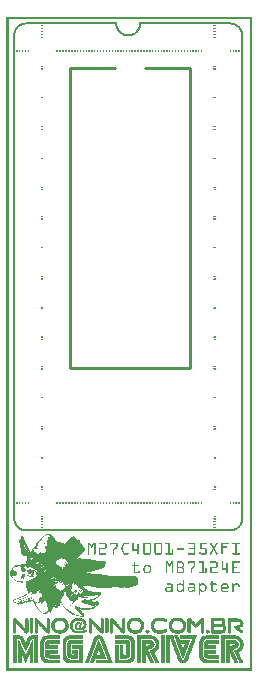
<source format=gto>
G04 MADE WITH FRITZING*
G04 WWW.FRITZING.ORG*
G04 DOUBLE SIDED*
G04 HOLES PLATED*
G04 CONTOUR ON CENTER OF CONTOUR VECTOR*
%ASAXBY*%
%FSLAX23Y23*%
%MOIN*%
%OFA0B0*%
%SFA1.0B1.0*%
%ADD10C,0.010000*%
%ADD11R,0.001000X0.001000*%
%LNSILK1*%
G90*
G70*
G54D10*
X213Y2010D02*
X213Y1010D01*
D02*
X213Y1010D02*
X613Y1010D01*
D02*
X613Y1010D02*
X613Y2010D01*
D02*
X213Y2010D02*
X363Y2010D01*
D02*
X463Y2010D02*
X613Y2010D01*
G36*
X65Y299D02*
X61Y299D01*
X61Y298D01*
X65Y299D01*
G37*
D02*
G36*
X190Y280D02*
X188Y278D01*
X190Y280D01*
G37*
D02*
G54D11*
X1Y2180D02*
X820Y2180D01*
X1Y2179D02*
X820Y2179D01*
X1Y2178D02*
X820Y2178D01*
X1Y2177D02*
X820Y2177D01*
X1Y2176D02*
X820Y2176D01*
X1Y2175D02*
X820Y2175D01*
X1Y2174D02*
X820Y2174D01*
X1Y2173D02*
X820Y2173D01*
X1Y2172D02*
X8Y2172D01*
X813Y2172D02*
X820Y2172D01*
X1Y2171D02*
X8Y2171D01*
X813Y2171D02*
X820Y2171D01*
X1Y2170D02*
X8Y2170D01*
X813Y2170D02*
X820Y2170D01*
X1Y2169D02*
X8Y2169D01*
X813Y2169D02*
X820Y2169D01*
X1Y2168D02*
X8Y2168D01*
X813Y2168D02*
X820Y2168D01*
X1Y2167D02*
X8Y2167D01*
X813Y2167D02*
X820Y2167D01*
X1Y2166D02*
X8Y2166D01*
X813Y2166D02*
X820Y2166D01*
X1Y2165D02*
X8Y2165D01*
X813Y2165D02*
X820Y2165D01*
X1Y2164D02*
X8Y2164D01*
X813Y2164D02*
X820Y2164D01*
X1Y2163D02*
X8Y2163D01*
X813Y2163D02*
X820Y2163D01*
X1Y2162D02*
X8Y2162D01*
X813Y2162D02*
X820Y2162D01*
X1Y2161D02*
X8Y2161D01*
X66Y2161D02*
X371Y2161D01*
X444Y2161D02*
X749Y2161D01*
X813Y2161D02*
X820Y2161D01*
X1Y2160D02*
X8Y2160D01*
X59Y2160D02*
X371Y2160D01*
X444Y2160D02*
X756Y2160D01*
X813Y2160D02*
X820Y2160D01*
X1Y2159D02*
X8Y2159D01*
X55Y2159D02*
X371Y2159D01*
X444Y2159D02*
X760Y2159D01*
X813Y2159D02*
X820Y2159D01*
X1Y2158D02*
X8Y2158D01*
X52Y2158D02*
X371Y2158D01*
X444Y2158D02*
X763Y2158D01*
X813Y2158D02*
X820Y2158D01*
X1Y2157D02*
X8Y2157D01*
X50Y2157D02*
X371Y2157D01*
X444Y2157D02*
X765Y2157D01*
X813Y2157D02*
X820Y2157D01*
X1Y2156D02*
X8Y2156D01*
X48Y2156D02*
X371Y2156D01*
X444Y2156D02*
X767Y2156D01*
X813Y2156D02*
X820Y2156D01*
X1Y2155D02*
X8Y2155D01*
X46Y2155D02*
X371Y2155D01*
X444Y2155D02*
X769Y2155D01*
X813Y2155D02*
X820Y2155D01*
X1Y2154D02*
X8Y2154D01*
X45Y2154D02*
X64Y2154D01*
X365Y2154D02*
X371Y2154D01*
X444Y2154D02*
X450Y2154D01*
X751Y2154D02*
X770Y2154D01*
X813Y2154D02*
X820Y2154D01*
X1Y2153D02*
X8Y2153D01*
X43Y2153D02*
X58Y2153D01*
X365Y2153D02*
X371Y2153D01*
X444Y2153D02*
X450Y2153D01*
X757Y2153D02*
X772Y2153D01*
X813Y2153D02*
X820Y2153D01*
X1Y2152D02*
X8Y2152D01*
X42Y2152D02*
X54Y2152D01*
X117Y2152D02*
X123Y2152D01*
X365Y2152D02*
X371Y2152D01*
X444Y2152D02*
X450Y2152D01*
X692Y2152D02*
X698Y2152D01*
X760Y2152D02*
X773Y2152D01*
X813Y2152D02*
X820Y2152D01*
X1Y2151D02*
X8Y2151D01*
X41Y2151D02*
X52Y2151D01*
X117Y2151D02*
X123Y2151D01*
X365Y2151D02*
X371Y2151D01*
X443Y2151D02*
X449Y2151D01*
X692Y2151D02*
X698Y2151D01*
X763Y2151D02*
X774Y2151D01*
X813Y2151D02*
X820Y2151D01*
X1Y2150D02*
X8Y2150D01*
X39Y2150D02*
X50Y2150D01*
X117Y2150D02*
X123Y2150D01*
X366Y2150D02*
X372Y2150D01*
X443Y2150D02*
X449Y2150D01*
X693Y2150D02*
X698Y2150D01*
X765Y2150D02*
X775Y2150D01*
X813Y2150D02*
X820Y2150D01*
X1Y2149D02*
X8Y2149D01*
X38Y2149D02*
X48Y2149D01*
X366Y2149D02*
X372Y2149D01*
X443Y2149D02*
X449Y2149D01*
X767Y2149D02*
X777Y2149D01*
X813Y2149D02*
X820Y2149D01*
X1Y2148D02*
X8Y2148D01*
X37Y2148D02*
X46Y2148D01*
X366Y2148D02*
X372Y2148D01*
X443Y2148D02*
X449Y2148D01*
X768Y2148D02*
X778Y2148D01*
X813Y2148D02*
X820Y2148D01*
X1Y2147D02*
X8Y2147D01*
X36Y2147D02*
X45Y2147D01*
X117Y2147D02*
X123Y2147D01*
X366Y2147D02*
X372Y2147D01*
X442Y2147D02*
X449Y2147D01*
X692Y2147D02*
X698Y2147D01*
X770Y2147D02*
X778Y2147D01*
X813Y2147D02*
X820Y2147D01*
X1Y2146D02*
X8Y2146D01*
X35Y2146D02*
X44Y2146D01*
X117Y2146D02*
X123Y2146D01*
X367Y2146D02*
X373Y2146D01*
X442Y2146D02*
X448Y2146D01*
X692Y2146D02*
X698Y2146D01*
X771Y2146D02*
X779Y2146D01*
X813Y2146D02*
X820Y2146D01*
X1Y2145D02*
X8Y2145D01*
X35Y2145D02*
X43Y2145D01*
X117Y2145D02*
X123Y2145D01*
X367Y2145D02*
X373Y2145D01*
X442Y2145D02*
X448Y2145D01*
X693Y2145D02*
X698Y2145D01*
X772Y2145D02*
X780Y2145D01*
X813Y2145D02*
X820Y2145D01*
X1Y2144D02*
X8Y2144D01*
X34Y2144D02*
X41Y2144D01*
X367Y2144D02*
X373Y2144D01*
X441Y2144D02*
X448Y2144D01*
X773Y2144D02*
X781Y2144D01*
X813Y2144D02*
X820Y2144D01*
X1Y2143D02*
X8Y2143D01*
X33Y2143D02*
X41Y2143D01*
X368Y2143D02*
X374Y2143D01*
X441Y2143D02*
X447Y2143D01*
X774Y2143D02*
X782Y2143D01*
X813Y2143D02*
X820Y2143D01*
X1Y2142D02*
X8Y2142D01*
X32Y2142D02*
X40Y2142D01*
X117Y2142D02*
X123Y2142D01*
X368Y2142D02*
X374Y2142D01*
X441Y2142D02*
X447Y2142D01*
X693Y2142D02*
X698Y2142D01*
X775Y2142D02*
X783Y2142D01*
X813Y2142D02*
X820Y2142D01*
X1Y2141D02*
X8Y2141D01*
X32Y2141D02*
X39Y2141D01*
X117Y2141D02*
X123Y2141D01*
X368Y2141D02*
X375Y2141D01*
X440Y2141D02*
X446Y2141D01*
X692Y2141D02*
X698Y2141D01*
X776Y2141D02*
X783Y2141D01*
X813Y2141D02*
X820Y2141D01*
X1Y2140D02*
X8Y2140D01*
X31Y2140D02*
X38Y2140D01*
X117Y2140D02*
X123Y2140D01*
X369Y2140D02*
X375Y2140D01*
X440Y2140D02*
X446Y2140D01*
X693Y2140D02*
X698Y2140D01*
X777Y2140D02*
X784Y2140D01*
X813Y2140D02*
X820Y2140D01*
X1Y2139D02*
X8Y2139D01*
X30Y2139D02*
X37Y2139D01*
X369Y2139D02*
X376Y2139D01*
X439Y2139D02*
X446Y2139D01*
X778Y2139D02*
X784Y2139D01*
X813Y2139D02*
X820Y2139D01*
X1Y2138D02*
X8Y2138D01*
X30Y2138D02*
X37Y2138D01*
X370Y2138D02*
X376Y2138D01*
X438Y2138D02*
X445Y2138D01*
X778Y2138D02*
X785Y2138D01*
X813Y2138D02*
X820Y2138D01*
X1Y2137D02*
X8Y2137D01*
X29Y2137D02*
X36Y2137D01*
X117Y2137D02*
X123Y2137D01*
X370Y2137D02*
X377Y2137D01*
X438Y2137D02*
X444Y2137D01*
X693Y2137D02*
X698Y2137D01*
X779Y2137D02*
X785Y2137D01*
X813Y2137D02*
X820Y2137D01*
X1Y2136D02*
X8Y2136D01*
X29Y2136D02*
X35Y2136D01*
X117Y2136D02*
X123Y2136D01*
X371Y2136D02*
X378Y2136D01*
X437Y2136D02*
X444Y2136D01*
X692Y2136D02*
X698Y2136D01*
X780Y2136D02*
X786Y2136D01*
X813Y2136D02*
X820Y2136D01*
X1Y2135D02*
X8Y2135D01*
X28Y2135D02*
X35Y2135D01*
X117Y2135D02*
X123Y2135D01*
X372Y2135D02*
X379Y2135D01*
X436Y2135D02*
X443Y2135D01*
X692Y2135D02*
X698Y2135D01*
X780Y2135D02*
X786Y2135D01*
X813Y2135D02*
X820Y2135D01*
X1Y2134D02*
X8Y2134D01*
X28Y2134D02*
X34Y2134D01*
X372Y2134D02*
X379Y2134D01*
X435Y2134D02*
X443Y2134D01*
X781Y2134D02*
X787Y2134D01*
X813Y2134D02*
X820Y2134D01*
X1Y2133D02*
X8Y2133D01*
X28Y2133D02*
X34Y2133D01*
X373Y2133D02*
X380Y2133D01*
X435Y2133D02*
X442Y2133D01*
X781Y2133D02*
X787Y2133D01*
X813Y2133D02*
X820Y2133D01*
X1Y2132D02*
X8Y2132D01*
X27Y2132D02*
X33Y2132D01*
X117Y2132D02*
X123Y2132D01*
X374Y2132D02*
X381Y2132D01*
X434Y2132D02*
X441Y2132D01*
X693Y2132D02*
X698Y2132D01*
X781Y2132D02*
X788Y2132D01*
X813Y2132D02*
X820Y2132D01*
X1Y2131D02*
X8Y2131D01*
X27Y2131D02*
X33Y2131D01*
X117Y2131D02*
X123Y2131D01*
X374Y2131D02*
X382Y2131D01*
X433Y2131D02*
X440Y2131D01*
X692Y2131D02*
X698Y2131D01*
X782Y2131D02*
X788Y2131D01*
X813Y2131D02*
X820Y2131D01*
X1Y2130D02*
X8Y2130D01*
X27Y2130D02*
X33Y2130D01*
X117Y2130D02*
X123Y2130D01*
X375Y2130D02*
X383Y2130D01*
X431Y2130D02*
X440Y2130D01*
X692Y2130D02*
X698Y2130D01*
X782Y2130D02*
X788Y2130D01*
X813Y2130D02*
X820Y2130D01*
X1Y2129D02*
X8Y2129D01*
X26Y2129D02*
X32Y2129D01*
X376Y2129D02*
X385Y2129D01*
X430Y2129D02*
X439Y2129D01*
X783Y2129D02*
X789Y2129D01*
X813Y2129D02*
X820Y2129D01*
X1Y2128D02*
X8Y2128D01*
X26Y2128D02*
X32Y2128D01*
X377Y2128D02*
X386Y2128D01*
X429Y2128D02*
X438Y2128D01*
X783Y2128D02*
X789Y2128D01*
X813Y2128D02*
X820Y2128D01*
X1Y2127D02*
X8Y2127D01*
X26Y2127D02*
X32Y2127D01*
X378Y2127D02*
X388Y2127D01*
X427Y2127D02*
X437Y2127D01*
X783Y2127D02*
X789Y2127D01*
X813Y2127D02*
X820Y2127D01*
X1Y2126D02*
X8Y2126D01*
X26Y2126D02*
X32Y2126D01*
X117Y2126D02*
X123Y2126D01*
X379Y2126D02*
X389Y2126D01*
X426Y2126D02*
X436Y2126D01*
X692Y2126D02*
X698Y2126D01*
X783Y2126D02*
X789Y2126D01*
X813Y2126D02*
X820Y2126D01*
X1Y2125D02*
X8Y2125D01*
X25Y2125D02*
X31Y2125D01*
X117Y2125D02*
X123Y2125D01*
X380Y2125D02*
X391Y2125D01*
X424Y2125D02*
X435Y2125D01*
X692Y2125D02*
X698Y2125D01*
X783Y2125D02*
X789Y2125D01*
X813Y2125D02*
X820Y2125D01*
X1Y2124D02*
X8Y2124D01*
X25Y2124D02*
X31Y2124D01*
X381Y2124D02*
X394Y2124D01*
X421Y2124D02*
X433Y2124D01*
X784Y2124D02*
X790Y2124D01*
X813Y2124D02*
X820Y2124D01*
X1Y2123D02*
X8Y2123D01*
X25Y2123D02*
X31Y2123D01*
X383Y2123D02*
X396Y2123D01*
X418Y2123D02*
X432Y2123D01*
X784Y2123D02*
X790Y2123D01*
X813Y2123D02*
X820Y2123D01*
X1Y2122D02*
X8Y2122D01*
X25Y2122D02*
X31Y2122D01*
X384Y2122D02*
X401Y2122D01*
X414Y2122D02*
X431Y2122D01*
X784Y2122D02*
X790Y2122D01*
X813Y2122D02*
X820Y2122D01*
X1Y2121D02*
X8Y2121D01*
X25Y2121D02*
X31Y2121D01*
X117Y2121D02*
X123Y2121D01*
X386Y2121D02*
X429Y2121D01*
X692Y2121D02*
X698Y2121D01*
X784Y2121D02*
X790Y2121D01*
X813Y2121D02*
X820Y2121D01*
X1Y2120D02*
X8Y2120D01*
X25Y2120D02*
X31Y2120D01*
X117Y2120D02*
X123Y2120D01*
X387Y2120D02*
X427Y2120D01*
X692Y2120D02*
X698Y2120D01*
X784Y2120D02*
X790Y2120D01*
X813Y2120D02*
X820Y2120D01*
X1Y2119D02*
X8Y2119D01*
X25Y2119D02*
X31Y2119D01*
X389Y2119D02*
X425Y2119D01*
X784Y2119D02*
X790Y2119D01*
X813Y2119D02*
X820Y2119D01*
X1Y2118D02*
X8Y2118D01*
X25Y2118D02*
X31Y2118D01*
X391Y2118D02*
X423Y2118D01*
X784Y2118D02*
X790Y2118D01*
X813Y2118D02*
X820Y2118D01*
X1Y2117D02*
X8Y2117D01*
X25Y2117D02*
X31Y2117D01*
X394Y2117D02*
X421Y2117D01*
X784Y2117D02*
X790Y2117D01*
X813Y2117D02*
X820Y2117D01*
X1Y2116D02*
X8Y2116D01*
X25Y2116D02*
X31Y2116D01*
X117Y2116D02*
X123Y2116D01*
X397Y2116D02*
X418Y2116D01*
X692Y2116D02*
X698Y2116D01*
X784Y2116D02*
X790Y2116D01*
X813Y2116D02*
X820Y2116D01*
X1Y2115D02*
X8Y2115D01*
X25Y2115D02*
X31Y2115D01*
X117Y2115D02*
X123Y2115D01*
X402Y2115D02*
X413Y2115D01*
X692Y2115D02*
X698Y2115D01*
X784Y2115D02*
X790Y2115D01*
X813Y2115D02*
X820Y2115D01*
X1Y2114D02*
X8Y2114D01*
X25Y2114D02*
X31Y2114D01*
X784Y2114D02*
X790Y2114D01*
X813Y2114D02*
X820Y2114D01*
X1Y2113D02*
X8Y2113D01*
X25Y2113D02*
X31Y2113D01*
X784Y2113D02*
X790Y2113D01*
X813Y2113D02*
X820Y2113D01*
X1Y2112D02*
X8Y2112D01*
X25Y2112D02*
X31Y2112D01*
X784Y2112D02*
X790Y2112D01*
X813Y2112D02*
X820Y2112D01*
X1Y2111D02*
X8Y2111D01*
X25Y2111D02*
X31Y2111D01*
X117Y2111D02*
X123Y2111D01*
X692Y2111D02*
X698Y2111D01*
X784Y2111D02*
X790Y2111D01*
X813Y2111D02*
X820Y2111D01*
X1Y2110D02*
X8Y2110D01*
X25Y2110D02*
X31Y2110D01*
X117Y2110D02*
X123Y2110D01*
X692Y2110D02*
X698Y2110D01*
X784Y2110D02*
X790Y2110D01*
X813Y2110D02*
X820Y2110D01*
X1Y2109D02*
X8Y2109D01*
X25Y2109D02*
X31Y2109D01*
X784Y2109D02*
X790Y2109D01*
X813Y2109D02*
X820Y2109D01*
X1Y2108D02*
X8Y2108D01*
X25Y2108D02*
X31Y2108D01*
X784Y2108D02*
X790Y2108D01*
X813Y2108D02*
X820Y2108D01*
X1Y2107D02*
X8Y2107D01*
X25Y2107D02*
X31Y2107D01*
X784Y2107D02*
X790Y2107D01*
X813Y2107D02*
X820Y2107D01*
X1Y2106D02*
X8Y2106D01*
X25Y2106D02*
X31Y2106D01*
X117Y2106D02*
X123Y2106D01*
X692Y2106D02*
X698Y2106D01*
X784Y2106D02*
X790Y2106D01*
X813Y2106D02*
X820Y2106D01*
X1Y2105D02*
X8Y2105D01*
X25Y2105D02*
X31Y2105D01*
X117Y2105D02*
X123Y2105D01*
X692Y2105D02*
X698Y2105D01*
X784Y2105D02*
X790Y2105D01*
X813Y2105D02*
X820Y2105D01*
X1Y2104D02*
X8Y2104D01*
X25Y2104D02*
X31Y2104D01*
X784Y2104D02*
X790Y2104D01*
X813Y2104D02*
X820Y2104D01*
X1Y2103D02*
X8Y2103D01*
X25Y2103D02*
X31Y2103D01*
X784Y2103D02*
X790Y2103D01*
X813Y2103D02*
X820Y2103D01*
X1Y2102D02*
X8Y2102D01*
X25Y2102D02*
X31Y2102D01*
X784Y2102D02*
X790Y2102D01*
X813Y2102D02*
X820Y2102D01*
X1Y2101D02*
X8Y2101D01*
X25Y2101D02*
X31Y2101D01*
X784Y2101D02*
X790Y2101D01*
X813Y2101D02*
X820Y2101D01*
X1Y2100D02*
X8Y2100D01*
X25Y2100D02*
X31Y2100D01*
X784Y2100D02*
X790Y2100D01*
X813Y2100D02*
X820Y2100D01*
X1Y2099D02*
X8Y2099D01*
X25Y2099D02*
X31Y2099D01*
X784Y2099D02*
X790Y2099D01*
X813Y2099D02*
X820Y2099D01*
X1Y2098D02*
X8Y2098D01*
X25Y2098D02*
X31Y2098D01*
X784Y2098D02*
X790Y2098D01*
X813Y2098D02*
X820Y2098D01*
X1Y2097D02*
X8Y2097D01*
X25Y2097D02*
X31Y2097D01*
X784Y2097D02*
X790Y2097D01*
X813Y2097D02*
X820Y2097D01*
X1Y2096D02*
X8Y2096D01*
X25Y2096D02*
X31Y2096D01*
X784Y2096D02*
X790Y2096D01*
X813Y2096D02*
X820Y2096D01*
X1Y2095D02*
X8Y2095D01*
X25Y2095D02*
X31Y2095D01*
X784Y2095D02*
X790Y2095D01*
X813Y2095D02*
X820Y2095D01*
X1Y2094D02*
X8Y2094D01*
X25Y2094D02*
X31Y2094D01*
X784Y2094D02*
X790Y2094D01*
X813Y2094D02*
X820Y2094D01*
X1Y2093D02*
X8Y2093D01*
X25Y2093D02*
X31Y2093D01*
X784Y2093D02*
X790Y2093D01*
X813Y2093D02*
X820Y2093D01*
X1Y2092D02*
X8Y2092D01*
X25Y2092D02*
X31Y2092D01*
X784Y2092D02*
X790Y2092D01*
X813Y2092D02*
X820Y2092D01*
X1Y2091D02*
X8Y2091D01*
X25Y2091D02*
X31Y2091D01*
X784Y2091D02*
X790Y2091D01*
X813Y2091D02*
X820Y2091D01*
X1Y2090D02*
X8Y2090D01*
X25Y2090D02*
X31Y2090D01*
X784Y2090D02*
X790Y2090D01*
X813Y2090D02*
X820Y2090D01*
X1Y2089D02*
X8Y2089D01*
X25Y2089D02*
X31Y2089D01*
X784Y2089D02*
X790Y2089D01*
X813Y2089D02*
X820Y2089D01*
X1Y2088D02*
X8Y2088D01*
X25Y2088D02*
X31Y2088D01*
X784Y2088D02*
X790Y2088D01*
X813Y2088D02*
X820Y2088D01*
X1Y2087D02*
X8Y2087D01*
X25Y2087D02*
X31Y2087D01*
X784Y2087D02*
X790Y2087D01*
X813Y2087D02*
X820Y2087D01*
X1Y2086D02*
X8Y2086D01*
X25Y2086D02*
X31Y2086D01*
X784Y2086D02*
X790Y2086D01*
X813Y2086D02*
X820Y2086D01*
X1Y2085D02*
X8Y2085D01*
X25Y2085D02*
X31Y2085D01*
X784Y2085D02*
X790Y2085D01*
X813Y2085D02*
X820Y2085D01*
X1Y2084D02*
X8Y2084D01*
X25Y2084D02*
X31Y2084D01*
X784Y2084D02*
X790Y2084D01*
X813Y2084D02*
X820Y2084D01*
X1Y2083D02*
X8Y2083D01*
X25Y2083D02*
X31Y2083D01*
X784Y2083D02*
X790Y2083D01*
X813Y2083D02*
X820Y2083D01*
X1Y2082D02*
X8Y2082D01*
X25Y2082D02*
X31Y2082D01*
X784Y2082D02*
X790Y2082D01*
X813Y2082D02*
X820Y2082D01*
X1Y2081D02*
X8Y2081D01*
X25Y2081D02*
X31Y2081D01*
X784Y2081D02*
X790Y2081D01*
X813Y2081D02*
X820Y2081D01*
X1Y2080D02*
X8Y2080D01*
X25Y2080D02*
X31Y2080D01*
X784Y2080D02*
X790Y2080D01*
X813Y2080D02*
X820Y2080D01*
X1Y2079D02*
X8Y2079D01*
X25Y2079D02*
X31Y2079D01*
X784Y2079D02*
X790Y2079D01*
X813Y2079D02*
X820Y2079D01*
X1Y2078D02*
X8Y2078D01*
X25Y2078D02*
X31Y2078D01*
X784Y2078D02*
X790Y2078D01*
X813Y2078D02*
X820Y2078D01*
X1Y2077D02*
X8Y2077D01*
X25Y2077D02*
X31Y2077D01*
X784Y2077D02*
X790Y2077D01*
X813Y2077D02*
X820Y2077D01*
X1Y2076D02*
X8Y2076D01*
X25Y2076D02*
X31Y2076D01*
X784Y2076D02*
X790Y2076D01*
X813Y2076D02*
X820Y2076D01*
X1Y2075D02*
X8Y2075D01*
X25Y2075D02*
X31Y2075D01*
X784Y2075D02*
X790Y2075D01*
X813Y2075D02*
X820Y2075D01*
X1Y2074D02*
X8Y2074D01*
X25Y2074D02*
X31Y2074D01*
X784Y2074D02*
X790Y2074D01*
X813Y2074D02*
X820Y2074D01*
X1Y2073D02*
X8Y2073D01*
X25Y2073D02*
X31Y2073D01*
X784Y2073D02*
X790Y2073D01*
X813Y2073D02*
X820Y2073D01*
X1Y2072D02*
X8Y2072D01*
X25Y2072D02*
X31Y2072D01*
X784Y2072D02*
X790Y2072D01*
X813Y2072D02*
X820Y2072D01*
X1Y2071D02*
X8Y2071D01*
X25Y2071D02*
X31Y2071D01*
X784Y2071D02*
X790Y2071D01*
X813Y2071D02*
X820Y2071D01*
X1Y2070D02*
X8Y2070D01*
X25Y2070D02*
X31Y2070D01*
X33Y2070D02*
X35Y2070D01*
X38Y2070D02*
X40Y2070D01*
X44Y2070D02*
X45Y2070D01*
X49Y2070D02*
X50Y2070D01*
X54Y2070D02*
X55Y2070D01*
X59Y2070D02*
X60Y2070D01*
X64Y2070D02*
X65Y2070D01*
X69Y2070D02*
X71Y2070D01*
X74Y2070D02*
X76Y2070D01*
X166Y2070D02*
X167Y2070D01*
X171Y2070D02*
X173Y2070D01*
X176Y2070D02*
X178Y2070D01*
X181Y2070D02*
X183Y2070D01*
X186Y2070D02*
X188Y2070D01*
X192Y2070D02*
X193Y2070D01*
X197Y2070D02*
X198Y2070D01*
X202Y2070D02*
X203Y2070D01*
X207Y2070D02*
X208Y2070D01*
X212Y2070D02*
X213Y2070D01*
X217Y2070D02*
X219Y2070D01*
X222Y2070D02*
X224Y2070D01*
X227Y2070D02*
X229Y2070D01*
X232Y2070D02*
X234Y2070D01*
X237Y2070D02*
X239Y2070D01*
X243Y2070D02*
X244Y2070D01*
X248Y2070D02*
X249Y2070D01*
X253Y2070D02*
X254Y2070D01*
X258Y2070D02*
X259Y2070D01*
X263Y2070D02*
X264Y2070D01*
X268Y2070D02*
X270Y2070D01*
X273Y2070D02*
X275Y2070D01*
X278Y2070D02*
X280Y2070D01*
X283Y2070D02*
X285Y2070D01*
X289Y2070D02*
X290Y2070D01*
X294Y2070D02*
X295Y2070D01*
X299Y2070D02*
X300Y2070D01*
X304Y2070D02*
X305Y2070D01*
X309Y2070D02*
X310Y2070D01*
X314Y2070D02*
X315Y2070D01*
X319Y2070D02*
X321Y2070D01*
X324Y2070D02*
X326Y2070D01*
X329Y2070D02*
X331Y2070D01*
X334Y2070D02*
X336Y2070D01*
X340Y2070D02*
X341Y2070D01*
X345Y2070D02*
X346Y2070D01*
X350Y2070D02*
X351Y2070D01*
X355Y2070D02*
X356Y2070D01*
X360Y2070D02*
X361Y2070D01*
X365Y2070D02*
X366Y2070D01*
X370Y2070D02*
X372Y2070D01*
X375Y2070D02*
X377Y2070D01*
X380Y2070D02*
X382Y2070D01*
X385Y2070D02*
X387Y2070D01*
X391Y2070D02*
X392Y2070D01*
X396Y2070D02*
X397Y2070D01*
X401Y2070D02*
X402Y2070D01*
X406Y2070D02*
X407Y2070D01*
X411Y2070D02*
X412Y2070D01*
X416Y2070D02*
X417Y2070D01*
X421Y2070D02*
X423Y2070D01*
X426Y2070D02*
X428Y2070D01*
X431Y2070D02*
X433Y2070D01*
X436Y2070D02*
X438Y2070D01*
X442Y2070D02*
X443Y2070D01*
X447Y2070D02*
X448Y2070D01*
X452Y2070D02*
X453Y2070D01*
X457Y2070D02*
X458Y2070D01*
X462Y2070D02*
X463Y2070D01*
X467Y2070D02*
X469Y2070D01*
X472Y2070D02*
X474Y2070D01*
X477Y2070D02*
X479Y2070D01*
X482Y2070D02*
X484Y2070D01*
X487Y2070D02*
X489Y2070D01*
X493Y2070D02*
X494Y2070D01*
X498Y2070D02*
X499Y2070D01*
X503Y2070D02*
X504Y2070D01*
X508Y2070D02*
X509Y2070D01*
X513Y2070D02*
X514Y2070D01*
X518Y2070D02*
X520Y2070D01*
X523Y2070D02*
X525Y2070D01*
X528Y2070D02*
X530Y2070D01*
X533Y2070D02*
X535Y2070D01*
X539Y2070D02*
X540Y2070D01*
X544Y2070D02*
X545Y2070D01*
X549Y2070D02*
X550Y2070D01*
X554Y2070D02*
X555Y2070D01*
X559Y2070D02*
X560Y2070D01*
X564Y2070D02*
X565Y2070D01*
X569Y2070D02*
X571Y2070D01*
X574Y2070D02*
X576Y2070D01*
X579Y2070D02*
X581Y2070D01*
X584Y2070D02*
X586Y2070D01*
X590Y2070D02*
X591Y2070D01*
X595Y2070D02*
X596Y2070D01*
X600Y2070D02*
X601Y2070D01*
X605Y2070D02*
X606Y2070D01*
X610Y2070D02*
X611Y2070D01*
X615Y2070D02*
X616Y2070D01*
X620Y2070D02*
X622Y2070D01*
X625Y2070D02*
X627Y2070D01*
X630Y2070D02*
X632Y2070D01*
X635Y2070D02*
X637Y2070D01*
X641Y2070D02*
X642Y2070D01*
X646Y2070D02*
X647Y2070D01*
X651Y2070D02*
X652Y2070D01*
X656Y2070D02*
X657Y2070D01*
X743Y2070D02*
X744Y2070D01*
X748Y2070D02*
X749Y2070D01*
X753Y2070D02*
X754Y2070D01*
X758Y2070D02*
X759Y2070D01*
X763Y2070D02*
X764Y2070D01*
X768Y2070D02*
X770Y2070D01*
X773Y2070D02*
X775Y2070D01*
X778Y2070D02*
X780Y2070D01*
X783Y2070D02*
X790Y2070D01*
X813Y2070D02*
X820Y2070D01*
X1Y2069D02*
X8Y2069D01*
X25Y2069D02*
X31Y2069D01*
X33Y2069D02*
X35Y2069D01*
X38Y2069D02*
X40Y2069D01*
X44Y2069D02*
X45Y2069D01*
X49Y2069D02*
X50Y2069D01*
X54Y2069D02*
X55Y2069D01*
X59Y2069D02*
X60Y2069D01*
X64Y2069D02*
X66Y2069D01*
X69Y2069D02*
X71Y2069D01*
X74Y2069D02*
X76Y2069D01*
X166Y2069D02*
X168Y2069D01*
X171Y2069D02*
X173Y2069D01*
X176Y2069D02*
X178Y2069D01*
X181Y2069D02*
X183Y2069D01*
X186Y2069D02*
X188Y2069D01*
X191Y2069D02*
X193Y2069D01*
X197Y2069D02*
X198Y2069D01*
X202Y2069D02*
X203Y2069D01*
X207Y2069D02*
X208Y2069D01*
X212Y2069D02*
X213Y2069D01*
X217Y2069D02*
X219Y2069D01*
X222Y2069D02*
X224Y2069D01*
X227Y2069D02*
X229Y2069D01*
X232Y2069D02*
X234Y2069D01*
X237Y2069D02*
X239Y2069D01*
X243Y2069D02*
X244Y2069D01*
X248Y2069D02*
X249Y2069D01*
X253Y2069D02*
X254Y2069D01*
X258Y2069D02*
X259Y2069D01*
X263Y2069D02*
X264Y2069D01*
X268Y2069D02*
X270Y2069D01*
X273Y2069D02*
X275Y2069D01*
X278Y2069D02*
X280Y2069D01*
X283Y2069D02*
X285Y2069D01*
X288Y2069D02*
X290Y2069D01*
X294Y2069D02*
X295Y2069D01*
X299Y2069D02*
X300Y2069D01*
X304Y2069D02*
X305Y2069D01*
X309Y2069D02*
X310Y2069D01*
X314Y2069D02*
X316Y2069D01*
X319Y2069D02*
X321Y2069D01*
X324Y2069D02*
X326Y2069D01*
X329Y2069D02*
X331Y2069D01*
X334Y2069D02*
X336Y2069D01*
X339Y2069D02*
X341Y2069D01*
X345Y2069D02*
X346Y2069D01*
X350Y2069D02*
X351Y2069D01*
X355Y2069D02*
X356Y2069D01*
X360Y2069D02*
X361Y2069D01*
X365Y2069D02*
X367Y2069D01*
X370Y2069D02*
X372Y2069D01*
X375Y2069D02*
X377Y2069D01*
X380Y2069D02*
X382Y2069D01*
X385Y2069D02*
X387Y2069D01*
X390Y2069D02*
X392Y2069D01*
X396Y2069D02*
X397Y2069D01*
X401Y2069D02*
X402Y2069D01*
X406Y2069D02*
X407Y2069D01*
X411Y2069D02*
X412Y2069D01*
X416Y2069D02*
X418Y2069D01*
X421Y2069D02*
X423Y2069D01*
X426Y2069D02*
X428Y2069D01*
X431Y2069D02*
X433Y2069D01*
X436Y2069D02*
X438Y2069D01*
X442Y2069D02*
X443Y2069D01*
X447Y2069D02*
X448Y2069D01*
X452Y2069D02*
X453Y2069D01*
X457Y2069D02*
X458Y2069D01*
X462Y2069D02*
X463Y2069D01*
X467Y2069D02*
X469Y2069D01*
X472Y2069D02*
X474Y2069D01*
X477Y2069D02*
X479Y2069D01*
X482Y2069D02*
X484Y2069D01*
X487Y2069D02*
X489Y2069D01*
X493Y2069D02*
X494Y2069D01*
X498Y2069D02*
X499Y2069D01*
X503Y2069D02*
X504Y2069D01*
X508Y2069D02*
X509Y2069D01*
X513Y2069D02*
X514Y2069D01*
X518Y2069D02*
X520Y2069D01*
X523Y2069D02*
X525Y2069D01*
X528Y2069D02*
X530Y2069D01*
X533Y2069D02*
X535Y2069D01*
X538Y2069D02*
X540Y2069D01*
X544Y2069D02*
X545Y2069D01*
X549Y2069D02*
X550Y2069D01*
X554Y2069D02*
X555Y2069D01*
X559Y2069D02*
X560Y2069D01*
X564Y2069D02*
X566Y2069D01*
X569Y2069D02*
X571Y2069D01*
X574Y2069D02*
X576Y2069D01*
X579Y2069D02*
X581Y2069D01*
X584Y2069D02*
X586Y2069D01*
X589Y2069D02*
X591Y2069D01*
X595Y2069D02*
X596Y2069D01*
X600Y2069D02*
X601Y2069D01*
X605Y2069D02*
X606Y2069D01*
X610Y2069D02*
X611Y2069D01*
X615Y2069D02*
X617Y2069D01*
X620Y2069D02*
X622Y2069D01*
X625Y2069D02*
X627Y2069D01*
X630Y2069D02*
X632Y2069D01*
X635Y2069D02*
X637Y2069D01*
X640Y2069D02*
X642Y2069D01*
X646Y2069D02*
X647Y2069D01*
X651Y2069D02*
X652Y2069D01*
X656Y2069D02*
X657Y2069D01*
X743Y2069D02*
X744Y2069D01*
X748Y2069D02*
X749Y2069D01*
X753Y2069D02*
X754Y2069D01*
X758Y2069D02*
X759Y2069D01*
X763Y2069D02*
X765Y2069D01*
X768Y2069D02*
X770Y2069D01*
X773Y2069D02*
X775Y2069D01*
X778Y2069D02*
X780Y2069D01*
X783Y2069D02*
X790Y2069D01*
X813Y2069D02*
X820Y2069D01*
X1Y2068D02*
X8Y2068D01*
X25Y2068D02*
X31Y2068D01*
X33Y2068D02*
X35Y2068D01*
X38Y2068D02*
X40Y2068D01*
X44Y2068D02*
X45Y2068D01*
X49Y2068D02*
X50Y2068D01*
X54Y2068D02*
X55Y2068D01*
X59Y2068D02*
X60Y2068D01*
X64Y2068D02*
X66Y2068D01*
X69Y2068D02*
X71Y2068D01*
X74Y2068D02*
X76Y2068D01*
X166Y2068D02*
X168Y2068D01*
X171Y2068D02*
X173Y2068D01*
X176Y2068D02*
X178Y2068D01*
X181Y2068D02*
X183Y2068D01*
X186Y2068D02*
X188Y2068D01*
X191Y2068D02*
X193Y2068D01*
X197Y2068D02*
X198Y2068D01*
X202Y2068D02*
X203Y2068D01*
X207Y2068D02*
X208Y2068D01*
X212Y2068D02*
X213Y2068D01*
X217Y2068D02*
X219Y2068D01*
X222Y2068D02*
X224Y2068D01*
X227Y2068D02*
X229Y2068D01*
X232Y2068D02*
X234Y2068D01*
X237Y2068D02*
X239Y2068D01*
X243Y2068D02*
X244Y2068D01*
X248Y2068D02*
X249Y2068D01*
X253Y2068D02*
X254Y2068D01*
X258Y2068D02*
X259Y2068D01*
X263Y2068D02*
X264Y2068D01*
X268Y2068D02*
X270Y2068D01*
X273Y2068D02*
X275Y2068D01*
X278Y2068D02*
X280Y2068D01*
X283Y2068D02*
X285Y2068D01*
X288Y2068D02*
X290Y2068D01*
X294Y2068D02*
X295Y2068D01*
X299Y2068D02*
X300Y2068D01*
X304Y2068D02*
X305Y2068D01*
X309Y2068D02*
X310Y2068D01*
X314Y2068D02*
X316Y2068D01*
X319Y2068D02*
X321Y2068D01*
X324Y2068D02*
X326Y2068D01*
X329Y2068D02*
X331Y2068D01*
X334Y2068D02*
X336Y2068D01*
X339Y2068D02*
X341Y2068D01*
X345Y2068D02*
X346Y2068D01*
X350Y2068D02*
X351Y2068D01*
X355Y2068D02*
X356Y2068D01*
X360Y2068D02*
X361Y2068D01*
X365Y2068D02*
X367Y2068D01*
X370Y2068D02*
X372Y2068D01*
X375Y2068D02*
X377Y2068D01*
X380Y2068D02*
X382Y2068D01*
X385Y2068D02*
X387Y2068D01*
X390Y2068D02*
X392Y2068D01*
X396Y2068D02*
X397Y2068D01*
X401Y2068D02*
X402Y2068D01*
X406Y2068D02*
X407Y2068D01*
X411Y2068D02*
X412Y2068D01*
X416Y2068D02*
X418Y2068D01*
X421Y2068D02*
X423Y2068D01*
X426Y2068D02*
X428Y2068D01*
X431Y2068D02*
X433Y2068D01*
X436Y2068D02*
X438Y2068D01*
X442Y2068D02*
X443Y2068D01*
X447Y2068D02*
X448Y2068D01*
X452Y2068D02*
X453Y2068D01*
X457Y2068D02*
X458Y2068D01*
X462Y2068D02*
X463Y2068D01*
X467Y2068D02*
X469Y2068D01*
X472Y2068D02*
X474Y2068D01*
X477Y2068D02*
X479Y2068D01*
X482Y2068D02*
X484Y2068D01*
X487Y2068D02*
X489Y2068D01*
X493Y2068D02*
X494Y2068D01*
X498Y2068D02*
X499Y2068D01*
X503Y2068D02*
X504Y2068D01*
X508Y2068D02*
X509Y2068D01*
X513Y2068D02*
X514Y2068D01*
X518Y2068D02*
X520Y2068D01*
X523Y2068D02*
X525Y2068D01*
X528Y2068D02*
X530Y2068D01*
X533Y2068D02*
X535Y2068D01*
X538Y2068D02*
X540Y2068D01*
X544Y2068D02*
X545Y2068D01*
X549Y2068D02*
X550Y2068D01*
X554Y2068D02*
X555Y2068D01*
X559Y2068D02*
X560Y2068D01*
X564Y2068D02*
X566Y2068D01*
X569Y2068D02*
X571Y2068D01*
X574Y2068D02*
X576Y2068D01*
X579Y2068D02*
X581Y2068D01*
X584Y2068D02*
X586Y2068D01*
X589Y2068D02*
X591Y2068D01*
X595Y2068D02*
X596Y2068D01*
X600Y2068D02*
X601Y2068D01*
X605Y2068D02*
X606Y2068D01*
X610Y2068D02*
X611Y2068D01*
X615Y2068D02*
X617Y2068D01*
X620Y2068D02*
X622Y2068D01*
X625Y2068D02*
X627Y2068D01*
X630Y2068D02*
X632Y2068D01*
X635Y2068D02*
X637Y2068D01*
X640Y2068D02*
X642Y2068D01*
X646Y2068D02*
X647Y2068D01*
X651Y2068D02*
X652Y2068D01*
X656Y2068D02*
X656Y2068D01*
X743Y2068D02*
X744Y2068D01*
X748Y2068D02*
X749Y2068D01*
X753Y2068D02*
X754Y2068D01*
X758Y2068D02*
X759Y2068D01*
X763Y2068D02*
X765Y2068D01*
X768Y2068D02*
X770Y2068D01*
X773Y2068D02*
X775Y2068D01*
X778Y2068D02*
X780Y2068D01*
X783Y2068D02*
X790Y2068D01*
X813Y2068D02*
X820Y2068D01*
X1Y2067D02*
X8Y2067D01*
X25Y2067D02*
X31Y2067D01*
X33Y2067D02*
X35Y2067D01*
X38Y2067D02*
X40Y2067D01*
X44Y2067D02*
X45Y2067D01*
X49Y2067D02*
X50Y2067D01*
X54Y2067D02*
X55Y2067D01*
X59Y2067D02*
X60Y2067D01*
X64Y2067D02*
X66Y2067D01*
X69Y2067D02*
X71Y2067D01*
X74Y2067D02*
X76Y2067D01*
X166Y2067D02*
X168Y2067D01*
X171Y2067D02*
X173Y2067D01*
X176Y2067D02*
X178Y2067D01*
X181Y2067D02*
X183Y2067D01*
X186Y2067D02*
X188Y2067D01*
X191Y2067D02*
X193Y2067D01*
X197Y2067D02*
X198Y2067D01*
X202Y2067D02*
X203Y2067D01*
X207Y2067D02*
X208Y2067D01*
X212Y2067D02*
X213Y2067D01*
X217Y2067D02*
X219Y2067D01*
X222Y2067D02*
X224Y2067D01*
X227Y2067D02*
X229Y2067D01*
X232Y2067D02*
X234Y2067D01*
X237Y2067D02*
X239Y2067D01*
X243Y2067D02*
X244Y2067D01*
X248Y2067D02*
X249Y2067D01*
X253Y2067D02*
X254Y2067D01*
X258Y2067D02*
X259Y2067D01*
X263Y2067D02*
X264Y2067D01*
X268Y2067D02*
X270Y2067D01*
X273Y2067D02*
X275Y2067D01*
X278Y2067D02*
X280Y2067D01*
X283Y2067D02*
X285Y2067D01*
X288Y2067D02*
X290Y2067D01*
X294Y2067D02*
X295Y2067D01*
X299Y2067D02*
X300Y2067D01*
X304Y2067D02*
X305Y2067D01*
X309Y2067D02*
X310Y2067D01*
X314Y2067D02*
X316Y2067D01*
X319Y2067D02*
X321Y2067D01*
X324Y2067D02*
X326Y2067D01*
X329Y2067D02*
X331Y2067D01*
X334Y2067D02*
X336Y2067D01*
X339Y2067D02*
X341Y2067D01*
X345Y2067D02*
X346Y2067D01*
X350Y2067D02*
X351Y2067D01*
X355Y2067D02*
X356Y2067D01*
X360Y2067D02*
X361Y2067D01*
X365Y2067D02*
X367Y2067D01*
X370Y2067D02*
X372Y2067D01*
X375Y2067D02*
X377Y2067D01*
X380Y2067D02*
X382Y2067D01*
X385Y2067D02*
X387Y2067D01*
X390Y2067D02*
X392Y2067D01*
X396Y2067D02*
X397Y2067D01*
X401Y2067D02*
X402Y2067D01*
X406Y2067D02*
X407Y2067D01*
X411Y2067D02*
X412Y2067D01*
X416Y2067D02*
X418Y2067D01*
X421Y2067D02*
X423Y2067D01*
X426Y2067D02*
X428Y2067D01*
X431Y2067D02*
X433Y2067D01*
X436Y2067D02*
X438Y2067D01*
X442Y2067D02*
X443Y2067D01*
X447Y2067D02*
X448Y2067D01*
X452Y2067D02*
X453Y2067D01*
X457Y2067D02*
X458Y2067D01*
X462Y2067D02*
X463Y2067D01*
X467Y2067D02*
X469Y2067D01*
X472Y2067D02*
X474Y2067D01*
X477Y2067D02*
X479Y2067D01*
X482Y2067D02*
X484Y2067D01*
X487Y2067D02*
X489Y2067D01*
X493Y2067D02*
X494Y2067D01*
X498Y2067D02*
X499Y2067D01*
X503Y2067D02*
X504Y2067D01*
X508Y2067D02*
X509Y2067D01*
X513Y2067D02*
X514Y2067D01*
X518Y2067D02*
X520Y2067D01*
X523Y2067D02*
X525Y2067D01*
X528Y2067D02*
X530Y2067D01*
X533Y2067D02*
X535Y2067D01*
X538Y2067D02*
X540Y2067D01*
X544Y2067D02*
X545Y2067D01*
X549Y2067D02*
X550Y2067D01*
X554Y2067D02*
X555Y2067D01*
X559Y2067D02*
X560Y2067D01*
X564Y2067D02*
X566Y2067D01*
X569Y2067D02*
X571Y2067D01*
X574Y2067D02*
X576Y2067D01*
X579Y2067D02*
X581Y2067D01*
X584Y2067D02*
X586Y2067D01*
X589Y2067D02*
X591Y2067D01*
X595Y2067D02*
X596Y2067D01*
X600Y2067D02*
X601Y2067D01*
X605Y2067D02*
X606Y2067D01*
X610Y2067D02*
X611Y2067D01*
X615Y2067D02*
X617Y2067D01*
X620Y2067D02*
X622Y2067D01*
X625Y2067D02*
X627Y2067D01*
X630Y2067D02*
X632Y2067D01*
X635Y2067D02*
X637Y2067D01*
X640Y2067D02*
X642Y2067D01*
X646Y2067D02*
X647Y2067D01*
X651Y2067D02*
X652Y2067D01*
X656Y2067D02*
X656Y2067D01*
X744Y2067D02*
X744Y2067D01*
X748Y2067D02*
X749Y2067D01*
X753Y2067D02*
X754Y2067D01*
X758Y2067D02*
X759Y2067D01*
X763Y2067D02*
X765Y2067D01*
X768Y2067D02*
X770Y2067D01*
X773Y2067D02*
X775Y2067D01*
X778Y2067D02*
X780Y2067D01*
X783Y2067D02*
X790Y2067D01*
X813Y2067D02*
X820Y2067D01*
X1Y2066D02*
X8Y2066D01*
X25Y2066D02*
X31Y2066D01*
X33Y2066D02*
X35Y2066D01*
X38Y2066D02*
X40Y2066D01*
X44Y2066D02*
X45Y2066D01*
X49Y2066D02*
X50Y2066D01*
X54Y2066D02*
X55Y2066D01*
X59Y2066D02*
X60Y2066D01*
X64Y2066D02*
X66Y2066D01*
X69Y2066D02*
X71Y2066D01*
X74Y2066D02*
X76Y2066D01*
X166Y2066D02*
X168Y2066D01*
X171Y2066D02*
X173Y2066D01*
X176Y2066D02*
X178Y2066D01*
X181Y2066D02*
X183Y2066D01*
X186Y2066D02*
X188Y2066D01*
X191Y2066D02*
X193Y2066D01*
X197Y2066D02*
X198Y2066D01*
X202Y2066D02*
X203Y2066D01*
X207Y2066D02*
X208Y2066D01*
X212Y2066D02*
X213Y2066D01*
X217Y2066D02*
X219Y2066D01*
X222Y2066D02*
X224Y2066D01*
X227Y2066D02*
X229Y2066D01*
X232Y2066D02*
X234Y2066D01*
X237Y2066D02*
X239Y2066D01*
X243Y2066D02*
X244Y2066D01*
X248Y2066D02*
X249Y2066D01*
X253Y2066D02*
X254Y2066D01*
X258Y2066D02*
X259Y2066D01*
X263Y2066D02*
X264Y2066D01*
X268Y2066D02*
X270Y2066D01*
X273Y2066D02*
X275Y2066D01*
X278Y2066D02*
X280Y2066D01*
X283Y2066D02*
X285Y2066D01*
X288Y2066D02*
X290Y2066D01*
X294Y2066D02*
X295Y2066D01*
X299Y2066D02*
X300Y2066D01*
X304Y2066D02*
X305Y2066D01*
X309Y2066D02*
X310Y2066D01*
X314Y2066D02*
X316Y2066D01*
X319Y2066D02*
X321Y2066D01*
X324Y2066D02*
X326Y2066D01*
X329Y2066D02*
X331Y2066D01*
X334Y2066D02*
X336Y2066D01*
X339Y2066D02*
X341Y2066D01*
X345Y2066D02*
X346Y2066D01*
X350Y2066D02*
X351Y2066D01*
X355Y2066D02*
X356Y2066D01*
X360Y2066D02*
X361Y2066D01*
X365Y2066D02*
X367Y2066D01*
X370Y2066D02*
X372Y2066D01*
X375Y2066D02*
X377Y2066D01*
X380Y2066D02*
X382Y2066D01*
X385Y2066D02*
X387Y2066D01*
X390Y2066D02*
X392Y2066D01*
X396Y2066D02*
X397Y2066D01*
X401Y2066D02*
X402Y2066D01*
X406Y2066D02*
X407Y2066D01*
X411Y2066D02*
X412Y2066D01*
X416Y2066D02*
X418Y2066D01*
X421Y2066D02*
X423Y2066D01*
X426Y2066D02*
X428Y2066D01*
X431Y2066D02*
X433Y2066D01*
X436Y2066D02*
X438Y2066D01*
X442Y2066D02*
X443Y2066D01*
X447Y2066D02*
X448Y2066D01*
X452Y2066D02*
X453Y2066D01*
X457Y2066D02*
X458Y2066D01*
X462Y2066D02*
X463Y2066D01*
X467Y2066D02*
X469Y2066D01*
X472Y2066D02*
X474Y2066D01*
X477Y2066D02*
X479Y2066D01*
X482Y2066D02*
X484Y2066D01*
X487Y2066D02*
X489Y2066D01*
X493Y2066D02*
X494Y2066D01*
X498Y2066D02*
X499Y2066D01*
X503Y2066D02*
X504Y2066D01*
X508Y2066D02*
X509Y2066D01*
X513Y2066D02*
X514Y2066D01*
X518Y2066D02*
X520Y2066D01*
X523Y2066D02*
X525Y2066D01*
X528Y2066D02*
X530Y2066D01*
X533Y2066D02*
X535Y2066D01*
X538Y2066D02*
X540Y2066D01*
X544Y2066D02*
X545Y2066D01*
X549Y2066D02*
X550Y2066D01*
X554Y2066D02*
X555Y2066D01*
X559Y2066D02*
X560Y2066D01*
X564Y2066D02*
X566Y2066D01*
X569Y2066D02*
X571Y2066D01*
X574Y2066D02*
X576Y2066D01*
X579Y2066D02*
X581Y2066D01*
X584Y2066D02*
X586Y2066D01*
X589Y2066D02*
X591Y2066D01*
X595Y2066D02*
X596Y2066D01*
X600Y2066D02*
X601Y2066D01*
X605Y2066D02*
X606Y2066D01*
X610Y2066D02*
X611Y2066D01*
X615Y2066D02*
X617Y2066D01*
X620Y2066D02*
X622Y2066D01*
X625Y2066D02*
X627Y2066D01*
X630Y2066D02*
X632Y2066D01*
X635Y2066D02*
X637Y2066D01*
X640Y2066D02*
X642Y2066D01*
X646Y2066D02*
X647Y2066D01*
X651Y2066D02*
X652Y2066D01*
X656Y2066D02*
X656Y2066D01*
X744Y2066D02*
X744Y2066D01*
X748Y2066D02*
X749Y2066D01*
X753Y2066D02*
X754Y2066D01*
X758Y2066D02*
X759Y2066D01*
X763Y2066D02*
X765Y2066D01*
X768Y2066D02*
X770Y2066D01*
X773Y2066D02*
X775Y2066D01*
X778Y2066D02*
X780Y2066D01*
X783Y2066D02*
X790Y2066D01*
X813Y2066D02*
X820Y2066D01*
X1Y2065D02*
X8Y2065D01*
X25Y2065D02*
X31Y2065D01*
X33Y2065D02*
X35Y2065D01*
X38Y2065D02*
X40Y2065D01*
X44Y2065D02*
X45Y2065D01*
X49Y2065D02*
X50Y2065D01*
X54Y2065D02*
X55Y2065D01*
X59Y2065D02*
X60Y2065D01*
X64Y2065D02*
X66Y2065D01*
X69Y2065D02*
X71Y2065D01*
X74Y2065D02*
X76Y2065D01*
X166Y2065D02*
X168Y2065D01*
X171Y2065D02*
X173Y2065D01*
X176Y2065D02*
X178Y2065D01*
X181Y2065D02*
X183Y2065D01*
X186Y2065D02*
X188Y2065D01*
X191Y2065D02*
X193Y2065D01*
X197Y2065D02*
X198Y2065D01*
X202Y2065D02*
X203Y2065D01*
X207Y2065D02*
X208Y2065D01*
X212Y2065D02*
X213Y2065D01*
X217Y2065D02*
X219Y2065D01*
X222Y2065D02*
X224Y2065D01*
X227Y2065D02*
X229Y2065D01*
X232Y2065D02*
X234Y2065D01*
X237Y2065D02*
X239Y2065D01*
X243Y2065D02*
X244Y2065D01*
X248Y2065D02*
X249Y2065D01*
X253Y2065D02*
X254Y2065D01*
X258Y2065D02*
X259Y2065D01*
X263Y2065D02*
X264Y2065D01*
X268Y2065D02*
X270Y2065D01*
X273Y2065D02*
X275Y2065D01*
X278Y2065D02*
X280Y2065D01*
X283Y2065D02*
X285Y2065D01*
X288Y2065D02*
X290Y2065D01*
X294Y2065D02*
X295Y2065D01*
X299Y2065D02*
X300Y2065D01*
X304Y2065D02*
X305Y2065D01*
X309Y2065D02*
X310Y2065D01*
X314Y2065D02*
X316Y2065D01*
X319Y2065D02*
X321Y2065D01*
X324Y2065D02*
X326Y2065D01*
X329Y2065D02*
X331Y2065D01*
X334Y2065D02*
X336Y2065D01*
X339Y2065D02*
X341Y2065D01*
X345Y2065D02*
X346Y2065D01*
X350Y2065D02*
X351Y2065D01*
X355Y2065D02*
X356Y2065D01*
X360Y2065D02*
X361Y2065D01*
X365Y2065D02*
X367Y2065D01*
X370Y2065D02*
X372Y2065D01*
X375Y2065D02*
X377Y2065D01*
X380Y2065D02*
X382Y2065D01*
X385Y2065D02*
X387Y2065D01*
X390Y2065D02*
X392Y2065D01*
X396Y2065D02*
X397Y2065D01*
X401Y2065D02*
X402Y2065D01*
X406Y2065D02*
X407Y2065D01*
X411Y2065D02*
X412Y2065D01*
X416Y2065D02*
X418Y2065D01*
X421Y2065D02*
X423Y2065D01*
X426Y2065D02*
X428Y2065D01*
X431Y2065D02*
X433Y2065D01*
X436Y2065D02*
X438Y2065D01*
X442Y2065D02*
X443Y2065D01*
X447Y2065D02*
X448Y2065D01*
X452Y2065D02*
X453Y2065D01*
X457Y2065D02*
X458Y2065D01*
X462Y2065D02*
X463Y2065D01*
X467Y2065D02*
X469Y2065D01*
X472Y2065D02*
X474Y2065D01*
X477Y2065D02*
X479Y2065D01*
X482Y2065D02*
X484Y2065D01*
X487Y2065D02*
X489Y2065D01*
X493Y2065D02*
X494Y2065D01*
X498Y2065D02*
X499Y2065D01*
X503Y2065D02*
X504Y2065D01*
X508Y2065D02*
X509Y2065D01*
X513Y2065D02*
X514Y2065D01*
X518Y2065D02*
X520Y2065D01*
X523Y2065D02*
X525Y2065D01*
X528Y2065D02*
X530Y2065D01*
X533Y2065D02*
X535Y2065D01*
X538Y2065D02*
X540Y2065D01*
X544Y2065D02*
X545Y2065D01*
X549Y2065D02*
X550Y2065D01*
X554Y2065D02*
X555Y2065D01*
X559Y2065D02*
X560Y2065D01*
X564Y2065D02*
X566Y2065D01*
X569Y2065D02*
X571Y2065D01*
X574Y2065D02*
X576Y2065D01*
X579Y2065D02*
X581Y2065D01*
X584Y2065D02*
X586Y2065D01*
X589Y2065D02*
X591Y2065D01*
X595Y2065D02*
X596Y2065D01*
X600Y2065D02*
X601Y2065D01*
X605Y2065D02*
X606Y2065D01*
X610Y2065D02*
X611Y2065D01*
X615Y2065D02*
X617Y2065D01*
X620Y2065D02*
X622Y2065D01*
X625Y2065D02*
X627Y2065D01*
X630Y2065D02*
X632Y2065D01*
X635Y2065D02*
X637Y2065D01*
X640Y2065D02*
X642Y2065D01*
X646Y2065D02*
X647Y2065D01*
X651Y2065D02*
X652Y2065D01*
X656Y2065D02*
X656Y2065D01*
X744Y2065D02*
X744Y2065D01*
X748Y2065D02*
X749Y2065D01*
X753Y2065D02*
X754Y2065D01*
X758Y2065D02*
X759Y2065D01*
X763Y2065D02*
X765Y2065D01*
X768Y2065D02*
X770Y2065D01*
X773Y2065D02*
X775Y2065D01*
X778Y2065D02*
X780Y2065D01*
X783Y2065D02*
X790Y2065D01*
X813Y2065D02*
X820Y2065D01*
X1Y2064D02*
X8Y2064D01*
X25Y2064D02*
X31Y2064D01*
X33Y2064D02*
X35Y2064D01*
X38Y2064D02*
X40Y2064D01*
X44Y2064D02*
X45Y2064D01*
X49Y2064D02*
X50Y2064D01*
X54Y2064D02*
X55Y2064D01*
X59Y2064D02*
X60Y2064D01*
X64Y2064D02*
X66Y2064D01*
X69Y2064D02*
X71Y2064D01*
X74Y2064D02*
X76Y2064D01*
X166Y2064D02*
X168Y2064D01*
X171Y2064D02*
X173Y2064D01*
X176Y2064D02*
X178Y2064D01*
X181Y2064D02*
X183Y2064D01*
X186Y2064D02*
X188Y2064D01*
X191Y2064D02*
X193Y2064D01*
X197Y2064D02*
X198Y2064D01*
X202Y2064D02*
X203Y2064D01*
X207Y2064D02*
X208Y2064D01*
X212Y2064D02*
X213Y2064D01*
X217Y2064D02*
X219Y2064D01*
X222Y2064D02*
X224Y2064D01*
X227Y2064D02*
X229Y2064D01*
X232Y2064D02*
X234Y2064D01*
X237Y2064D02*
X239Y2064D01*
X243Y2064D02*
X244Y2064D01*
X248Y2064D02*
X249Y2064D01*
X253Y2064D02*
X254Y2064D01*
X258Y2064D02*
X259Y2064D01*
X263Y2064D02*
X264Y2064D01*
X268Y2064D02*
X270Y2064D01*
X273Y2064D02*
X275Y2064D01*
X278Y2064D02*
X280Y2064D01*
X283Y2064D02*
X285Y2064D01*
X288Y2064D02*
X290Y2064D01*
X294Y2064D02*
X295Y2064D01*
X299Y2064D02*
X300Y2064D01*
X304Y2064D02*
X305Y2064D01*
X309Y2064D02*
X310Y2064D01*
X314Y2064D02*
X316Y2064D01*
X319Y2064D02*
X321Y2064D01*
X324Y2064D02*
X326Y2064D01*
X329Y2064D02*
X331Y2064D01*
X334Y2064D02*
X336Y2064D01*
X339Y2064D02*
X341Y2064D01*
X345Y2064D02*
X346Y2064D01*
X350Y2064D02*
X351Y2064D01*
X355Y2064D02*
X356Y2064D01*
X360Y2064D02*
X361Y2064D01*
X365Y2064D02*
X367Y2064D01*
X370Y2064D02*
X372Y2064D01*
X375Y2064D02*
X377Y2064D01*
X380Y2064D02*
X382Y2064D01*
X385Y2064D02*
X387Y2064D01*
X390Y2064D02*
X392Y2064D01*
X396Y2064D02*
X397Y2064D01*
X401Y2064D02*
X402Y2064D01*
X406Y2064D02*
X407Y2064D01*
X411Y2064D02*
X412Y2064D01*
X416Y2064D02*
X418Y2064D01*
X421Y2064D02*
X423Y2064D01*
X426Y2064D02*
X428Y2064D01*
X431Y2064D02*
X433Y2064D01*
X436Y2064D02*
X438Y2064D01*
X442Y2064D02*
X443Y2064D01*
X447Y2064D02*
X448Y2064D01*
X452Y2064D02*
X453Y2064D01*
X457Y2064D02*
X458Y2064D01*
X462Y2064D02*
X463Y2064D01*
X467Y2064D02*
X469Y2064D01*
X472Y2064D02*
X474Y2064D01*
X477Y2064D02*
X479Y2064D01*
X482Y2064D02*
X484Y2064D01*
X487Y2064D02*
X489Y2064D01*
X493Y2064D02*
X494Y2064D01*
X498Y2064D02*
X499Y2064D01*
X503Y2064D02*
X504Y2064D01*
X508Y2064D02*
X509Y2064D01*
X513Y2064D02*
X514Y2064D01*
X518Y2064D02*
X520Y2064D01*
X523Y2064D02*
X525Y2064D01*
X528Y2064D02*
X530Y2064D01*
X533Y2064D02*
X535Y2064D01*
X538Y2064D02*
X540Y2064D01*
X544Y2064D02*
X545Y2064D01*
X549Y2064D02*
X550Y2064D01*
X554Y2064D02*
X555Y2064D01*
X559Y2064D02*
X560Y2064D01*
X564Y2064D02*
X566Y2064D01*
X569Y2064D02*
X571Y2064D01*
X574Y2064D02*
X576Y2064D01*
X579Y2064D02*
X581Y2064D01*
X584Y2064D02*
X586Y2064D01*
X589Y2064D02*
X591Y2064D01*
X595Y2064D02*
X596Y2064D01*
X600Y2064D02*
X601Y2064D01*
X605Y2064D02*
X606Y2064D01*
X610Y2064D02*
X611Y2064D01*
X615Y2064D02*
X617Y2064D01*
X620Y2064D02*
X622Y2064D01*
X625Y2064D02*
X627Y2064D01*
X630Y2064D02*
X632Y2064D01*
X635Y2064D02*
X637Y2064D01*
X640Y2064D02*
X642Y2064D01*
X646Y2064D02*
X647Y2064D01*
X651Y2064D02*
X652Y2064D01*
X656Y2064D02*
X656Y2064D01*
X744Y2064D02*
X744Y2064D01*
X748Y2064D02*
X749Y2064D01*
X753Y2064D02*
X754Y2064D01*
X758Y2064D02*
X759Y2064D01*
X763Y2064D02*
X765Y2064D01*
X768Y2064D02*
X770Y2064D01*
X773Y2064D02*
X775Y2064D01*
X778Y2064D02*
X780Y2064D01*
X783Y2064D02*
X790Y2064D01*
X813Y2064D02*
X820Y2064D01*
X1Y2063D02*
X8Y2063D01*
X25Y2063D02*
X31Y2063D01*
X784Y2063D02*
X790Y2063D01*
X813Y2063D02*
X820Y2063D01*
X1Y2062D02*
X8Y2062D01*
X25Y2062D02*
X31Y2062D01*
X784Y2062D02*
X790Y2062D01*
X813Y2062D02*
X820Y2062D01*
X1Y2061D02*
X8Y2061D01*
X25Y2061D02*
X31Y2061D01*
X784Y2061D02*
X790Y2061D01*
X813Y2061D02*
X820Y2061D01*
X1Y2060D02*
X8Y2060D01*
X25Y2060D02*
X31Y2060D01*
X784Y2060D02*
X790Y2060D01*
X813Y2060D02*
X820Y2060D01*
X1Y2059D02*
X8Y2059D01*
X25Y2059D02*
X31Y2059D01*
X784Y2059D02*
X790Y2059D01*
X813Y2059D02*
X820Y2059D01*
X1Y2058D02*
X8Y2058D01*
X25Y2058D02*
X31Y2058D01*
X784Y2058D02*
X790Y2058D01*
X813Y2058D02*
X820Y2058D01*
X1Y2057D02*
X8Y2057D01*
X25Y2057D02*
X31Y2057D01*
X784Y2057D02*
X790Y2057D01*
X813Y2057D02*
X820Y2057D01*
X1Y2056D02*
X8Y2056D01*
X25Y2056D02*
X31Y2056D01*
X784Y2056D02*
X790Y2056D01*
X813Y2056D02*
X820Y2056D01*
X1Y2055D02*
X8Y2055D01*
X25Y2055D02*
X31Y2055D01*
X784Y2055D02*
X790Y2055D01*
X813Y2055D02*
X820Y2055D01*
X1Y2054D02*
X8Y2054D01*
X25Y2054D02*
X31Y2054D01*
X784Y2054D02*
X790Y2054D01*
X813Y2054D02*
X820Y2054D01*
X1Y2053D02*
X8Y2053D01*
X25Y2053D02*
X31Y2053D01*
X784Y2053D02*
X790Y2053D01*
X813Y2053D02*
X820Y2053D01*
X1Y2052D02*
X8Y2052D01*
X25Y2052D02*
X31Y2052D01*
X784Y2052D02*
X790Y2052D01*
X813Y2052D02*
X820Y2052D01*
X1Y2051D02*
X8Y2051D01*
X25Y2051D02*
X31Y2051D01*
X784Y2051D02*
X790Y2051D01*
X813Y2051D02*
X820Y2051D01*
X1Y2050D02*
X8Y2050D01*
X25Y2050D02*
X31Y2050D01*
X784Y2050D02*
X790Y2050D01*
X813Y2050D02*
X820Y2050D01*
X1Y2049D02*
X8Y2049D01*
X25Y2049D02*
X31Y2049D01*
X784Y2049D02*
X790Y2049D01*
X813Y2049D02*
X820Y2049D01*
X1Y2048D02*
X8Y2048D01*
X25Y2048D02*
X31Y2048D01*
X784Y2048D02*
X790Y2048D01*
X813Y2048D02*
X820Y2048D01*
X1Y2047D02*
X8Y2047D01*
X25Y2047D02*
X31Y2047D01*
X784Y2047D02*
X790Y2047D01*
X813Y2047D02*
X820Y2047D01*
X1Y2046D02*
X8Y2046D01*
X25Y2046D02*
X31Y2046D01*
X784Y2046D02*
X790Y2046D01*
X813Y2046D02*
X820Y2046D01*
X1Y2045D02*
X8Y2045D01*
X25Y2045D02*
X31Y2045D01*
X784Y2045D02*
X790Y2045D01*
X813Y2045D02*
X820Y2045D01*
X1Y2044D02*
X8Y2044D01*
X25Y2044D02*
X31Y2044D01*
X784Y2044D02*
X790Y2044D01*
X813Y2044D02*
X820Y2044D01*
X1Y2043D02*
X8Y2043D01*
X25Y2043D02*
X31Y2043D01*
X784Y2043D02*
X790Y2043D01*
X813Y2043D02*
X820Y2043D01*
X1Y2042D02*
X8Y2042D01*
X25Y2042D02*
X31Y2042D01*
X784Y2042D02*
X790Y2042D01*
X813Y2042D02*
X820Y2042D01*
X1Y2041D02*
X8Y2041D01*
X25Y2041D02*
X31Y2041D01*
X784Y2041D02*
X790Y2041D01*
X813Y2041D02*
X820Y2041D01*
X1Y2040D02*
X8Y2040D01*
X25Y2040D02*
X31Y2040D01*
X784Y2040D02*
X790Y2040D01*
X813Y2040D02*
X820Y2040D01*
X1Y2039D02*
X8Y2039D01*
X25Y2039D02*
X31Y2039D01*
X784Y2039D02*
X790Y2039D01*
X813Y2039D02*
X820Y2039D01*
X1Y2038D02*
X8Y2038D01*
X25Y2038D02*
X31Y2038D01*
X784Y2038D02*
X790Y2038D01*
X813Y2038D02*
X820Y2038D01*
X1Y2037D02*
X8Y2037D01*
X25Y2037D02*
X31Y2037D01*
X784Y2037D02*
X790Y2037D01*
X813Y2037D02*
X820Y2037D01*
X1Y2036D02*
X8Y2036D01*
X25Y2036D02*
X31Y2036D01*
X784Y2036D02*
X790Y2036D01*
X813Y2036D02*
X820Y2036D01*
X1Y2035D02*
X8Y2035D01*
X25Y2035D02*
X31Y2035D01*
X784Y2035D02*
X790Y2035D01*
X813Y2035D02*
X820Y2035D01*
X1Y2034D02*
X8Y2034D01*
X25Y2034D02*
X31Y2034D01*
X784Y2034D02*
X790Y2034D01*
X813Y2034D02*
X820Y2034D01*
X1Y2033D02*
X8Y2033D01*
X25Y2033D02*
X31Y2033D01*
X784Y2033D02*
X790Y2033D01*
X813Y2033D02*
X820Y2033D01*
X1Y2032D02*
X8Y2032D01*
X25Y2032D02*
X31Y2032D01*
X784Y2032D02*
X790Y2032D01*
X813Y2032D02*
X820Y2032D01*
X1Y2031D02*
X8Y2031D01*
X25Y2031D02*
X31Y2031D01*
X784Y2031D02*
X790Y2031D01*
X813Y2031D02*
X820Y2031D01*
X1Y2030D02*
X8Y2030D01*
X25Y2030D02*
X31Y2030D01*
X784Y2030D02*
X790Y2030D01*
X813Y2030D02*
X820Y2030D01*
X1Y2029D02*
X8Y2029D01*
X25Y2029D02*
X31Y2029D01*
X784Y2029D02*
X790Y2029D01*
X813Y2029D02*
X820Y2029D01*
X1Y2028D02*
X8Y2028D01*
X25Y2028D02*
X31Y2028D01*
X784Y2028D02*
X790Y2028D01*
X813Y2028D02*
X820Y2028D01*
X1Y2027D02*
X8Y2027D01*
X25Y2027D02*
X31Y2027D01*
X784Y2027D02*
X790Y2027D01*
X813Y2027D02*
X820Y2027D01*
X1Y2026D02*
X8Y2026D01*
X25Y2026D02*
X31Y2026D01*
X784Y2026D02*
X790Y2026D01*
X813Y2026D02*
X820Y2026D01*
X1Y2025D02*
X8Y2025D01*
X25Y2025D02*
X31Y2025D01*
X784Y2025D02*
X790Y2025D01*
X813Y2025D02*
X820Y2025D01*
X1Y2024D02*
X8Y2024D01*
X25Y2024D02*
X31Y2024D01*
X784Y2024D02*
X790Y2024D01*
X813Y2024D02*
X820Y2024D01*
X1Y2023D02*
X8Y2023D01*
X25Y2023D02*
X31Y2023D01*
X784Y2023D02*
X790Y2023D01*
X813Y2023D02*
X820Y2023D01*
X1Y2022D02*
X8Y2022D01*
X25Y2022D02*
X31Y2022D01*
X784Y2022D02*
X790Y2022D01*
X813Y2022D02*
X820Y2022D01*
X1Y2021D02*
X8Y2021D01*
X25Y2021D02*
X31Y2021D01*
X784Y2021D02*
X790Y2021D01*
X813Y2021D02*
X820Y2021D01*
X1Y2020D02*
X8Y2020D01*
X25Y2020D02*
X31Y2020D01*
X784Y2020D02*
X790Y2020D01*
X813Y2020D02*
X820Y2020D01*
X1Y2019D02*
X8Y2019D01*
X25Y2019D02*
X31Y2019D01*
X784Y2019D02*
X790Y2019D01*
X813Y2019D02*
X820Y2019D01*
X1Y2018D02*
X8Y2018D01*
X25Y2018D02*
X31Y2018D01*
X784Y2018D02*
X790Y2018D01*
X813Y2018D02*
X820Y2018D01*
X1Y2017D02*
X8Y2017D01*
X25Y2017D02*
X31Y2017D01*
X784Y2017D02*
X790Y2017D01*
X813Y2017D02*
X820Y2017D01*
X1Y2016D02*
X8Y2016D01*
X25Y2016D02*
X31Y2016D01*
X784Y2016D02*
X790Y2016D01*
X813Y2016D02*
X820Y2016D01*
X1Y2015D02*
X8Y2015D01*
X25Y2015D02*
X31Y2015D01*
X784Y2015D02*
X790Y2015D01*
X813Y2015D02*
X820Y2015D01*
X1Y2014D02*
X8Y2014D01*
X25Y2014D02*
X31Y2014D01*
X117Y2014D02*
X123Y2014D01*
X692Y2014D02*
X698Y2014D01*
X784Y2014D02*
X790Y2014D01*
X813Y2014D02*
X820Y2014D01*
X1Y2013D02*
X8Y2013D01*
X25Y2013D02*
X31Y2013D01*
X117Y2013D02*
X123Y2013D01*
X692Y2013D02*
X698Y2013D01*
X784Y2013D02*
X790Y2013D01*
X813Y2013D02*
X820Y2013D01*
X1Y2012D02*
X8Y2012D01*
X25Y2012D02*
X31Y2012D01*
X784Y2012D02*
X790Y2012D01*
X813Y2012D02*
X820Y2012D01*
X1Y2011D02*
X8Y2011D01*
X25Y2011D02*
X31Y2011D01*
X784Y2011D02*
X790Y2011D01*
X813Y2011D02*
X820Y2011D01*
X1Y2010D02*
X8Y2010D01*
X25Y2010D02*
X31Y2010D01*
X784Y2010D02*
X790Y2010D01*
X813Y2010D02*
X820Y2010D01*
X1Y2009D02*
X8Y2009D01*
X25Y2009D02*
X31Y2009D01*
X117Y2009D02*
X123Y2009D01*
X692Y2009D02*
X698Y2009D01*
X784Y2009D02*
X790Y2009D01*
X813Y2009D02*
X820Y2009D01*
X1Y2008D02*
X8Y2008D01*
X25Y2008D02*
X31Y2008D01*
X117Y2008D02*
X123Y2008D01*
X692Y2008D02*
X698Y2008D01*
X784Y2008D02*
X790Y2008D01*
X813Y2008D02*
X820Y2008D01*
X1Y2007D02*
X8Y2007D01*
X25Y2007D02*
X31Y2007D01*
X784Y2007D02*
X790Y2007D01*
X813Y2007D02*
X820Y2007D01*
X1Y2006D02*
X8Y2006D01*
X25Y2006D02*
X31Y2006D01*
X784Y2006D02*
X790Y2006D01*
X813Y2006D02*
X820Y2006D01*
X1Y2005D02*
X8Y2005D01*
X25Y2005D02*
X31Y2005D01*
X784Y2005D02*
X790Y2005D01*
X813Y2005D02*
X820Y2005D01*
X1Y2004D02*
X8Y2004D01*
X25Y2004D02*
X31Y2004D01*
X117Y2004D02*
X123Y2004D01*
X692Y2004D02*
X698Y2004D01*
X784Y2004D02*
X790Y2004D01*
X813Y2004D02*
X820Y2004D01*
X1Y2003D02*
X8Y2003D01*
X25Y2003D02*
X31Y2003D01*
X692Y2003D02*
X694Y2003D01*
X784Y2003D02*
X790Y2003D01*
X813Y2003D02*
X820Y2003D01*
X1Y2002D02*
X8Y2002D01*
X25Y2002D02*
X31Y2002D01*
X784Y2002D02*
X790Y2002D01*
X813Y2002D02*
X820Y2002D01*
X1Y2001D02*
X8Y2001D01*
X25Y2001D02*
X31Y2001D01*
X784Y2001D02*
X790Y2001D01*
X813Y2001D02*
X820Y2001D01*
X1Y2000D02*
X8Y2000D01*
X25Y2000D02*
X31Y2000D01*
X784Y2000D02*
X790Y2000D01*
X813Y2000D02*
X820Y2000D01*
X1Y1999D02*
X8Y1999D01*
X25Y1999D02*
X31Y1999D01*
X784Y1999D02*
X790Y1999D01*
X813Y1999D02*
X820Y1999D01*
X1Y1998D02*
X8Y1998D01*
X25Y1998D02*
X31Y1998D01*
X784Y1998D02*
X790Y1998D01*
X813Y1998D02*
X820Y1998D01*
X1Y1997D02*
X8Y1997D01*
X25Y1997D02*
X31Y1997D01*
X784Y1997D02*
X790Y1997D01*
X813Y1997D02*
X820Y1997D01*
X1Y1996D02*
X8Y1996D01*
X25Y1996D02*
X31Y1996D01*
X784Y1996D02*
X790Y1996D01*
X813Y1996D02*
X820Y1996D01*
X1Y1995D02*
X8Y1995D01*
X25Y1995D02*
X31Y1995D01*
X784Y1995D02*
X790Y1995D01*
X813Y1995D02*
X820Y1995D01*
X1Y1994D02*
X8Y1994D01*
X25Y1994D02*
X31Y1994D01*
X784Y1994D02*
X790Y1994D01*
X813Y1994D02*
X820Y1994D01*
X1Y1993D02*
X8Y1993D01*
X25Y1993D02*
X31Y1993D01*
X784Y1993D02*
X790Y1993D01*
X813Y1993D02*
X820Y1993D01*
X1Y1992D02*
X8Y1992D01*
X25Y1992D02*
X31Y1992D01*
X784Y1992D02*
X790Y1992D01*
X813Y1992D02*
X820Y1992D01*
X1Y1991D02*
X8Y1991D01*
X25Y1991D02*
X31Y1991D01*
X784Y1991D02*
X790Y1991D01*
X813Y1991D02*
X820Y1991D01*
X1Y1990D02*
X8Y1990D01*
X25Y1990D02*
X31Y1990D01*
X784Y1990D02*
X790Y1990D01*
X813Y1990D02*
X820Y1990D01*
X1Y1989D02*
X8Y1989D01*
X25Y1989D02*
X31Y1989D01*
X784Y1989D02*
X790Y1989D01*
X813Y1989D02*
X820Y1989D01*
X1Y1988D02*
X8Y1988D01*
X25Y1988D02*
X31Y1988D01*
X784Y1988D02*
X790Y1988D01*
X813Y1988D02*
X820Y1988D01*
X1Y1987D02*
X8Y1987D01*
X25Y1987D02*
X31Y1987D01*
X784Y1987D02*
X790Y1987D01*
X813Y1987D02*
X820Y1987D01*
X1Y1986D02*
X8Y1986D01*
X25Y1986D02*
X31Y1986D01*
X784Y1986D02*
X790Y1986D01*
X813Y1986D02*
X820Y1986D01*
X1Y1985D02*
X8Y1985D01*
X25Y1985D02*
X31Y1985D01*
X784Y1985D02*
X790Y1985D01*
X813Y1985D02*
X820Y1985D01*
X1Y1984D02*
X8Y1984D01*
X25Y1984D02*
X31Y1984D01*
X784Y1984D02*
X790Y1984D01*
X813Y1984D02*
X820Y1984D01*
X1Y1983D02*
X8Y1983D01*
X25Y1983D02*
X31Y1983D01*
X784Y1983D02*
X790Y1983D01*
X813Y1983D02*
X820Y1983D01*
X1Y1982D02*
X8Y1982D01*
X25Y1982D02*
X31Y1982D01*
X784Y1982D02*
X790Y1982D01*
X813Y1982D02*
X820Y1982D01*
X1Y1981D02*
X8Y1981D01*
X25Y1981D02*
X31Y1981D01*
X784Y1981D02*
X790Y1981D01*
X813Y1981D02*
X820Y1981D01*
X1Y1980D02*
X8Y1980D01*
X25Y1980D02*
X31Y1980D01*
X784Y1980D02*
X790Y1980D01*
X813Y1980D02*
X820Y1980D01*
X1Y1979D02*
X8Y1979D01*
X25Y1979D02*
X31Y1979D01*
X784Y1979D02*
X790Y1979D01*
X813Y1979D02*
X820Y1979D01*
X1Y1978D02*
X8Y1978D01*
X25Y1978D02*
X31Y1978D01*
X784Y1978D02*
X790Y1978D01*
X813Y1978D02*
X820Y1978D01*
X1Y1977D02*
X8Y1977D01*
X25Y1977D02*
X31Y1977D01*
X784Y1977D02*
X790Y1977D01*
X813Y1977D02*
X820Y1977D01*
X1Y1976D02*
X8Y1976D01*
X25Y1976D02*
X31Y1976D01*
X784Y1976D02*
X790Y1976D01*
X813Y1976D02*
X820Y1976D01*
X1Y1975D02*
X8Y1975D01*
X25Y1975D02*
X31Y1975D01*
X784Y1975D02*
X790Y1975D01*
X813Y1975D02*
X820Y1975D01*
X1Y1974D02*
X8Y1974D01*
X25Y1974D02*
X31Y1974D01*
X784Y1974D02*
X790Y1974D01*
X813Y1974D02*
X820Y1974D01*
X1Y1973D02*
X8Y1973D01*
X25Y1973D02*
X31Y1973D01*
X784Y1973D02*
X790Y1973D01*
X813Y1973D02*
X820Y1973D01*
X1Y1972D02*
X8Y1972D01*
X25Y1972D02*
X31Y1972D01*
X784Y1972D02*
X790Y1972D01*
X813Y1972D02*
X820Y1972D01*
X1Y1971D02*
X8Y1971D01*
X25Y1971D02*
X31Y1971D01*
X784Y1971D02*
X790Y1971D01*
X813Y1971D02*
X820Y1971D01*
X1Y1970D02*
X8Y1970D01*
X25Y1970D02*
X31Y1970D01*
X784Y1970D02*
X790Y1970D01*
X813Y1970D02*
X820Y1970D01*
X1Y1969D02*
X8Y1969D01*
X25Y1969D02*
X31Y1969D01*
X784Y1969D02*
X790Y1969D01*
X813Y1969D02*
X820Y1969D01*
X1Y1968D02*
X8Y1968D01*
X25Y1968D02*
X31Y1968D01*
X784Y1968D02*
X790Y1968D01*
X813Y1968D02*
X820Y1968D01*
X1Y1967D02*
X8Y1967D01*
X25Y1967D02*
X31Y1967D01*
X784Y1967D02*
X790Y1967D01*
X813Y1967D02*
X820Y1967D01*
X1Y1966D02*
X8Y1966D01*
X25Y1966D02*
X31Y1966D01*
X784Y1966D02*
X790Y1966D01*
X813Y1966D02*
X820Y1966D01*
X1Y1965D02*
X8Y1965D01*
X25Y1965D02*
X31Y1965D01*
X784Y1965D02*
X790Y1965D01*
X813Y1965D02*
X820Y1965D01*
X1Y1964D02*
X8Y1964D01*
X25Y1964D02*
X31Y1964D01*
X784Y1964D02*
X790Y1964D01*
X813Y1964D02*
X820Y1964D01*
X1Y1963D02*
X8Y1963D01*
X25Y1963D02*
X31Y1963D01*
X784Y1963D02*
X790Y1963D01*
X813Y1963D02*
X820Y1963D01*
X1Y1962D02*
X8Y1962D01*
X25Y1962D02*
X31Y1962D01*
X784Y1962D02*
X790Y1962D01*
X813Y1962D02*
X820Y1962D01*
X1Y1961D02*
X8Y1961D01*
X25Y1961D02*
X31Y1961D01*
X784Y1961D02*
X790Y1961D01*
X813Y1961D02*
X820Y1961D01*
X1Y1960D02*
X8Y1960D01*
X25Y1960D02*
X31Y1960D01*
X784Y1960D02*
X790Y1960D01*
X813Y1960D02*
X820Y1960D01*
X1Y1959D02*
X8Y1959D01*
X25Y1959D02*
X31Y1959D01*
X784Y1959D02*
X790Y1959D01*
X813Y1959D02*
X820Y1959D01*
X1Y1958D02*
X8Y1958D01*
X25Y1958D02*
X31Y1958D01*
X784Y1958D02*
X790Y1958D01*
X813Y1958D02*
X820Y1958D01*
X1Y1957D02*
X8Y1957D01*
X25Y1957D02*
X31Y1957D01*
X784Y1957D02*
X790Y1957D01*
X813Y1957D02*
X820Y1957D01*
X1Y1956D02*
X8Y1956D01*
X25Y1956D02*
X31Y1956D01*
X784Y1956D02*
X790Y1956D01*
X813Y1956D02*
X820Y1956D01*
X1Y1955D02*
X8Y1955D01*
X25Y1955D02*
X31Y1955D01*
X784Y1955D02*
X790Y1955D01*
X813Y1955D02*
X820Y1955D01*
X1Y1954D02*
X8Y1954D01*
X25Y1954D02*
X31Y1954D01*
X784Y1954D02*
X790Y1954D01*
X813Y1954D02*
X820Y1954D01*
X1Y1953D02*
X8Y1953D01*
X25Y1953D02*
X31Y1953D01*
X784Y1953D02*
X790Y1953D01*
X813Y1953D02*
X820Y1953D01*
X1Y1952D02*
X8Y1952D01*
X25Y1952D02*
X31Y1952D01*
X784Y1952D02*
X790Y1952D01*
X813Y1952D02*
X820Y1952D01*
X1Y1951D02*
X8Y1951D01*
X25Y1951D02*
X31Y1951D01*
X784Y1951D02*
X790Y1951D01*
X813Y1951D02*
X820Y1951D01*
X1Y1950D02*
X8Y1950D01*
X25Y1950D02*
X31Y1950D01*
X784Y1950D02*
X790Y1950D01*
X813Y1950D02*
X820Y1950D01*
X1Y1949D02*
X8Y1949D01*
X25Y1949D02*
X31Y1949D01*
X784Y1949D02*
X790Y1949D01*
X813Y1949D02*
X820Y1949D01*
X1Y1948D02*
X8Y1948D01*
X25Y1948D02*
X31Y1948D01*
X784Y1948D02*
X790Y1948D01*
X813Y1948D02*
X820Y1948D01*
X1Y1947D02*
X8Y1947D01*
X25Y1947D02*
X31Y1947D01*
X784Y1947D02*
X790Y1947D01*
X813Y1947D02*
X820Y1947D01*
X1Y1946D02*
X8Y1946D01*
X25Y1946D02*
X31Y1946D01*
X784Y1946D02*
X790Y1946D01*
X813Y1946D02*
X820Y1946D01*
X1Y1945D02*
X8Y1945D01*
X25Y1945D02*
X31Y1945D01*
X784Y1945D02*
X790Y1945D01*
X813Y1945D02*
X820Y1945D01*
X1Y1944D02*
X8Y1944D01*
X25Y1944D02*
X31Y1944D01*
X784Y1944D02*
X790Y1944D01*
X813Y1944D02*
X820Y1944D01*
X1Y1943D02*
X8Y1943D01*
X25Y1943D02*
X31Y1943D01*
X784Y1943D02*
X790Y1943D01*
X813Y1943D02*
X820Y1943D01*
X1Y1942D02*
X8Y1942D01*
X25Y1942D02*
X31Y1942D01*
X784Y1942D02*
X790Y1942D01*
X813Y1942D02*
X820Y1942D01*
X1Y1941D02*
X8Y1941D01*
X25Y1941D02*
X31Y1941D01*
X784Y1941D02*
X790Y1941D01*
X813Y1941D02*
X820Y1941D01*
X1Y1940D02*
X8Y1940D01*
X25Y1940D02*
X31Y1940D01*
X784Y1940D02*
X790Y1940D01*
X813Y1940D02*
X820Y1940D01*
X1Y1939D02*
X8Y1939D01*
X25Y1939D02*
X31Y1939D01*
X784Y1939D02*
X790Y1939D01*
X813Y1939D02*
X820Y1939D01*
X1Y1938D02*
X8Y1938D01*
X25Y1938D02*
X31Y1938D01*
X784Y1938D02*
X790Y1938D01*
X813Y1938D02*
X820Y1938D01*
X1Y1937D02*
X8Y1937D01*
X25Y1937D02*
X31Y1937D01*
X784Y1937D02*
X790Y1937D01*
X813Y1937D02*
X820Y1937D01*
X1Y1936D02*
X8Y1936D01*
X25Y1936D02*
X31Y1936D01*
X784Y1936D02*
X790Y1936D01*
X813Y1936D02*
X820Y1936D01*
X1Y1935D02*
X8Y1935D01*
X25Y1935D02*
X31Y1935D01*
X784Y1935D02*
X790Y1935D01*
X813Y1935D02*
X820Y1935D01*
X1Y1934D02*
X8Y1934D01*
X25Y1934D02*
X31Y1934D01*
X784Y1934D02*
X790Y1934D01*
X813Y1934D02*
X820Y1934D01*
X1Y1933D02*
X8Y1933D01*
X25Y1933D02*
X31Y1933D01*
X784Y1933D02*
X790Y1933D01*
X813Y1933D02*
X820Y1933D01*
X1Y1932D02*
X8Y1932D01*
X25Y1932D02*
X31Y1932D01*
X784Y1932D02*
X790Y1932D01*
X813Y1932D02*
X820Y1932D01*
X1Y1931D02*
X8Y1931D01*
X25Y1931D02*
X31Y1931D01*
X784Y1931D02*
X790Y1931D01*
X813Y1931D02*
X820Y1931D01*
X1Y1930D02*
X8Y1930D01*
X25Y1930D02*
X31Y1930D01*
X784Y1930D02*
X790Y1930D01*
X813Y1930D02*
X820Y1930D01*
X1Y1929D02*
X8Y1929D01*
X25Y1929D02*
X31Y1929D01*
X784Y1929D02*
X790Y1929D01*
X813Y1929D02*
X820Y1929D01*
X1Y1928D02*
X8Y1928D01*
X25Y1928D02*
X31Y1928D01*
X784Y1928D02*
X790Y1928D01*
X813Y1928D02*
X820Y1928D01*
X1Y1927D02*
X8Y1927D01*
X25Y1927D02*
X31Y1927D01*
X784Y1927D02*
X790Y1927D01*
X813Y1927D02*
X820Y1927D01*
X1Y1926D02*
X8Y1926D01*
X25Y1926D02*
X31Y1926D01*
X784Y1926D02*
X790Y1926D01*
X813Y1926D02*
X820Y1926D01*
X1Y1925D02*
X8Y1925D01*
X25Y1925D02*
X31Y1925D01*
X784Y1925D02*
X790Y1925D01*
X813Y1925D02*
X820Y1925D01*
X1Y1924D02*
X8Y1924D01*
X25Y1924D02*
X31Y1924D01*
X784Y1924D02*
X790Y1924D01*
X813Y1924D02*
X820Y1924D01*
X1Y1923D02*
X8Y1923D01*
X25Y1923D02*
X31Y1923D01*
X784Y1923D02*
X790Y1923D01*
X813Y1923D02*
X820Y1923D01*
X1Y1922D02*
X8Y1922D01*
X25Y1922D02*
X31Y1922D01*
X784Y1922D02*
X790Y1922D01*
X813Y1922D02*
X820Y1922D01*
X1Y1921D02*
X8Y1921D01*
X25Y1921D02*
X31Y1921D01*
X784Y1921D02*
X790Y1921D01*
X813Y1921D02*
X820Y1921D01*
X1Y1920D02*
X8Y1920D01*
X25Y1920D02*
X31Y1920D01*
X784Y1920D02*
X790Y1920D01*
X813Y1920D02*
X820Y1920D01*
X1Y1919D02*
X8Y1919D01*
X25Y1919D02*
X31Y1919D01*
X784Y1919D02*
X790Y1919D01*
X813Y1919D02*
X820Y1919D01*
X1Y1918D02*
X8Y1918D01*
X25Y1918D02*
X31Y1918D01*
X784Y1918D02*
X790Y1918D01*
X813Y1918D02*
X820Y1918D01*
X1Y1917D02*
X8Y1917D01*
X25Y1917D02*
X31Y1917D01*
X784Y1917D02*
X790Y1917D01*
X813Y1917D02*
X820Y1917D01*
X1Y1916D02*
X8Y1916D01*
X25Y1916D02*
X31Y1916D01*
X692Y1916D02*
X693Y1916D01*
X784Y1916D02*
X790Y1916D01*
X813Y1916D02*
X820Y1916D01*
X1Y1915D02*
X8Y1915D01*
X25Y1915D02*
X31Y1915D01*
X784Y1915D02*
X790Y1915D01*
X813Y1915D02*
X820Y1915D01*
X1Y1914D02*
X8Y1914D01*
X25Y1914D02*
X31Y1914D01*
X784Y1914D02*
X790Y1914D01*
X813Y1914D02*
X820Y1914D01*
X1Y1913D02*
X8Y1913D01*
X25Y1913D02*
X31Y1913D01*
X784Y1913D02*
X790Y1913D01*
X813Y1913D02*
X820Y1913D01*
X1Y1912D02*
X8Y1912D01*
X25Y1912D02*
X31Y1912D01*
X117Y1912D02*
X123Y1912D01*
X692Y1912D02*
X698Y1912D01*
X784Y1912D02*
X790Y1912D01*
X813Y1912D02*
X820Y1912D01*
X1Y1911D02*
X8Y1911D01*
X25Y1911D02*
X31Y1911D01*
X117Y1911D02*
X123Y1911D01*
X692Y1911D02*
X698Y1911D01*
X784Y1911D02*
X790Y1911D01*
X813Y1911D02*
X820Y1911D01*
X1Y1910D02*
X8Y1910D01*
X25Y1910D02*
X31Y1910D01*
X784Y1910D02*
X790Y1910D01*
X813Y1910D02*
X820Y1910D01*
X1Y1909D02*
X8Y1909D01*
X25Y1909D02*
X31Y1909D01*
X784Y1909D02*
X790Y1909D01*
X813Y1909D02*
X820Y1909D01*
X1Y1908D02*
X8Y1908D01*
X25Y1908D02*
X31Y1908D01*
X784Y1908D02*
X790Y1908D01*
X813Y1908D02*
X820Y1908D01*
X1Y1907D02*
X8Y1907D01*
X25Y1907D02*
X31Y1907D01*
X117Y1907D02*
X123Y1907D01*
X692Y1907D02*
X698Y1907D01*
X784Y1907D02*
X790Y1907D01*
X813Y1907D02*
X820Y1907D01*
X1Y1906D02*
X8Y1906D01*
X25Y1906D02*
X31Y1906D01*
X117Y1906D02*
X123Y1906D01*
X692Y1906D02*
X698Y1906D01*
X784Y1906D02*
X790Y1906D01*
X813Y1906D02*
X820Y1906D01*
X1Y1905D02*
X8Y1905D01*
X25Y1905D02*
X31Y1905D01*
X117Y1905D02*
X122Y1905D01*
X693Y1905D02*
X698Y1905D01*
X784Y1905D02*
X790Y1905D01*
X813Y1905D02*
X820Y1905D01*
X1Y1904D02*
X8Y1904D01*
X25Y1904D02*
X31Y1904D01*
X784Y1904D02*
X790Y1904D01*
X813Y1904D02*
X820Y1904D01*
X1Y1903D02*
X8Y1903D01*
X25Y1903D02*
X31Y1903D01*
X784Y1903D02*
X790Y1903D01*
X813Y1903D02*
X820Y1903D01*
X1Y1902D02*
X8Y1902D01*
X25Y1902D02*
X31Y1902D01*
X784Y1902D02*
X790Y1902D01*
X813Y1902D02*
X820Y1902D01*
X1Y1901D02*
X8Y1901D01*
X25Y1901D02*
X31Y1901D01*
X784Y1901D02*
X790Y1901D01*
X813Y1901D02*
X820Y1901D01*
X1Y1900D02*
X8Y1900D01*
X25Y1900D02*
X31Y1900D01*
X784Y1900D02*
X790Y1900D01*
X813Y1900D02*
X820Y1900D01*
X1Y1899D02*
X8Y1899D01*
X25Y1899D02*
X31Y1899D01*
X784Y1899D02*
X790Y1899D01*
X813Y1899D02*
X820Y1899D01*
X1Y1898D02*
X8Y1898D01*
X25Y1898D02*
X31Y1898D01*
X784Y1898D02*
X790Y1898D01*
X813Y1898D02*
X820Y1898D01*
X1Y1897D02*
X8Y1897D01*
X25Y1897D02*
X31Y1897D01*
X784Y1897D02*
X790Y1897D01*
X813Y1897D02*
X820Y1897D01*
X1Y1896D02*
X8Y1896D01*
X25Y1896D02*
X31Y1896D01*
X784Y1896D02*
X790Y1896D01*
X813Y1896D02*
X820Y1896D01*
X1Y1895D02*
X8Y1895D01*
X25Y1895D02*
X31Y1895D01*
X784Y1895D02*
X790Y1895D01*
X813Y1895D02*
X820Y1895D01*
X1Y1894D02*
X8Y1894D01*
X25Y1894D02*
X31Y1894D01*
X784Y1894D02*
X790Y1894D01*
X813Y1894D02*
X820Y1894D01*
X1Y1893D02*
X8Y1893D01*
X25Y1893D02*
X31Y1893D01*
X784Y1893D02*
X790Y1893D01*
X813Y1893D02*
X820Y1893D01*
X1Y1892D02*
X8Y1892D01*
X25Y1892D02*
X31Y1892D01*
X784Y1892D02*
X790Y1892D01*
X813Y1892D02*
X820Y1892D01*
X1Y1891D02*
X8Y1891D01*
X25Y1891D02*
X31Y1891D01*
X784Y1891D02*
X790Y1891D01*
X813Y1891D02*
X820Y1891D01*
X1Y1890D02*
X8Y1890D01*
X25Y1890D02*
X31Y1890D01*
X784Y1890D02*
X790Y1890D01*
X813Y1890D02*
X820Y1890D01*
X1Y1889D02*
X8Y1889D01*
X25Y1889D02*
X31Y1889D01*
X784Y1889D02*
X790Y1889D01*
X813Y1889D02*
X820Y1889D01*
X1Y1888D02*
X8Y1888D01*
X25Y1888D02*
X31Y1888D01*
X784Y1888D02*
X790Y1888D01*
X813Y1888D02*
X820Y1888D01*
X1Y1887D02*
X8Y1887D01*
X25Y1887D02*
X31Y1887D01*
X784Y1887D02*
X790Y1887D01*
X813Y1887D02*
X820Y1887D01*
X1Y1886D02*
X8Y1886D01*
X25Y1886D02*
X31Y1886D01*
X784Y1886D02*
X790Y1886D01*
X813Y1886D02*
X820Y1886D01*
X1Y1885D02*
X8Y1885D01*
X25Y1885D02*
X31Y1885D01*
X784Y1885D02*
X790Y1885D01*
X813Y1885D02*
X820Y1885D01*
X1Y1884D02*
X8Y1884D01*
X25Y1884D02*
X31Y1884D01*
X784Y1884D02*
X790Y1884D01*
X813Y1884D02*
X820Y1884D01*
X1Y1883D02*
X8Y1883D01*
X25Y1883D02*
X31Y1883D01*
X784Y1883D02*
X790Y1883D01*
X813Y1883D02*
X820Y1883D01*
X1Y1882D02*
X8Y1882D01*
X25Y1882D02*
X31Y1882D01*
X784Y1882D02*
X790Y1882D01*
X813Y1882D02*
X820Y1882D01*
X1Y1881D02*
X8Y1881D01*
X25Y1881D02*
X31Y1881D01*
X784Y1881D02*
X790Y1881D01*
X813Y1881D02*
X820Y1881D01*
X1Y1880D02*
X8Y1880D01*
X25Y1880D02*
X31Y1880D01*
X784Y1880D02*
X790Y1880D01*
X813Y1880D02*
X820Y1880D01*
X1Y1879D02*
X8Y1879D01*
X25Y1879D02*
X31Y1879D01*
X784Y1879D02*
X790Y1879D01*
X813Y1879D02*
X820Y1879D01*
X1Y1878D02*
X8Y1878D01*
X25Y1878D02*
X31Y1878D01*
X784Y1878D02*
X790Y1878D01*
X813Y1878D02*
X820Y1878D01*
X1Y1877D02*
X8Y1877D01*
X25Y1877D02*
X31Y1877D01*
X784Y1877D02*
X790Y1877D01*
X813Y1877D02*
X820Y1877D01*
X1Y1876D02*
X8Y1876D01*
X25Y1876D02*
X31Y1876D01*
X784Y1876D02*
X790Y1876D01*
X813Y1876D02*
X820Y1876D01*
X1Y1875D02*
X8Y1875D01*
X25Y1875D02*
X31Y1875D01*
X784Y1875D02*
X790Y1875D01*
X813Y1875D02*
X820Y1875D01*
X1Y1874D02*
X8Y1874D01*
X25Y1874D02*
X31Y1874D01*
X784Y1874D02*
X790Y1874D01*
X813Y1874D02*
X820Y1874D01*
X1Y1873D02*
X8Y1873D01*
X25Y1873D02*
X31Y1873D01*
X784Y1873D02*
X790Y1873D01*
X813Y1873D02*
X820Y1873D01*
X1Y1872D02*
X8Y1872D01*
X25Y1872D02*
X31Y1872D01*
X784Y1872D02*
X790Y1872D01*
X813Y1872D02*
X820Y1872D01*
X1Y1871D02*
X8Y1871D01*
X25Y1871D02*
X31Y1871D01*
X784Y1871D02*
X790Y1871D01*
X813Y1871D02*
X820Y1871D01*
X1Y1870D02*
X8Y1870D01*
X25Y1870D02*
X31Y1870D01*
X784Y1870D02*
X790Y1870D01*
X813Y1870D02*
X820Y1870D01*
X1Y1869D02*
X8Y1869D01*
X25Y1869D02*
X31Y1869D01*
X784Y1869D02*
X790Y1869D01*
X813Y1869D02*
X820Y1869D01*
X1Y1868D02*
X8Y1868D01*
X25Y1868D02*
X31Y1868D01*
X784Y1868D02*
X790Y1868D01*
X813Y1868D02*
X820Y1868D01*
X1Y1867D02*
X8Y1867D01*
X25Y1867D02*
X31Y1867D01*
X784Y1867D02*
X790Y1867D01*
X813Y1867D02*
X820Y1867D01*
X1Y1866D02*
X8Y1866D01*
X25Y1866D02*
X31Y1866D01*
X784Y1866D02*
X790Y1866D01*
X813Y1866D02*
X820Y1866D01*
X1Y1865D02*
X8Y1865D01*
X25Y1865D02*
X31Y1865D01*
X784Y1865D02*
X790Y1865D01*
X813Y1865D02*
X820Y1865D01*
X1Y1864D02*
X8Y1864D01*
X25Y1864D02*
X31Y1864D01*
X784Y1864D02*
X790Y1864D01*
X813Y1864D02*
X820Y1864D01*
X1Y1863D02*
X8Y1863D01*
X25Y1863D02*
X31Y1863D01*
X784Y1863D02*
X790Y1863D01*
X813Y1863D02*
X820Y1863D01*
X1Y1862D02*
X8Y1862D01*
X25Y1862D02*
X31Y1862D01*
X784Y1862D02*
X790Y1862D01*
X813Y1862D02*
X820Y1862D01*
X1Y1861D02*
X8Y1861D01*
X25Y1861D02*
X31Y1861D01*
X784Y1861D02*
X790Y1861D01*
X813Y1861D02*
X820Y1861D01*
X1Y1860D02*
X8Y1860D01*
X25Y1860D02*
X31Y1860D01*
X784Y1860D02*
X790Y1860D01*
X813Y1860D02*
X820Y1860D01*
X1Y1859D02*
X8Y1859D01*
X25Y1859D02*
X31Y1859D01*
X784Y1859D02*
X790Y1859D01*
X813Y1859D02*
X820Y1859D01*
X1Y1858D02*
X8Y1858D01*
X25Y1858D02*
X31Y1858D01*
X784Y1858D02*
X790Y1858D01*
X813Y1858D02*
X820Y1858D01*
X1Y1857D02*
X8Y1857D01*
X25Y1857D02*
X31Y1857D01*
X784Y1857D02*
X790Y1857D01*
X813Y1857D02*
X820Y1857D01*
X1Y1856D02*
X8Y1856D01*
X25Y1856D02*
X31Y1856D01*
X784Y1856D02*
X790Y1856D01*
X813Y1856D02*
X820Y1856D01*
X1Y1855D02*
X8Y1855D01*
X25Y1855D02*
X31Y1855D01*
X784Y1855D02*
X790Y1855D01*
X813Y1855D02*
X820Y1855D01*
X1Y1854D02*
X8Y1854D01*
X25Y1854D02*
X31Y1854D01*
X784Y1854D02*
X790Y1854D01*
X813Y1854D02*
X820Y1854D01*
X1Y1853D02*
X8Y1853D01*
X25Y1853D02*
X31Y1853D01*
X784Y1853D02*
X790Y1853D01*
X813Y1853D02*
X820Y1853D01*
X1Y1852D02*
X8Y1852D01*
X25Y1852D02*
X31Y1852D01*
X784Y1852D02*
X790Y1852D01*
X813Y1852D02*
X820Y1852D01*
X1Y1851D02*
X8Y1851D01*
X25Y1851D02*
X31Y1851D01*
X784Y1851D02*
X790Y1851D01*
X813Y1851D02*
X820Y1851D01*
X1Y1850D02*
X8Y1850D01*
X25Y1850D02*
X31Y1850D01*
X784Y1850D02*
X790Y1850D01*
X813Y1850D02*
X820Y1850D01*
X1Y1849D02*
X8Y1849D01*
X25Y1849D02*
X31Y1849D01*
X784Y1849D02*
X790Y1849D01*
X813Y1849D02*
X820Y1849D01*
X1Y1848D02*
X8Y1848D01*
X25Y1848D02*
X31Y1848D01*
X784Y1848D02*
X790Y1848D01*
X813Y1848D02*
X820Y1848D01*
X1Y1847D02*
X8Y1847D01*
X25Y1847D02*
X31Y1847D01*
X784Y1847D02*
X790Y1847D01*
X813Y1847D02*
X820Y1847D01*
X1Y1846D02*
X8Y1846D01*
X25Y1846D02*
X31Y1846D01*
X784Y1846D02*
X790Y1846D01*
X813Y1846D02*
X820Y1846D01*
X1Y1845D02*
X8Y1845D01*
X25Y1845D02*
X31Y1845D01*
X784Y1845D02*
X790Y1845D01*
X813Y1845D02*
X820Y1845D01*
X1Y1844D02*
X8Y1844D01*
X25Y1844D02*
X31Y1844D01*
X784Y1844D02*
X790Y1844D01*
X813Y1844D02*
X820Y1844D01*
X1Y1843D02*
X8Y1843D01*
X25Y1843D02*
X31Y1843D01*
X784Y1843D02*
X790Y1843D01*
X813Y1843D02*
X820Y1843D01*
X1Y1842D02*
X8Y1842D01*
X25Y1842D02*
X31Y1842D01*
X784Y1842D02*
X790Y1842D01*
X813Y1842D02*
X820Y1842D01*
X1Y1841D02*
X8Y1841D01*
X25Y1841D02*
X31Y1841D01*
X784Y1841D02*
X790Y1841D01*
X813Y1841D02*
X820Y1841D01*
X1Y1840D02*
X8Y1840D01*
X25Y1840D02*
X31Y1840D01*
X784Y1840D02*
X790Y1840D01*
X813Y1840D02*
X820Y1840D01*
X1Y1839D02*
X8Y1839D01*
X25Y1839D02*
X31Y1839D01*
X784Y1839D02*
X790Y1839D01*
X813Y1839D02*
X820Y1839D01*
X1Y1838D02*
X8Y1838D01*
X25Y1838D02*
X31Y1838D01*
X784Y1838D02*
X790Y1838D01*
X813Y1838D02*
X820Y1838D01*
X1Y1837D02*
X8Y1837D01*
X25Y1837D02*
X31Y1837D01*
X784Y1837D02*
X790Y1837D01*
X813Y1837D02*
X820Y1837D01*
X1Y1836D02*
X8Y1836D01*
X25Y1836D02*
X31Y1836D01*
X784Y1836D02*
X790Y1836D01*
X813Y1836D02*
X820Y1836D01*
X1Y1835D02*
X8Y1835D01*
X25Y1835D02*
X31Y1835D01*
X784Y1835D02*
X790Y1835D01*
X813Y1835D02*
X820Y1835D01*
X1Y1834D02*
X8Y1834D01*
X25Y1834D02*
X31Y1834D01*
X784Y1834D02*
X790Y1834D01*
X813Y1834D02*
X820Y1834D01*
X1Y1833D02*
X8Y1833D01*
X25Y1833D02*
X31Y1833D01*
X784Y1833D02*
X790Y1833D01*
X813Y1833D02*
X820Y1833D01*
X1Y1832D02*
X8Y1832D01*
X25Y1832D02*
X31Y1832D01*
X784Y1832D02*
X790Y1832D01*
X813Y1832D02*
X820Y1832D01*
X1Y1831D02*
X8Y1831D01*
X25Y1831D02*
X31Y1831D01*
X784Y1831D02*
X790Y1831D01*
X813Y1831D02*
X820Y1831D01*
X1Y1830D02*
X8Y1830D01*
X25Y1830D02*
X31Y1830D01*
X784Y1830D02*
X790Y1830D01*
X813Y1830D02*
X820Y1830D01*
X1Y1829D02*
X8Y1829D01*
X25Y1829D02*
X31Y1829D01*
X784Y1829D02*
X790Y1829D01*
X813Y1829D02*
X820Y1829D01*
X1Y1828D02*
X8Y1828D01*
X25Y1828D02*
X31Y1828D01*
X784Y1828D02*
X790Y1828D01*
X813Y1828D02*
X820Y1828D01*
X1Y1827D02*
X8Y1827D01*
X25Y1827D02*
X31Y1827D01*
X784Y1827D02*
X790Y1827D01*
X813Y1827D02*
X820Y1827D01*
X1Y1826D02*
X8Y1826D01*
X25Y1826D02*
X31Y1826D01*
X784Y1826D02*
X790Y1826D01*
X813Y1826D02*
X820Y1826D01*
X1Y1825D02*
X8Y1825D01*
X25Y1825D02*
X31Y1825D01*
X784Y1825D02*
X790Y1825D01*
X813Y1825D02*
X820Y1825D01*
X1Y1824D02*
X8Y1824D01*
X25Y1824D02*
X31Y1824D01*
X784Y1824D02*
X790Y1824D01*
X813Y1824D02*
X820Y1824D01*
X1Y1823D02*
X8Y1823D01*
X25Y1823D02*
X31Y1823D01*
X784Y1823D02*
X790Y1823D01*
X813Y1823D02*
X820Y1823D01*
X1Y1822D02*
X8Y1822D01*
X25Y1822D02*
X31Y1822D01*
X784Y1822D02*
X790Y1822D01*
X813Y1822D02*
X820Y1822D01*
X1Y1821D02*
X8Y1821D01*
X25Y1821D02*
X31Y1821D01*
X784Y1821D02*
X790Y1821D01*
X813Y1821D02*
X820Y1821D01*
X1Y1820D02*
X8Y1820D01*
X25Y1820D02*
X31Y1820D01*
X784Y1820D02*
X790Y1820D01*
X813Y1820D02*
X820Y1820D01*
X1Y1819D02*
X8Y1819D01*
X25Y1819D02*
X31Y1819D01*
X784Y1819D02*
X790Y1819D01*
X813Y1819D02*
X820Y1819D01*
X1Y1818D02*
X8Y1818D01*
X25Y1818D02*
X31Y1818D01*
X784Y1818D02*
X790Y1818D01*
X813Y1818D02*
X820Y1818D01*
X1Y1817D02*
X8Y1817D01*
X25Y1817D02*
X31Y1817D01*
X784Y1817D02*
X790Y1817D01*
X813Y1817D02*
X820Y1817D01*
X1Y1816D02*
X8Y1816D01*
X25Y1816D02*
X31Y1816D01*
X784Y1816D02*
X790Y1816D01*
X813Y1816D02*
X820Y1816D01*
X1Y1815D02*
X8Y1815D01*
X25Y1815D02*
X31Y1815D01*
X117Y1815D02*
X123Y1815D01*
X692Y1815D02*
X698Y1815D01*
X784Y1815D02*
X790Y1815D01*
X813Y1815D02*
X820Y1815D01*
X1Y1814D02*
X8Y1814D01*
X25Y1814D02*
X31Y1814D01*
X117Y1814D02*
X123Y1814D01*
X692Y1814D02*
X698Y1814D01*
X784Y1814D02*
X790Y1814D01*
X813Y1814D02*
X820Y1814D01*
X1Y1813D02*
X8Y1813D01*
X25Y1813D02*
X31Y1813D01*
X784Y1813D02*
X790Y1813D01*
X813Y1813D02*
X820Y1813D01*
X1Y1812D02*
X8Y1812D01*
X25Y1812D02*
X31Y1812D01*
X784Y1812D02*
X790Y1812D01*
X813Y1812D02*
X820Y1812D01*
X1Y1811D02*
X8Y1811D01*
X25Y1811D02*
X31Y1811D01*
X784Y1811D02*
X790Y1811D01*
X813Y1811D02*
X820Y1811D01*
X1Y1810D02*
X8Y1810D01*
X25Y1810D02*
X31Y1810D01*
X117Y1810D02*
X123Y1810D01*
X692Y1810D02*
X698Y1810D01*
X784Y1810D02*
X790Y1810D01*
X813Y1810D02*
X820Y1810D01*
X1Y1809D02*
X8Y1809D01*
X25Y1809D02*
X31Y1809D01*
X117Y1809D02*
X123Y1809D01*
X692Y1809D02*
X698Y1809D01*
X784Y1809D02*
X790Y1809D01*
X813Y1809D02*
X820Y1809D01*
X1Y1808D02*
X8Y1808D01*
X25Y1808D02*
X31Y1808D01*
X784Y1808D02*
X790Y1808D01*
X813Y1808D02*
X820Y1808D01*
X1Y1807D02*
X8Y1807D01*
X25Y1807D02*
X31Y1807D01*
X784Y1807D02*
X790Y1807D01*
X813Y1807D02*
X820Y1807D01*
X1Y1806D02*
X8Y1806D01*
X25Y1806D02*
X31Y1806D01*
X784Y1806D02*
X790Y1806D01*
X813Y1806D02*
X820Y1806D01*
X1Y1805D02*
X8Y1805D01*
X25Y1805D02*
X31Y1805D01*
X117Y1805D02*
X123Y1805D01*
X692Y1805D02*
X698Y1805D01*
X784Y1805D02*
X790Y1805D01*
X813Y1805D02*
X820Y1805D01*
X1Y1804D02*
X8Y1804D01*
X25Y1804D02*
X31Y1804D01*
X117Y1804D02*
X123Y1804D01*
X692Y1804D02*
X698Y1804D01*
X784Y1804D02*
X790Y1804D01*
X813Y1804D02*
X820Y1804D01*
X1Y1803D02*
X8Y1803D01*
X25Y1803D02*
X31Y1803D01*
X693Y1803D02*
X694Y1803D01*
X784Y1803D02*
X790Y1803D01*
X813Y1803D02*
X820Y1803D01*
X1Y1802D02*
X8Y1802D01*
X25Y1802D02*
X31Y1802D01*
X784Y1802D02*
X790Y1802D01*
X813Y1802D02*
X820Y1802D01*
X1Y1801D02*
X8Y1801D01*
X25Y1801D02*
X31Y1801D01*
X784Y1801D02*
X790Y1801D01*
X813Y1801D02*
X820Y1801D01*
X1Y1800D02*
X8Y1800D01*
X25Y1800D02*
X31Y1800D01*
X784Y1800D02*
X790Y1800D01*
X813Y1800D02*
X820Y1800D01*
X1Y1799D02*
X8Y1799D01*
X25Y1799D02*
X31Y1799D01*
X784Y1799D02*
X790Y1799D01*
X813Y1799D02*
X820Y1799D01*
X1Y1798D02*
X8Y1798D01*
X25Y1798D02*
X31Y1798D01*
X784Y1798D02*
X790Y1798D01*
X813Y1798D02*
X820Y1798D01*
X1Y1797D02*
X8Y1797D01*
X25Y1797D02*
X31Y1797D01*
X784Y1797D02*
X790Y1797D01*
X813Y1797D02*
X820Y1797D01*
X1Y1796D02*
X8Y1796D01*
X25Y1796D02*
X31Y1796D01*
X784Y1796D02*
X790Y1796D01*
X813Y1796D02*
X820Y1796D01*
X1Y1795D02*
X8Y1795D01*
X25Y1795D02*
X31Y1795D01*
X784Y1795D02*
X790Y1795D01*
X813Y1795D02*
X820Y1795D01*
X1Y1794D02*
X8Y1794D01*
X25Y1794D02*
X31Y1794D01*
X784Y1794D02*
X790Y1794D01*
X813Y1794D02*
X820Y1794D01*
X1Y1793D02*
X8Y1793D01*
X25Y1793D02*
X31Y1793D01*
X784Y1793D02*
X790Y1793D01*
X813Y1793D02*
X820Y1793D01*
X1Y1792D02*
X8Y1792D01*
X25Y1792D02*
X31Y1792D01*
X784Y1792D02*
X790Y1792D01*
X813Y1792D02*
X820Y1792D01*
X1Y1791D02*
X8Y1791D01*
X25Y1791D02*
X31Y1791D01*
X784Y1791D02*
X790Y1791D01*
X813Y1791D02*
X820Y1791D01*
X1Y1790D02*
X8Y1790D01*
X25Y1790D02*
X31Y1790D01*
X784Y1790D02*
X790Y1790D01*
X813Y1790D02*
X820Y1790D01*
X1Y1789D02*
X8Y1789D01*
X25Y1789D02*
X31Y1789D01*
X784Y1789D02*
X790Y1789D01*
X813Y1789D02*
X820Y1789D01*
X1Y1788D02*
X8Y1788D01*
X25Y1788D02*
X31Y1788D01*
X784Y1788D02*
X790Y1788D01*
X813Y1788D02*
X820Y1788D01*
X1Y1787D02*
X8Y1787D01*
X25Y1787D02*
X31Y1787D01*
X784Y1787D02*
X790Y1787D01*
X813Y1787D02*
X820Y1787D01*
X1Y1786D02*
X8Y1786D01*
X25Y1786D02*
X31Y1786D01*
X784Y1786D02*
X790Y1786D01*
X813Y1786D02*
X820Y1786D01*
X1Y1785D02*
X8Y1785D01*
X25Y1785D02*
X31Y1785D01*
X784Y1785D02*
X790Y1785D01*
X813Y1785D02*
X820Y1785D01*
X1Y1784D02*
X8Y1784D01*
X25Y1784D02*
X31Y1784D01*
X784Y1784D02*
X790Y1784D01*
X813Y1784D02*
X820Y1784D01*
X1Y1783D02*
X8Y1783D01*
X25Y1783D02*
X31Y1783D01*
X784Y1783D02*
X790Y1783D01*
X813Y1783D02*
X820Y1783D01*
X1Y1782D02*
X8Y1782D01*
X25Y1782D02*
X31Y1782D01*
X784Y1782D02*
X790Y1782D01*
X813Y1782D02*
X820Y1782D01*
X1Y1781D02*
X8Y1781D01*
X25Y1781D02*
X31Y1781D01*
X784Y1781D02*
X790Y1781D01*
X813Y1781D02*
X820Y1781D01*
X1Y1780D02*
X8Y1780D01*
X25Y1780D02*
X31Y1780D01*
X784Y1780D02*
X790Y1780D01*
X813Y1780D02*
X820Y1780D01*
X1Y1779D02*
X8Y1779D01*
X25Y1779D02*
X31Y1779D01*
X784Y1779D02*
X790Y1779D01*
X813Y1779D02*
X820Y1779D01*
X1Y1778D02*
X8Y1778D01*
X25Y1778D02*
X31Y1778D01*
X784Y1778D02*
X790Y1778D01*
X813Y1778D02*
X820Y1778D01*
X1Y1777D02*
X8Y1777D01*
X25Y1777D02*
X31Y1777D01*
X784Y1777D02*
X790Y1777D01*
X813Y1777D02*
X820Y1777D01*
X1Y1776D02*
X8Y1776D01*
X25Y1776D02*
X31Y1776D01*
X784Y1776D02*
X790Y1776D01*
X813Y1776D02*
X820Y1776D01*
X1Y1775D02*
X8Y1775D01*
X25Y1775D02*
X31Y1775D01*
X784Y1775D02*
X790Y1775D01*
X813Y1775D02*
X820Y1775D01*
X1Y1774D02*
X8Y1774D01*
X25Y1774D02*
X31Y1774D01*
X784Y1774D02*
X790Y1774D01*
X813Y1774D02*
X820Y1774D01*
X1Y1773D02*
X8Y1773D01*
X25Y1773D02*
X31Y1773D01*
X784Y1773D02*
X790Y1773D01*
X813Y1773D02*
X820Y1773D01*
X1Y1772D02*
X8Y1772D01*
X25Y1772D02*
X31Y1772D01*
X784Y1772D02*
X790Y1772D01*
X813Y1772D02*
X820Y1772D01*
X1Y1771D02*
X8Y1771D01*
X25Y1771D02*
X31Y1771D01*
X784Y1771D02*
X790Y1771D01*
X813Y1771D02*
X820Y1771D01*
X1Y1770D02*
X8Y1770D01*
X25Y1770D02*
X31Y1770D01*
X784Y1770D02*
X790Y1770D01*
X813Y1770D02*
X820Y1770D01*
X1Y1769D02*
X8Y1769D01*
X25Y1769D02*
X31Y1769D01*
X784Y1769D02*
X790Y1769D01*
X813Y1769D02*
X820Y1769D01*
X1Y1768D02*
X8Y1768D01*
X25Y1768D02*
X31Y1768D01*
X784Y1768D02*
X790Y1768D01*
X813Y1768D02*
X820Y1768D01*
X1Y1767D02*
X8Y1767D01*
X25Y1767D02*
X31Y1767D01*
X784Y1767D02*
X790Y1767D01*
X813Y1767D02*
X820Y1767D01*
X1Y1766D02*
X8Y1766D01*
X25Y1766D02*
X31Y1766D01*
X784Y1766D02*
X790Y1766D01*
X813Y1766D02*
X820Y1766D01*
X1Y1765D02*
X8Y1765D01*
X25Y1765D02*
X31Y1765D01*
X784Y1765D02*
X790Y1765D01*
X813Y1765D02*
X820Y1765D01*
X1Y1764D02*
X8Y1764D01*
X25Y1764D02*
X31Y1764D01*
X784Y1764D02*
X790Y1764D01*
X813Y1764D02*
X820Y1764D01*
X1Y1763D02*
X8Y1763D01*
X25Y1763D02*
X31Y1763D01*
X784Y1763D02*
X790Y1763D01*
X813Y1763D02*
X820Y1763D01*
X1Y1762D02*
X8Y1762D01*
X25Y1762D02*
X31Y1762D01*
X784Y1762D02*
X790Y1762D01*
X813Y1762D02*
X820Y1762D01*
X1Y1761D02*
X8Y1761D01*
X25Y1761D02*
X31Y1761D01*
X784Y1761D02*
X790Y1761D01*
X813Y1761D02*
X820Y1761D01*
X1Y1760D02*
X8Y1760D01*
X25Y1760D02*
X31Y1760D01*
X784Y1760D02*
X790Y1760D01*
X813Y1760D02*
X820Y1760D01*
X1Y1759D02*
X8Y1759D01*
X25Y1759D02*
X31Y1759D01*
X784Y1759D02*
X790Y1759D01*
X813Y1759D02*
X820Y1759D01*
X1Y1758D02*
X8Y1758D01*
X25Y1758D02*
X31Y1758D01*
X784Y1758D02*
X790Y1758D01*
X813Y1758D02*
X820Y1758D01*
X1Y1757D02*
X8Y1757D01*
X25Y1757D02*
X31Y1757D01*
X784Y1757D02*
X790Y1757D01*
X813Y1757D02*
X820Y1757D01*
X1Y1756D02*
X8Y1756D01*
X25Y1756D02*
X31Y1756D01*
X784Y1756D02*
X790Y1756D01*
X813Y1756D02*
X820Y1756D01*
X1Y1755D02*
X8Y1755D01*
X25Y1755D02*
X31Y1755D01*
X784Y1755D02*
X790Y1755D01*
X813Y1755D02*
X820Y1755D01*
X1Y1754D02*
X8Y1754D01*
X25Y1754D02*
X31Y1754D01*
X784Y1754D02*
X790Y1754D01*
X813Y1754D02*
X820Y1754D01*
X1Y1753D02*
X8Y1753D01*
X25Y1753D02*
X31Y1753D01*
X784Y1753D02*
X790Y1753D01*
X813Y1753D02*
X820Y1753D01*
X1Y1752D02*
X8Y1752D01*
X25Y1752D02*
X31Y1752D01*
X784Y1752D02*
X790Y1752D01*
X813Y1752D02*
X820Y1752D01*
X1Y1751D02*
X8Y1751D01*
X25Y1751D02*
X31Y1751D01*
X784Y1751D02*
X790Y1751D01*
X813Y1751D02*
X820Y1751D01*
X1Y1750D02*
X8Y1750D01*
X25Y1750D02*
X31Y1750D01*
X784Y1750D02*
X790Y1750D01*
X813Y1750D02*
X820Y1750D01*
X1Y1749D02*
X8Y1749D01*
X25Y1749D02*
X31Y1749D01*
X784Y1749D02*
X790Y1749D01*
X813Y1749D02*
X820Y1749D01*
X1Y1748D02*
X8Y1748D01*
X25Y1748D02*
X31Y1748D01*
X784Y1748D02*
X790Y1748D01*
X813Y1748D02*
X820Y1748D01*
X1Y1747D02*
X8Y1747D01*
X25Y1747D02*
X31Y1747D01*
X784Y1747D02*
X790Y1747D01*
X813Y1747D02*
X820Y1747D01*
X1Y1746D02*
X8Y1746D01*
X25Y1746D02*
X31Y1746D01*
X784Y1746D02*
X790Y1746D01*
X813Y1746D02*
X820Y1746D01*
X1Y1745D02*
X8Y1745D01*
X25Y1745D02*
X31Y1745D01*
X784Y1745D02*
X790Y1745D01*
X813Y1745D02*
X820Y1745D01*
X1Y1744D02*
X8Y1744D01*
X25Y1744D02*
X31Y1744D01*
X784Y1744D02*
X790Y1744D01*
X813Y1744D02*
X820Y1744D01*
X1Y1743D02*
X8Y1743D01*
X25Y1743D02*
X31Y1743D01*
X784Y1743D02*
X790Y1743D01*
X813Y1743D02*
X820Y1743D01*
X1Y1742D02*
X8Y1742D01*
X25Y1742D02*
X31Y1742D01*
X784Y1742D02*
X790Y1742D01*
X813Y1742D02*
X820Y1742D01*
X1Y1741D02*
X8Y1741D01*
X25Y1741D02*
X31Y1741D01*
X784Y1741D02*
X790Y1741D01*
X813Y1741D02*
X820Y1741D01*
X1Y1740D02*
X8Y1740D01*
X25Y1740D02*
X31Y1740D01*
X784Y1740D02*
X790Y1740D01*
X813Y1740D02*
X820Y1740D01*
X1Y1739D02*
X8Y1739D01*
X25Y1739D02*
X31Y1739D01*
X784Y1739D02*
X790Y1739D01*
X813Y1739D02*
X820Y1739D01*
X1Y1738D02*
X8Y1738D01*
X25Y1738D02*
X31Y1738D01*
X784Y1738D02*
X790Y1738D01*
X813Y1738D02*
X820Y1738D01*
X1Y1737D02*
X8Y1737D01*
X25Y1737D02*
X31Y1737D01*
X784Y1737D02*
X790Y1737D01*
X813Y1737D02*
X820Y1737D01*
X1Y1736D02*
X8Y1736D01*
X25Y1736D02*
X31Y1736D01*
X784Y1736D02*
X790Y1736D01*
X813Y1736D02*
X820Y1736D01*
X1Y1735D02*
X8Y1735D01*
X25Y1735D02*
X31Y1735D01*
X784Y1735D02*
X790Y1735D01*
X813Y1735D02*
X820Y1735D01*
X1Y1734D02*
X8Y1734D01*
X25Y1734D02*
X31Y1734D01*
X784Y1734D02*
X790Y1734D01*
X813Y1734D02*
X820Y1734D01*
X1Y1733D02*
X8Y1733D01*
X25Y1733D02*
X31Y1733D01*
X784Y1733D02*
X790Y1733D01*
X813Y1733D02*
X820Y1733D01*
X1Y1732D02*
X8Y1732D01*
X25Y1732D02*
X31Y1732D01*
X784Y1732D02*
X790Y1732D01*
X813Y1732D02*
X820Y1732D01*
X1Y1731D02*
X8Y1731D01*
X25Y1731D02*
X31Y1731D01*
X784Y1731D02*
X790Y1731D01*
X813Y1731D02*
X820Y1731D01*
X1Y1730D02*
X8Y1730D01*
X25Y1730D02*
X31Y1730D01*
X784Y1730D02*
X790Y1730D01*
X813Y1730D02*
X820Y1730D01*
X1Y1729D02*
X8Y1729D01*
X25Y1729D02*
X31Y1729D01*
X784Y1729D02*
X790Y1729D01*
X813Y1729D02*
X820Y1729D01*
X1Y1728D02*
X8Y1728D01*
X25Y1728D02*
X31Y1728D01*
X784Y1728D02*
X790Y1728D01*
X813Y1728D02*
X820Y1728D01*
X1Y1727D02*
X8Y1727D01*
X25Y1727D02*
X31Y1727D01*
X784Y1727D02*
X790Y1727D01*
X813Y1727D02*
X820Y1727D01*
X1Y1726D02*
X8Y1726D01*
X25Y1726D02*
X31Y1726D01*
X784Y1726D02*
X790Y1726D01*
X813Y1726D02*
X820Y1726D01*
X1Y1725D02*
X8Y1725D01*
X25Y1725D02*
X31Y1725D01*
X784Y1725D02*
X790Y1725D01*
X813Y1725D02*
X820Y1725D01*
X1Y1724D02*
X8Y1724D01*
X25Y1724D02*
X31Y1724D01*
X784Y1724D02*
X790Y1724D01*
X813Y1724D02*
X820Y1724D01*
X1Y1723D02*
X8Y1723D01*
X25Y1723D02*
X31Y1723D01*
X784Y1723D02*
X790Y1723D01*
X813Y1723D02*
X820Y1723D01*
X1Y1722D02*
X8Y1722D01*
X25Y1722D02*
X31Y1722D01*
X784Y1722D02*
X790Y1722D01*
X813Y1722D02*
X820Y1722D01*
X1Y1721D02*
X8Y1721D01*
X25Y1721D02*
X31Y1721D01*
X784Y1721D02*
X790Y1721D01*
X813Y1721D02*
X820Y1721D01*
X1Y1720D02*
X8Y1720D01*
X25Y1720D02*
X31Y1720D01*
X784Y1720D02*
X790Y1720D01*
X813Y1720D02*
X820Y1720D01*
X1Y1719D02*
X8Y1719D01*
X25Y1719D02*
X31Y1719D01*
X784Y1719D02*
X790Y1719D01*
X813Y1719D02*
X820Y1719D01*
X1Y1718D02*
X8Y1718D01*
X25Y1718D02*
X31Y1718D01*
X784Y1718D02*
X790Y1718D01*
X813Y1718D02*
X820Y1718D01*
X1Y1717D02*
X8Y1717D01*
X25Y1717D02*
X31Y1717D01*
X784Y1717D02*
X790Y1717D01*
X813Y1717D02*
X820Y1717D01*
X1Y1716D02*
X8Y1716D01*
X25Y1716D02*
X31Y1716D01*
X784Y1716D02*
X790Y1716D01*
X813Y1716D02*
X820Y1716D01*
X1Y1715D02*
X8Y1715D01*
X25Y1715D02*
X31Y1715D01*
X784Y1715D02*
X790Y1715D01*
X813Y1715D02*
X820Y1715D01*
X1Y1714D02*
X8Y1714D01*
X25Y1714D02*
X31Y1714D01*
X784Y1714D02*
X790Y1714D01*
X813Y1714D02*
X820Y1714D01*
X1Y1713D02*
X8Y1713D01*
X25Y1713D02*
X31Y1713D01*
X117Y1713D02*
X123Y1713D01*
X692Y1713D02*
X698Y1713D01*
X784Y1713D02*
X790Y1713D01*
X813Y1713D02*
X820Y1713D01*
X1Y1712D02*
X8Y1712D01*
X25Y1712D02*
X31Y1712D01*
X117Y1712D02*
X123Y1712D01*
X692Y1712D02*
X698Y1712D01*
X784Y1712D02*
X790Y1712D01*
X813Y1712D02*
X820Y1712D01*
X1Y1711D02*
X8Y1711D01*
X25Y1711D02*
X31Y1711D01*
X784Y1711D02*
X790Y1711D01*
X813Y1711D02*
X820Y1711D01*
X1Y1710D02*
X8Y1710D01*
X25Y1710D02*
X31Y1710D01*
X784Y1710D02*
X790Y1710D01*
X813Y1710D02*
X820Y1710D01*
X1Y1709D02*
X8Y1709D01*
X25Y1709D02*
X31Y1709D01*
X784Y1709D02*
X790Y1709D01*
X813Y1709D02*
X820Y1709D01*
X1Y1708D02*
X8Y1708D01*
X25Y1708D02*
X31Y1708D01*
X117Y1708D02*
X123Y1708D01*
X692Y1708D02*
X698Y1708D01*
X784Y1708D02*
X790Y1708D01*
X813Y1708D02*
X820Y1708D01*
X1Y1707D02*
X8Y1707D01*
X25Y1707D02*
X31Y1707D01*
X117Y1707D02*
X123Y1707D01*
X692Y1707D02*
X698Y1707D01*
X784Y1707D02*
X790Y1707D01*
X813Y1707D02*
X820Y1707D01*
X1Y1706D02*
X8Y1706D01*
X25Y1706D02*
X31Y1706D01*
X117Y1706D02*
X123Y1706D01*
X693Y1706D02*
X698Y1706D01*
X784Y1706D02*
X790Y1706D01*
X813Y1706D02*
X820Y1706D01*
X1Y1705D02*
X8Y1705D01*
X25Y1705D02*
X31Y1705D01*
X784Y1705D02*
X790Y1705D01*
X813Y1705D02*
X820Y1705D01*
X1Y1704D02*
X8Y1704D01*
X25Y1704D02*
X31Y1704D01*
X784Y1704D02*
X790Y1704D01*
X813Y1704D02*
X820Y1704D01*
X1Y1703D02*
X8Y1703D01*
X25Y1703D02*
X31Y1703D01*
X692Y1703D02*
X694Y1703D01*
X784Y1703D02*
X790Y1703D01*
X813Y1703D02*
X820Y1703D01*
X1Y1702D02*
X8Y1702D01*
X25Y1702D02*
X31Y1702D01*
X784Y1702D02*
X790Y1702D01*
X813Y1702D02*
X820Y1702D01*
X1Y1701D02*
X8Y1701D01*
X25Y1701D02*
X31Y1701D01*
X784Y1701D02*
X790Y1701D01*
X813Y1701D02*
X820Y1701D01*
X1Y1700D02*
X8Y1700D01*
X25Y1700D02*
X31Y1700D01*
X784Y1700D02*
X790Y1700D01*
X813Y1700D02*
X820Y1700D01*
X1Y1699D02*
X8Y1699D01*
X25Y1699D02*
X31Y1699D01*
X784Y1699D02*
X790Y1699D01*
X813Y1699D02*
X820Y1699D01*
X1Y1698D02*
X8Y1698D01*
X25Y1698D02*
X31Y1698D01*
X784Y1698D02*
X790Y1698D01*
X813Y1698D02*
X820Y1698D01*
X1Y1697D02*
X8Y1697D01*
X25Y1697D02*
X31Y1697D01*
X784Y1697D02*
X790Y1697D01*
X813Y1697D02*
X820Y1697D01*
X1Y1696D02*
X8Y1696D01*
X25Y1696D02*
X31Y1696D01*
X784Y1696D02*
X790Y1696D01*
X813Y1696D02*
X820Y1696D01*
X1Y1695D02*
X8Y1695D01*
X25Y1695D02*
X31Y1695D01*
X784Y1695D02*
X790Y1695D01*
X813Y1695D02*
X820Y1695D01*
X1Y1694D02*
X8Y1694D01*
X25Y1694D02*
X31Y1694D01*
X784Y1694D02*
X790Y1694D01*
X813Y1694D02*
X820Y1694D01*
X1Y1693D02*
X8Y1693D01*
X25Y1693D02*
X31Y1693D01*
X784Y1693D02*
X790Y1693D01*
X813Y1693D02*
X820Y1693D01*
X1Y1692D02*
X8Y1692D01*
X25Y1692D02*
X31Y1692D01*
X784Y1692D02*
X790Y1692D01*
X813Y1692D02*
X820Y1692D01*
X1Y1691D02*
X8Y1691D01*
X25Y1691D02*
X31Y1691D01*
X784Y1691D02*
X790Y1691D01*
X813Y1691D02*
X820Y1691D01*
X1Y1690D02*
X8Y1690D01*
X25Y1690D02*
X31Y1690D01*
X784Y1690D02*
X790Y1690D01*
X813Y1690D02*
X820Y1690D01*
X1Y1689D02*
X8Y1689D01*
X25Y1689D02*
X31Y1689D01*
X784Y1689D02*
X790Y1689D01*
X813Y1689D02*
X820Y1689D01*
X1Y1688D02*
X8Y1688D01*
X25Y1688D02*
X31Y1688D01*
X784Y1688D02*
X790Y1688D01*
X813Y1688D02*
X820Y1688D01*
X1Y1687D02*
X8Y1687D01*
X25Y1687D02*
X31Y1687D01*
X784Y1687D02*
X790Y1687D01*
X813Y1687D02*
X820Y1687D01*
X1Y1686D02*
X8Y1686D01*
X25Y1686D02*
X31Y1686D01*
X784Y1686D02*
X790Y1686D01*
X813Y1686D02*
X820Y1686D01*
X1Y1685D02*
X8Y1685D01*
X25Y1685D02*
X31Y1685D01*
X784Y1685D02*
X790Y1685D01*
X813Y1685D02*
X820Y1685D01*
X1Y1684D02*
X8Y1684D01*
X25Y1684D02*
X31Y1684D01*
X784Y1684D02*
X790Y1684D01*
X813Y1684D02*
X820Y1684D01*
X1Y1683D02*
X8Y1683D01*
X25Y1683D02*
X31Y1683D01*
X784Y1683D02*
X790Y1683D01*
X813Y1683D02*
X820Y1683D01*
X1Y1682D02*
X8Y1682D01*
X25Y1682D02*
X31Y1682D01*
X784Y1682D02*
X790Y1682D01*
X813Y1682D02*
X820Y1682D01*
X1Y1681D02*
X8Y1681D01*
X25Y1681D02*
X31Y1681D01*
X784Y1681D02*
X790Y1681D01*
X813Y1681D02*
X820Y1681D01*
X1Y1680D02*
X8Y1680D01*
X25Y1680D02*
X31Y1680D01*
X784Y1680D02*
X790Y1680D01*
X813Y1680D02*
X820Y1680D01*
X1Y1679D02*
X8Y1679D01*
X25Y1679D02*
X31Y1679D01*
X784Y1679D02*
X790Y1679D01*
X813Y1679D02*
X820Y1679D01*
X1Y1678D02*
X8Y1678D01*
X25Y1678D02*
X31Y1678D01*
X784Y1678D02*
X790Y1678D01*
X813Y1678D02*
X820Y1678D01*
X1Y1677D02*
X8Y1677D01*
X25Y1677D02*
X31Y1677D01*
X784Y1677D02*
X790Y1677D01*
X813Y1677D02*
X820Y1677D01*
X1Y1676D02*
X8Y1676D01*
X25Y1676D02*
X31Y1676D01*
X784Y1676D02*
X790Y1676D01*
X813Y1676D02*
X820Y1676D01*
X1Y1675D02*
X8Y1675D01*
X25Y1675D02*
X31Y1675D01*
X784Y1675D02*
X790Y1675D01*
X813Y1675D02*
X820Y1675D01*
X1Y1674D02*
X8Y1674D01*
X25Y1674D02*
X31Y1674D01*
X784Y1674D02*
X790Y1674D01*
X813Y1674D02*
X820Y1674D01*
X1Y1673D02*
X8Y1673D01*
X25Y1673D02*
X31Y1673D01*
X784Y1673D02*
X790Y1673D01*
X813Y1673D02*
X820Y1673D01*
X1Y1672D02*
X8Y1672D01*
X25Y1672D02*
X31Y1672D01*
X784Y1672D02*
X790Y1672D01*
X813Y1672D02*
X820Y1672D01*
X1Y1671D02*
X8Y1671D01*
X25Y1671D02*
X31Y1671D01*
X784Y1671D02*
X790Y1671D01*
X813Y1671D02*
X820Y1671D01*
X1Y1670D02*
X8Y1670D01*
X25Y1670D02*
X31Y1670D01*
X784Y1670D02*
X790Y1670D01*
X813Y1670D02*
X820Y1670D01*
X1Y1669D02*
X8Y1669D01*
X25Y1669D02*
X31Y1669D01*
X784Y1669D02*
X790Y1669D01*
X813Y1669D02*
X820Y1669D01*
X1Y1668D02*
X8Y1668D01*
X25Y1668D02*
X31Y1668D01*
X784Y1668D02*
X790Y1668D01*
X813Y1668D02*
X820Y1668D01*
X1Y1667D02*
X8Y1667D01*
X25Y1667D02*
X31Y1667D01*
X784Y1667D02*
X790Y1667D01*
X813Y1667D02*
X820Y1667D01*
X1Y1666D02*
X8Y1666D01*
X25Y1666D02*
X31Y1666D01*
X784Y1666D02*
X790Y1666D01*
X813Y1666D02*
X820Y1666D01*
X1Y1665D02*
X8Y1665D01*
X25Y1665D02*
X31Y1665D01*
X784Y1665D02*
X790Y1665D01*
X813Y1665D02*
X820Y1665D01*
X1Y1664D02*
X8Y1664D01*
X25Y1664D02*
X31Y1664D01*
X784Y1664D02*
X790Y1664D01*
X813Y1664D02*
X820Y1664D01*
X1Y1663D02*
X8Y1663D01*
X25Y1663D02*
X31Y1663D01*
X784Y1663D02*
X790Y1663D01*
X813Y1663D02*
X820Y1663D01*
X1Y1662D02*
X8Y1662D01*
X25Y1662D02*
X31Y1662D01*
X784Y1662D02*
X790Y1662D01*
X813Y1662D02*
X820Y1662D01*
X1Y1661D02*
X8Y1661D01*
X25Y1661D02*
X31Y1661D01*
X784Y1661D02*
X790Y1661D01*
X813Y1661D02*
X820Y1661D01*
X1Y1660D02*
X8Y1660D01*
X25Y1660D02*
X31Y1660D01*
X784Y1660D02*
X790Y1660D01*
X813Y1660D02*
X820Y1660D01*
X1Y1659D02*
X8Y1659D01*
X25Y1659D02*
X31Y1659D01*
X784Y1659D02*
X790Y1659D01*
X813Y1659D02*
X820Y1659D01*
X1Y1658D02*
X8Y1658D01*
X25Y1658D02*
X31Y1658D01*
X784Y1658D02*
X790Y1658D01*
X813Y1658D02*
X820Y1658D01*
X1Y1657D02*
X8Y1657D01*
X25Y1657D02*
X31Y1657D01*
X784Y1657D02*
X790Y1657D01*
X813Y1657D02*
X820Y1657D01*
X1Y1656D02*
X8Y1656D01*
X25Y1656D02*
X31Y1656D01*
X784Y1656D02*
X790Y1656D01*
X813Y1656D02*
X820Y1656D01*
X1Y1655D02*
X8Y1655D01*
X25Y1655D02*
X31Y1655D01*
X784Y1655D02*
X790Y1655D01*
X813Y1655D02*
X820Y1655D01*
X1Y1654D02*
X8Y1654D01*
X25Y1654D02*
X31Y1654D01*
X784Y1654D02*
X790Y1654D01*
X813Y1654D02*
X820Y1654D01*
X1Y1653D02*
X8Y1653D01*
X25Y1653D02*
X31Y1653D01*
X784Y1653D02*
X790Y1653D01*
X813Y1653D02*
X820Y1653D01*
X1Y1652D02*
X8Y1652D01*
X25Y1652D02*
X31Y1652D01*
X784Y1652D02*
X790Y1652D01*
X813Y1652D02*
X820Y1652D01*
X1Y1651D02*
X8Y1651D01*
X25Y1651D02*
X31Y1651D01*
X784Y1651D02*
X790Y1651D01*
X813Y1651D02*
X820Y1651D01*
X1Y1650D02*
X8Y1650D01*
X25Y1650D02*
X31Y1650D01*
X784Y1650D02*
X790Y1650D01*
X813Y1650D02*
X820Y1650D01*
X1Y1649D02*
X8Y1649D01*
X25Y1649D02*
X31Y1649D01*
X784Y1649D02*
X790Y1649D01*
X813Y1649D02*
X820Y1649D01*
X1Y1648D02*
X8Y1648D01*
X25Y1648D02*
X31Y1648D01*
X784Y1648D02*
X790Y1648D01*
X813Y1648D02*
X820Y1648D01*
X1Y1647D02*
X8Y1647D01*
X25Y1647D02*
X31Y1647D01*
X784Y1647D02*
X790Y1647D01*
X813Y1647D02*
X820Y1647D01*
X1Y1646D02*
X8Y1646D01*
X25Y1646D02*
X31Y1646D01*
X784Y1646D02*
X790Y1646D01*
X813Y1646D02*
X820Y1646D01*
X1Y1645D02*
X8Y1645D01*
X25Y1645D02*
X31Y1645D01*
X784Y1645D02*
X790Y1645D01*
X813Y1645D02*
X820Y1645D01*
X1Y1644D02*
X8Y1644D01*
X25Y1644D02*
X31Y1644D01*
X784Y1644D02*
X790Y1644D01*
X813Y1644D02*
X820Y1644D01*
X1Y1643D02*
X8Y1643D01*
X25Y1643D02*
X31Y1643D01*
X784Y1643D02*
X790Y1643D01*
X813Y1643D02*
X820Y1643D01*
X1Y1642D02*
X8Y1642D01*
X25Y1642D02*
X31Y1642D01*
X784Y1642D02*
X790Y1642D01*
X813Y1642D02*
X820Y1642D01*
X1Y1641D02*
X8Y1641D01*
X25Y1641D02*
X31Y1641D01*
X784Y1641D02*
X790Y1641D01*
X813Y1641D02*
X820Y1641D01*
X1Y1640D02*
X8Y1640D01*
X25Y1640D02*
X31Y1640D01*
X784Y1640D02*
X790Y1640D01*
X813Y1640D02*
X820Y1640D01*
X1Y1639D02*
X8Y1639D01*
X25Y1639D02*
X31Y1639D01*
X784Y1639D02*
X790Y1639D01*
X813Y1639D02*
X820Y1639D01*
X1Y1638D02*
X8Y1638D01*
X25Y1638D02*
X31Y1638D01*
X784Y1638D02*
X790Y1638D01*
X813Y1638D02*
X820Y1638D01*
X1Y1637D02*
X8Y1637D01*
X25Y1637D02*
X31Y1637D01*
X784Y1637D02*
X790Y1637D01*
X813Y1637D02*
X820Y1637D01*
X1Y1636D02*
X8Y1636D01*
X25Y1636D02*
X31Y1636D01*
X784Y1636D02*
X790Y1636D01*
X813Y1636D02*
X820Y1636D01*
X1Y1635D02*
X8Y1635D01*
X25Y1635D02*
X31Y1635D01*
X784Y1635D02*
X790Y1635D01*
X813Y1635D02*
X820Y1635D01*
X1Y1634D02*
X8Y1634D01*
X25Y1634D02*
X31Y1634D01*
X784Y1634D02*
X790Y1634D01*
X813Y1634D02*
X820Y1634D01*
X1Y1633D02*
X8Y1633D01*
X25Y1633D02*
X31Y1633D01*
X784Y1633D02*
X790Y1633D01*
X813Y1633D02*
X820Y1633D01*
X1Y1632D02*
X8Y1632D01*
X25Y1632D02*
X31Y1632D01*
X784Y1632D02*
X790Y1632D01*
X813Y1632D02*
X820Y1632D01*
X1Y1631D02*
X8Y1631D01*
X25Y1631D02*
X31Y1631D01*
X784Y1631D02*
X790Y1631D01*
X813Y1631D02*
X820Y1631D01*
X1Y1630D02*
X8Y1630D01*
X25Y1630D02*
X31Y1630D01*
X784Y1630D02*
X790Y1630D01*
X813Y1630D02*
X820Y1630D01*
X1Y1629D02*
X8Y1629D01*
X25Y1629D02*
X31Y1629D01*
X784Y1629D02*
X790Y1629D01*
X813Y1629D02*
X820Y1629D01*
X1Y1628D02*
X8Y1628D01*
X25Y1628D02*
X31Y1628D01*
X784Y1628D02*
X790Y1628D01*
X813Y1628D02*
X820Y1628D01*
X1Y1627D02*
X8Y1627D01*
X25Y1627D02*
X31Y1627D01*
X784Y1627D02*
X790Y1627D01*
X813Y1627D02*
X820Y1627D01*
X1Y1626D02*
X8Y1626D01*
X25Y1626D02*
X31Y1626D01*
X784Y1626D02*
X790Y1626D01*
X813Y1626D02*
X820Y1626D01*
X1Y1625D02*
X8Y1625D01*
X25Y1625D02*
X31Y1625D01*
X784Y1625D02*
X790Y1625D01*
X813Y1625D02*
X820Y1625D01*
X1Y1624D02*
X8Y1624D01*
X25Y1624D02*
X31Y1624D01*
X784Y1624D02*
X790Y1624D01*
X813Y1624D02*
X820Y1624D01*
X1Y1623D02*
X8Y1623D01*
X25Y1623D02*
X31Y1623D01*
X784Y1623D02*
X790Y1623D01*
X813Y1623D02*
X820Y1623D01*
X1Y1622D02*
X8Y1622D01*
X25Y1622D02*
X31Y1622D01*
X784Y1622D02*
X790Y1622D01*
X813Y1622D02*
X820Y1622D01*
X1Y1621D02*
X8Y1621D01*
X25Y1621D02*
X31Y1621D01*
X784Y1621D02*
X790Y1621D01*
X813Y1621D02*
X820Y1621D01*
X1Y1620D02*
X8Y1620D01*
X25Y1620D02*
X31Y1620D01*
X784Y1620D02*
X790Y1620D01*
X813Y1620D02*
X820Y1620D01*
X1Y1619D02*
X8Y1619D01*
X25Y1619D02*
X31Y1619D01*
X784Y1619D02*
X790Y1619D01*
X813Y1619D02*
X820Y1619D01*
X1Y1618D02*
X8Y1618D01*
X25Y1618D02*
X31Y1618D01*
X784Y1618D02*
X790Y1618D01*
X813Y1618D02*
X820Y1618D01*
X1Y1617D02*
X8Y1617D01*
X25Y1617D02*
X31Y1617D01*
X784Y1617D02*
X790Y1617D01*
X813Y1617D02*
X820Y1617D01*
X1Y1616D02*
X8Y1616D01*
X25Y1616D02*
X31Y1616D01*
X692Y1616D02*
X693Y1616D01*
X784Y1616D02*
X790Y1616D01*
X813Y1616D02*
X820Y1616D01*
X1Y1615D02*
X8Y1615D01*
X25Y1615D02*
X31Y1615D01*
X117Y1615D02*
X123Y1615D01*
X692Y1615D02*
X698Y1615D01*
X784Y1615D02*
X790Y1615D01*
X813Y1615D02*
X820Y1615D01*
X1Y1614D02*
X8Y1614D01*
X25Y1614D02*
X31Y1614D01*
X784Y1614D02*
X790Y1614D01*
X813Y1614D02*
X820Y1614D01*
X1Y1613D02*
X8Y1613D01*
X25Y1613D02*
X31Y1613D01*
X784Y1613D02*
X790Y1613D01*
X813Y1613D02*
X820Y1613D01*
X1Y1612D02*
X8Y1612D01*
X25Y1612D02*
X31Y1612D01*
X784Y1612D02*
X790Y1612D01*
X813Y1612D02*
X820Y1612D01*
X1Y1611D02*
X8Y1611D01*
X25Y1611D02*
X31Y1611D01*
X117Y1611D02*
X123Y1611D01*
X692Y1611D02*
X698Y1611D01*
X784Y1611D02*
X790Y1611D01*
X813Y1611D02*
X820Y1611D01*
X1Y1610D02*
X8Y1610D01*
X25Y1610D02*
X31Y1610D01*
X117Y1610D02*
X123Y1610D01*
X692Y1610D02*
X698Y1610D01*
X784Y1610D02*
X790Y1610D01*
X813Y1610D02*
X820Y1610D01*
X1Y1609D02*
X8Y1609D01*
X25Y1609D02*
X31Y1609D01*
X117Y1609D02*
X122Y1609D01*
X693Y1609D02*
X698Y1609D01*
X784Y1609D02*
X790Y1609D01*
X813Y1609D02*
X820Y1609D01*
X1Y1608D02*
X8Y1608D01*
X25Y1608D02*
X31Y1608D01*
X784Y1608D02*
X790Y1608D01*
X813Y1608D02*
X820Y1608D01*
X1Y1607D02*
X8Y1607D01*
X25Y1607D02*
X31Y1607D01*
X784Y1607D02*
X790Y1607D01*
X813Y1607D02*
X820Y1607D01*
X1Y1606D02*
X8Y1606D01*
X25Y1606D02*
X31Y1606D01*
X117Y1606D02*
X123Y1606D01*
X692Y1606D02*
X698Y1606D01*
X784Y1606D02*
X790Y1606D01*
X813Y1606D02*
X820Y1606D01*
X1Y1605D02*
X8Y1605D01*
X25Y1605D02*
X31Y1605D01*
X117Y1605D02*
X123Y1605D01*
X692Y1605D02*
X698Y1605D01*
X784Y1605D02*
X790Y1605D01*
X813Y1605D02*
X820Y1605D01*
X1Y1604D02*
X8Y1604D01*
X25Y1604D02*
X31Y1604D01*
X117Y1604D02*
X123Y1604D01*
X693Y1604D02*
X698Y1604D01*
X784Y1604D02*
X790Y1604D01*
X813Y1604D02*
X820Y1604D01*
X1Y1603D02*
X8Y1603D01*
X25Y1603D02*
X31Y1603D01*
X784Y1603D02*
X790Y1603D01*
X813Y1603D02*
X820Y1603D01*
X1Y1602D02*
X8Y1602D01*
X25Y1602D02*
X31Y1602D01*
X784Y1602D02*
X790Y1602D01*
X813Y1602D02*
X820Y1602D01*
X1Y1601D02*
X8Y1601D01*
X25Y1601D02*
X31Y1601D01*
X784Y1601D02*
X790Y1601D01*
X813Y1601D02*
X820Y1601D01*
X1Y1600D02*
X8Y1600D01*
X25Y1600D02*
X31Y1600D01*
X784Y1600D02*
X790Y1600D01*
X813Y1600D02*
X820Y1600D01*
X1Y1599D02*
X8Y1599D01*
X25Y1599D02*
X31Y1599D01*
X784Y1599D02*
X790Y1599D01*
X813Y1599D02*
X820Y1599D01*
X1Y1598D02*
X8Y1598D01*
X25Y1598D02*
X31Y1598D01*
X784Y1598D02*
X790Y1598D01*
X813Y1598D02*
X820Y1598D01*
X1Y1597D02*
X8Y1597D01*
X25Y1597D02*
X31Y1597D01*
X784Y1597D02*
X790Y1597D01*
X813Y1597D02*
X820Y1597D01*
X1Y1596D02*
X8Y1596D01*
X25Y1596D02*
X31Y1596D01*
X784Y1596D02*
X790Y1596D01*
X813Y1596D02*
X820Y1596D01*
X1Y1595D02*
X8Y1595D01*
X25Y1595D02*
X31Y1595D01*
X784Y1595D02*
X790Y1595D01*
X813Y1595D02*
X820Y1595D01*
X1Y1594D02*
X8Y1594D01*
X25Y1594D02*
X31Y1594D01*
X784Y1594D02*
X790Y1594D01*
X813Y1594D02*
X820Y1594D01*
X1Y1593D02*
X8Y1593D01*
X25Y1593D02*
X31Y1593D01*
X784Y1593D02*
X790Y1593D01*
X813Y1593D02*
X820Y1593D01*
X1Y1592D02*
X8Y1592D01*
X25Y1592D02*
X31Y1592D01*
X784Y1592D02*
X790Y1592D01*
X813Y1592D02*
X820Y1592D01*
X1Y1591D02*
X8Y1591D01*
X25Y1591D02*
X31Y1591D01*
X784Y1591D02*
X790Y1591D01*
X813Y1591D02*
X820Y1591D01*
X1Y1590D02*
X8Y1590D01*
X25Y1590D02*
X31Y1590D01*
X784Y1590D02*
X790Y1590D01*
X813Y1590D02*
X820Y1590D01*
X1Y1589D02*
X8Y1589D01*
X25Y1589D02*
X31Y1589D01*
X784Y1589D02*
X790Y1589D01*
X813Y1589D02*
X820Y1589D01*
X1Y1588D02*
X8Y1588D01*
X25Y1588D02*
X31Y1588D01*
X784Y1588D02*
X790Y1588D01*
X813Y1588D02*
X820Y1588D01*
X1Y1587D02*
X8Y1587D01*
X25Y1587D02*
X31Y1587D01*
X784Y1587D02*
X790Y1587D01*
X813Y1587D02*
X820Y1587D01*
X1Y1586D02*
X8Y1586D01*
X25Y1586D02*
X31Y1586D01*
X784Y1586D02*
X790Y1586D01*
X813Y1586D02*
X820Y1586D01*
X1Y1585D02*
X8Y1585D01*
X25Y1585D02*
X31Y1585D01*
X784Y1585D02*
X790Y1585D01*
X813Y1585D02*
X820Y1585D01*
X1Y1584D02*
X8Y1584D01*
X25Y1584D02*
X31Y1584D01*
X784Y1584D02*
X790Y1584D01*
X813Y1584D02*
X820Y1584D01*
X1Y1583D02*
X8Y1583D01*
X25Y1583D02*
X31Y1583D01*
X784Y1583D02*
X790Y1583D01*
X813Y1583D02*
X820Y1583D01*
X1Y1582D02*
X8Y1582D01*
X25Y1582D02*
X31Y1582D01*
X784Y1582D02*
X790Y1582D01*
X813Y1582D02*
X820Y1582D01*
X1Y1581D02*
X8Y1581D01*
X25Y1581D02*
X31Y1581D01*
X784Y1581D02*
X790Y1581D01*
X813Y1581D02*
X820Y1581D01*
X1Y1580D02*
X8Y1580D01*
X25Y1580D02*
X31Y1580D01*
X784Y1580D02*
X790Y1580D01*
X813Y1580D02*
X820Y1580D01*
X1Y1579D02*
X8Y1579D01*
X25Y1579D02*
X31Y1579D01*
X784Y1579D02*
X790Y1579D01*
X813Y1579D02*
X820Y1579D01*
X1Y1578D02*
X8Y1578D01*
X25Y1578D02*
X31Y1578D01*
X784Y1578D02*
X790Y1578D01*
X813Y1578D02*
X820Y1578D01*
X1Y1577D02*
X8Y1577D01*
X25Y1577D02*
X31Y1577D01*
X784Y1577D02*
X790Y1577D01*
X813Y1577D02*
X820Y1577D01*
X1Y1576D02*
X8Y1576D01*
X25Y1576D02*
X31Y1576D01*
X784Y1576D02*
X790Y1576D01*
X813Y1576D02*
X820Y1576D01*
X1Y1575D02*
X8Y1575D01*
X25Y1575D02*
X31Y1575D01*
X784Y1575D02*
X790Y1575D01*
X813Y1575D02*
X820Y1575D01*
X1Y1574D02*
X8Y1574D01*
X25Y1574D02*
X31Y1574D01*
X784Y1574D02*
X790Y1574D01*
X813Y1574D02*
X820Y1574D01*
X1Y1573D02*
X8Y1573D01*
X25Y1573D02*
X31Y1573D01*
X784Y1573D02*
X790Y1573D01*
X813Y1573D02*
X820Y1573D01*
X1Y1572D02*
X8Y1572D01*
X25Y1572D02*
X31Y1572D01*
X784Y1572D02*
X790Y1572D01*
X813Y1572D02*
X820Y1572D01*
X1Y1571D02*
X8Y1571D01*
X25Y1571D02*
X31Y1571D01*
X784Y1571D02*
X790Y1571D01*
X813Y1571D02*
X820Y1571D01*
X1Y1570D02*
X8Y1570D01*
X25Y1570D02*
X31Y1570D01*
X784Y1570D02*
X790Y1570D01*
X813Y1570D02*
X820Y1570D01*
X1Y1569D02*
X8Y1569D01*
X25Y1569D02*
X31Y1569D01*
X784Y1569D02*
X790Y1569D01*
X813Y1569D02*
X820Y1569D01*
X1Y1568D02*
X8Y1568D01*
X25Y1568D02*
X31Y1568D01*
X784Y1568D02*
X790Y1568D01*
X813Y1568D02*
X820Y1568D01*
X1Y1567D02*
X8Y1567D01*
X25Y1567D02*
X31Y1567D01*
X784Y1567D02*
X790Y1567D01*
X813Y1567D02*
X820Y1567D01*
X1Y1566D02*
X8Y1566D01*
X25Y1566D02*
X31Y1566D01*
X784Y1566D02*
X790Y1566D01*
X813Y1566D02*
X820Y1566D01*
X1Y1565D02*
X8Y1565D01*
X25Y1565D02*
X31Y1565D01*
X784Y1565D02*
X790Y1565D01*
X813Y1565D02*
X820Y1565D01*
X1Y1564D02*
X8Y1564D01*
X25Y1564D02*
X31Y1564D01*
X784Y1564D02*
X790Y1564D01*
X813Y1564D02*
X820Y1564D01*
X1Y1563D02*
X8Y1563D01*
X25Y1563D02*
X31Y1563D01*
X784Y1563D02*
X790Y1563D01*
X813Y1563D02*
X820Y1563D01*
X1Y1562D02*
X8Y1562D01*
X25Y1562D02*
X31Y1562D01*
X784Y1562D02*
X790Y1562D01*
X813Y1562D02*
X820Y1562D01*
X1Y1561D02*
X8Y1561D01*
X25Y1561D02*
X31Y1561D01*
X784Y1561D02*
X790Y1561D01*
X813Y1561D02*
X820Y1561D01*
X1Y1560D02*
X8Y1560D01*
X25Y1560D02*
X31Y1560D01*
X784Y1560D02*
X790Y1560D01*
X813Y1560D02*
X820Y1560D01*
X1Y1559D02*
X8Y1559D01*
X25Y1559D02*
X31Y1559D01*
X784Y1559D02*
X790Y1559D01*
X813Y1559D02*
X820Y1559D01*
X1Y1558D02*
X8Y1558D01*
X25Y1558D02*
X31Y1558D01*
X784Y1558D02*
X790Y1558D01*
X813Y1558D02*
X820Y1558D01*
X1Y1557D02*
X8Y1557D01*
X25Y1557D02*
X31Y1557D01*
X784Y1557D02*
X790Y1557D01*
X813Y1557D02*
X820Y1557D01*
X1Y1556D02*
X8Y1556D01*
X25Y1556D02*
X31Y1556D01*
X784Y1556D02*
X790Y1556D01*
X813Y1556D02*
X820Y1556D01*
X1Y1555D02*
X8Y1555D01*
X25Y1555D02*
X31Y1555D01*
X784Y1555D02*
X790Y1555D01*
X813Y1555D02*
X820Y1555D01*
X1Y1554D02*
X8Y1554D01*
X25Y1554D02*
X31Y1554D01*
X784Y1554D02*
X790Y1554D01*
X813Y1554D02*
X820Y1554D01*
X1Y1553D02*
X8Y1553D01*
X25Y1553D02*
X31Y1553D01*
X784Y1553D02*
X790Y1553D01*
X813Y1553D02*
X820Y1553D01*
X1Y1552D02*
X8Y1552D01*
X25Y1552D02*
X31Y1552D01*
X784Y1552D02*
X790Y1552D01*
X813Y1552D02*
X820Y1552D01*
X1Y1551D02*
X8Y1551D01*
X25Y1551D02*
X31Y1551D01*
X784Y1551D02*
X790Y1551D01*
X813Y1551D02*
X820Y1551D01*
X1Y1550D02*
X8Y1550D01*
X25Y1550D02*
X31Y1550D01*
X784Y1550D02*
X790Y1550D01*
X813Y1550D02*
X820Y1550D01*
X1Y1549D02*
X8Y1549D01*
X25Y1549D02*
X31Y1549D01*
X784Y1549D02*
X790Y1549D01*
X813Y1549D02*
X820Y1549D01*
X1Y1548D02*
X8Y1548D01*
X25Y1548D02*
X31Y1548D01*
X784Y1548D02*
X790Y1548D01*
X813Y1548D02*
X820Y1548D01*
X1Y1547D02*
X8Y1547D01*
X25Y1547D02*
X31Y1547D01*
X784Y1547D02*
X790Y1547D01*
X813Y1547D02*
X820Y1547D01*
X1Y1546D02*
X8Y1546D01*
X25Y1546D02*
X31Y1546D01*
X784Y1546D02*
X790Y1546D01*
X813Y1546D02*
X820Y1546D01*
X1Y1545D02*
X8Y1545D01*
X25Y1545D02*
X31Y1545D01*
X784Y1545D02*
X790Y1545D01*
X813Y1545D02*
X820Y1545D01*
X1Y1544D02*
X8Y1544D01*
X25Y1544D02*
X31Y1544D01*
X784Y1544D02*
X790Y1544D01*
X813Y1544D02*
X820Y1544D01*
X1Y1543D02*
X8Y1543D01*
X25Y1543D02*
X31Y1543D01*
X784Y1543D02*
X790Y1543D01*
X813Y1543D02*
X820Y1543D01*
X1Y1542D02*
X8Y1542D01*
X25Y1542D02*
X31Y1542D01*
X784Y1542D02*
X790Y1542D01*
X813Y1542D02*
X820Y1542D01*
X1Y1541D02*
X8Y1541D01*
X25Y1541D02*
X31Y1541D01*
X784Y1541D02*
X790Y1541D01*
X813Y1541D02*
X820Y1541D01*
X1Y1540D02*
X8Y1540D01*
X25Y1540D02*
X31Y1540D01*
X784Y1540D02*
X790Y1540D01*
X813Y1540D02*
X820Y1540D01*
X1Y1539D02*
X8Y1539D01*
X25Y1539D02*
X31Y1539D01*
X784Y1539D02*
X790Y1539D01*
X813Y1539D02*
X820Y1539D01*
X1Y1538D02*
X8Y1538D01*
X25Y1538D02*
X31Y1538D01*
X784Y1538D02*
X790Y1538D01*
X813Y1538D02*
X820Y1538D01*
X1Y1537D02*
X8Y1537D01*
X25Y1537D02*
X31Y1537D01*
X784Y1537D02*
X790Y1537D01*
X813Y1537D02*
X820Y1537D01*
X1Y1536D02*
X8Y1536D01*
X25Y1536D02*
X31Y1536D01*
X784Y1536D02*
X790Y1536D01*
X813Y1536D02*
X820Y1536D01*
X1Y1535D02*
X8Y1535D01*
X25Y1535D02*
X31Y1535D01*
X784Y1535D02*
X790Y1535D01*
X813Y1535D02*
X820Y1535D01*
X1Y1534D02*
X8Y1534D01*
X25Y1534D02*
X31Y1534D01*
X784Y1534D02*
X790Y1534D01*
X813Y1534D02*
X820Y1534D01*
X1Y1533D02*
X8Y1533D01*
X25Y1533D02*
X31Y1533D01*
X784Y1533D02*
X790Y1533D01*
X813Y1533D02*
X820Y1533D01*
X1Y1532D02*
X8Y1532D01*
X25Y1532D02*
X31Y1532D01*
X784Y1532D02*
X790Y1532D01*
X813Y1532D02*
X820Y1532D01*
X1Y1531D02*
X8Y1531D01*
X25Y1531D02*
X31Y1531D01*
X784Y1531D02*
X790Y1531D01*
X813Y1531D02*
X820Y1531D01*
X1Y1530D02*
X8Y1530D01*
X25Y1530D02*
X31Y1530D01*
X784Y1530D02*
X790Y1530D01*
X813Y1530D02*
X820Y1530D01*
X1Y1529D02*
X8Y1529D01*
X25Y1529D02*
X31Y1529D01*
X784Y1529D02*
X790Y1529D01*
X813Y1529D02*
X820Y1529D01*
X1Y1528D02*
X8Y1528D01*
X25Y1528D02*
X31Y1528D01*
X784Y1528D02*
X790Y1528D01*
X813Y1528D02*
X820Y1528D01*
X1Y1527D02*
X8Y1527D01*
X25Y1527D02*
X31Y1527D01*
X784Y1527D02*
X790Y1527D01*
X813Y1527D02*
X820Y1527D01*
X1Y1526D02*
X8Y1526D01*
X25Y1526D02*
X31Y1526D01*
X784Y1526D02*
X790Y1526D01*
X813Y1526D02*
X820Y1526D01*
X1Y1525D02*
X8Y1525D01*
X25Y1525D02*
X31Y1525D01*
X784Y1525D02*
X790Y1525D01*
X813Y1525D02*
X820Y1525D01*
X1Y1524D02*
X8Y1524D01*
X25Y1524D02*
X31Y1524D01*
X784Y1524D02*
X790Y1524D01*
X813Y1524D02*
X820Y1524D01*
X1Y1523D02*
X8Y1523D01*
X25Y1523D02*
X31Y1523D01*
X784Y1523D02*
X790Y1523D01*
X813Y1523D02*
X820Y1523D01*
X1Y1522D02*
X8Y1522D01*
X25Y1522D02*
X31Y1522D01*
X784Y1522D02*
X790Y1522D01*
X813Y1522D02*
X820Y1522D01*
X1Y1521D02*
X8Y1521D01*
X25Y1521D02*
X31Y1521D01*
X784Y1521D02*
X790Y1521D01*
X813Y1521D02*
X820Y1521D01*
X1Y1520D02*
X8Y1520D01*
X25Y1520D02*
X31Y1520D01*
X784Y1520D02*
X790Y1520D01*
X813Y1520D02*
X820Y1520D01*
X1Y1519D02*
X8Y1519D01*
X25Y1519D02*
X31Y1519D01*
X784Y1519D02*
X790Y1519D01*
X813Y1519D02*
X820Y1519D01*
X1Y1518D02*
X8Y1518D01*
X25Y1518D02*
X31Y1518D01*
X784Y1518D02*
X790Y1518D01*
X813Y1518D02*
X820Y1518D01*
X1Y1517D02*
X8Y1517D01*
X25Y1517D02*
X31Y1517D01*
X784Y1517D02*
X790Y1517D01*
X813Y1517D02*
X820Y1517D01*
X1Y1516D02*
X8Y1516D01*
X25Y1516D02*
X31Y1516D01*
X784Y1516D02*
X790Y1516D01*
X813Y1516D02*
X820Y1516D01*
X1Y1515D02*
X8Y1515D01*
X25Y1515D02*
X31Y1515D01*
X784Y1515D02*
X790Y1515D01*
X813Y1515D02*
X820Y1515D01*
X1Y1514D02*
X8Y1514D01*
X25Y1514D02*
X31Y1514D01*
X117Y1514D02*
X123Y1514D01*
X692Y1514D02*
X698Y1514D01*
X784Y1514D02*
X790Y1514D01*
X813Y1514D02*
X820Y1514D01*
X1Y1513D02*
X8Y1513D01*
X25Y1513D02*
X31Y1513D01*
X117Y1513D02*
X123Y1513D01*
X692Y1513D02*
X698Y1513D01*
X784Y1513D02*
X790Y1513D01*
X813Y1513D02*
X820Y1513D01*
X1Y1512D02*
X8Y1512D01*
X25Y1512D02*
X31Y1512D01*
X784Y1512D02*
X790Y1512D01*
X813Y1512D02*
X820Y1512D01*
X1Y1511D02*
X8Y1511D01*
X25Y1511D02*
X31Y1511D01*
X784Y1511D02*
X790Y1511D01*
X813Y1511D02*
X820Y1511D01*
X1Y1510D02*
X8Y1510D01*
X25Y1510D02*
X31Y1510D01*
X784Y1510D02*
X790Y1510D01*
X813Y1510D02*
X820Y1510D01*
X1Y1509D02*
X8Y1509D01*
X25Y1509D02*
X31Y1509D01*
X117Y1509D02*
X123Y1509D01*
X692Y1509D02*
X698Y1509D01*
X784Y1509D02*
X790Y1509D01*
X813Y1509D02*
X820Y1509D01*
X1Y1508D02*
X8Y1508D01*
X25Y1508D02*
X31Y1508D01*
X117Y1508D02*
X123Y1508D01*
X692Y1508D02*
X698Y1508D01*
X784Y1508D02*
X790Y1508D01*
X813Y1508D02*
X820Y1508D01*
X1Y1507D02*
X8Y1507D01*
X25Y1507D02*
X31Y1507D01*
X117Y1507D02*
X123Y1507D01*
X693Y1507D02*
X698Y1507D01*
X784Y1507D02*
X790Y1507D01*
X813Y1507D02*
X820Y1507D01*
X1Y1506D02*
X8Y1506D01*
X25Y1506D02*
X31Y1506D01*
X784Y1506D02*
X790Y1506D01*
X813Y1506D02*
X820Y1506D01*
X1Y1505D02*
X8Y1505D01*
X25Y1505D02*
X31Y1505D01*
X784Y1505D02*
X790Y1505D01*
X813Y1505D02*
X820Y1505D01*
X1Y1504D02*
X8Y1504D01*
X25Y1504D02*
X31Y1504D01*
X117Y1504D02*
X123Y1504D01*
X692Y1504D02*
X698Y1504D01*
X784Y1504D02*
X790Y1504D01*
X813Y1504D02*
X820Y1504D01*
X1Y1503D02*
X8Y1503D01*
X25Y1503D02*
X31Y1503D01*
X692Y1503D02*
X693Y1503D01*
X784Y1503D02*
X790Y1503D01*
X813Y1503D02*
X820Y1503D01*
X1Y1502D02*
X8Y1502D01*
X25Y1502D02*
X31Y1502D01*
X784Y1502D02*
X790Y1502D01*
X813Y1502D02*
X820Y1502D01*
X1Y1501D02*
X8Y1501D01*
X25Y1501D02*
X31Y1501D01*
X784Y1501D02*
X790Y1501D01*
X813Y1501D02*
X820Y1501D01*
X1Y1500D02*
X8Y1500D01*
X25Y1500D02*
X31Y1500D01*
X784Y1500D02*
X790Y1500D01*
X813Y1500D02*
X820Y1500D01*
X1Y1499D02*
X8Y1499D01*
X25Y1499D02*
X31Y1499D01*
X784Y1499D02*
X790Y1499D01*
X813Y1499D02*
X820Y1499D01*
X1Y1498D02*
X8Y1498D01*
X25Y1498D02*
X31Y1498D01*
X784Y1498D02*
X790Y1498D01*
X813Y1498D02*
X820Y1498D01*
X1Y1497D02*
X8Y1497D01*
X25Y1497D02*
X31Y1497D01*
X784Y1497D02*
X790Y1497D01*
X813Y1497D02*
X820Y1497D01*
X1Y1496D02*
X8Y1496D01*
X25Y1496D02*
X31Y1496D01*
X784Y1496D02*
X790Y1496D01*
X813Y1496D02*
X820Y1496D01*
X1Y1495D02*
X8Y1495D01*
X25Y1495D02*
X31Y1495D01*
X784Y1495D02*
X790Y1495D01*
X813Y1495D02*
X820Y1495D01*
X1Y1494D02*
X8Y1494D01*
X25Y1494D02*
X31Y1494D01*
X784Y1494D02*
X790Y1494D01*
X813Y1494D02*
X820Y1494D01*
X1Y1493D02*
X8Y1493D01*
X25Y1493D02*
X31Y1493D01*
X784Y1493D02*
X790Y1493D01*
X813Y1493D02*
X820Y1493D01*
X1Y1492D02*
X8Y1492D01*
X25Y1492D02*
X31Y1492D01*
X784Y1492D02*
X790Y1492D01*
X813Y1492D02*
X820Y1492D01*
X1Y1491D02*
X8Y1491D01*
X25Y1491D02*
X31Y1491D01*
X784Y1491D02*
X790Y1491D01*
X813Y1491D02*
X820Y1491D01*
X1Y1490D02*
X8Y1490D01*
X25Y1490D02*
X31Y1490D01*
X784Y1490D02*
X790Y1490D01*
X813Y1490D02*
X820Y1490D01*
X1Y1489D02*
X8Y1489D01*
X25Y1489D02*
X31Y1489D01*
X784Y1489D02*
X790Y1489D01*
X813Y1489D02*
X820Y1489D01*
X1Y1488D02*
X8Y1488D01*
X25Y1488D02*
X31Y1488D01*
X784Y1488D02*
X790Y1488D01*
X813Y1488D02*
X820Y1488D01*
X1Y1487D02*
X8Y1487D01*
X25Y1487D02*
X31Y1487D01*
X784Y1487D02*
X790Y1487D01*
X813Y1487D02*
X820Y1487D01*
X1Y1486D02*
X8Y1486D01*
X25Y1486D02*
X31Y1486D01*
X784Y1486D02*
X790Y1486D01*
X813Y1486D02*
X820Y1486D01*
X1Y1485D02*
X8Y1485D01*
X25Y1485D02*
X31Y1485D01*
X784Y1485D02*
X790Y1485D01*
X813Y1485D02*
X820Y1485D01*
X1Y1484D02*
X8Y1484D01*
X25Y1484D02*
X31Y1484D01*
X784Y1484D02*
X790Y1484D01*
X813Y1484D02*
X820Y1484D01*
X1Y1483D02*
X8Y1483D01*
X25Y1483D02*
X31Y1483D01*
X784Y1483D02*
X790Y1483D01*
X813Y1483D02*
X820Y1483D01*
X1Y1482D02*
X8Y1482D01*
X25Y1482D02*
X31Y1482D01*
X784Y1482D02*
X790Y1482D01*
X813Y1482D02*
X820Y1482D01*
X1Y1481D02*
X8Y1481D01*
X25Y1481D02*
X31Y1481D01*
X784Y1481D02*
X790Y1481D01*
X813Y1481D02*
X820Y1481D01*
X1Y1480D02*
X8Y1480D01*
X25Y1480D02*
X31Y1480D01*
X784Y1480D02*
X790Y1480D01*
X813Y1480D02*
X820Y1480D01*
X1Y1479D02*
X8Y1479D01*
X25Y1479D02*
X31Y1479D01*
X784Y1479D02*
X790Y1479D01*
X813Y1479D02*
X820Y1479D01*
X1Y1478D02*
X8Y1478D01*
X25Y1478D02*
X31Y1478D01*
X784Y1478D02*
X790Y1478D01*
X813Y1478D02*
X820Y1478D01*
X1Y1477D02*
X8Y1477D01*
X25Y1477D02*
X31Y1477D01*
X784Y1477D02*
X790Y1477D01*
X813Y1477D02*
X820Y1477D01*
X1Y1476D02*
X8Y1476D01*
X25Y1476D02*
X31Y1476D01*
X784Y1476D02*
X790Y1476D01*
X813Y1476D02*
X820Y1476D01*
X1Y1475D02*
X8Y1475D01*
X25Y1475D02*
X31Y1475D01*
X784Y1475D02*
X790Y1475D01*
X813Y1475D02*
X820Y1475D01*
X1Y1474D02*
X8Y1474D01*
X25Y1474D02*
X31Y1474D01*
X784Y1474D02*
X790Y1474D01*
X813Y1474D02*
X820Y1474D01*
X1Y1473D02*
X8Y1473D01*
X25Y1473D02*
X31Y1473D01*
X784Y1473D02*
X790Y1473D01*
X813Y1473D02*
X820Y1473D01*
X1Y1472D02*
X8Y1472D01*
X25Y1472D02*
X31Y1472D01*
X784Y1472D02*
X790Y1472D01*
X813Y1472D02*
X820Y1472D01*
X1Y1471D02*
X8Y1471D01*
X25Y1471D02*
X31Y1471D01*
X784Y1471D02*
X790Y1471D01*
X813Y1471D02*
X820Y1471D01*
X1Y1470D02*
X8Y1470D01*
X25Y1470D02*
X31Y1470D01*
X784Y1470D02*
X790Y1470D01*
X813Y1470D02*
X820Y1470D01*
X1Y1469D02*
X8Y1469D01*
X25Y1469D02*
X31Y1469D01*
X784Y1469D02*
X790Y1469D01*
X813Y1469D02*
X820Y1469D01*
X1Y1468D02*
X8Y1468D01*
X25Y1468D02*
X31Y1468D01*
X784Y1468D02*
X790Y1468D01*
X813Y1468D02*
X820Y1468D01*
X1Y1467D02*
X8Y1467D01*
X25Y1467D02*
X31Y1467D01*
X784Y1467D02*
X790Y1467D01*
X813Y1467D02*
X820Y1467D01*
X1Y1466D02*
X8Y1466D01*
X25Y1466D02*
X31Y1466D01*
X784Y1466D02*
X790Y1466D01*
X813Y1466D02*
X820Y1466D01*
X1Y1465D02*
X8Y1465D01*
X25Y1465D02*
X31Y1465D01*
X784Y1465D02*
X790Y1465D01*
X813Y1465D02*
X820Y1465D01*
X1Y1464D02*
X8Y1464D01*
X25Y1464D02*
X31Y1464D01*
X784Y1464D02*
X790Y1464D01*
X813Y1464D02*
X820Y1464D01*
X1Y1463D02*
X8Y1463D01*
X25Y1463D02*
X31Y1463D01*
X784Y1463D02*
X790Y1463D01*
X813Y1463D02*
X820Y1463D01*
X1Y1462D02*
X8Y1462D01*
X25Y1462D02*
X31Y1462D01*
X784Y1462D02*
X790Y1462D01*
X813Y1462D02*
X820Y1462D01*
X1Y1461D02*
X8Y1461D01*
X25Y1461D02*
X31Y1461D01*
X784Y1461D02*
X790Y1461D01*
X813Y1461D02*
X820Y1461D01*
X1Y1460D02*
X8Y1460D01*
X25Y1460D02*
X31Y1460D01*
X784Y1460D02*
X790Y1460D01*
X813Y1460D02*
X820Y1460D01*
X1Y1459D02*
X8Y1459D01*
X25Y1459D02*
X31Y1459D01*
X784Y1459D02*
X790Y1459D01*
X813Y1459D02*
X820Y1459D01*
X1Y1458D02*
X8Y1458D01*
X25Y1458D02*
X31Y1458D01*
X784Y1458D02*
X790Y1458D01*
X813Y1458D02*
X820Y1458D01*
X1Y1457D02*
X8Y1457D01*
X25Y1457D02*
X31Y1457D01*
X784Y1457D02*
X790Y1457D01*
X813Y1457D02*
X820Y1457D01*
X1Y1456D02*
X8Y1456D01*
X25Y1456D02*
X31Y1456D01*
X784Y1456D02*
X790Y1456D01*
X813Y1456D02*
X820Y1456D01*
X1Y1455D02*
X8Y1455D01*
X25Y1455D02*
X31Y1455D01*
X784Y1455D02*
X790Y1455D01*
X813Y1455D02*
X820Y1455D01*
X1Y1454D02*
X8Y1454D01*
X25Y1454D02*
X31Y1454D01*
X784Y1454D02*
X790Y1454D01*
X813Y1454D02*
X820Y1454D01*
X1Y1453D02*
X8Y1453D01*
X25Y1453D02*
X31Y1453D01*
X784Y1453D02*
X790Y1453D01*
X813Y1453D02*
X820Y1453D01*
X1Y1452D02*
X8Y1452D01*
X25Y1452D02*
X31Y1452D01*
X784Y1452D02*
X790Y1452D01*
X813Y1452D02*
X820Y1452D01*
X1Y1451D02*
X8Y1451D01*
X25Y1451D02*
X31Y1451D01*
X784Y1451D02*
X790Y1451D01*
X813Y1451D02*
X820Y1451D01*
X1Y1450D02*
X8Y1450D01*
X25Y1450D02*
X31Y1450D01*
X784Y1450D02*
X790Y1450D01*
X813Y1450D02*
X820Y1450D01*
X1Y1449D02*
X8Y1449D01*
X25Y1449D02*
X31Y1449D01*
X784Y1449D02*
X790Y1449D01*
X813Y1449D02*
X820Y1449D01*
X1Y1448D02*
X8Y1448D01*
X25Y1448D02*
X31Y1448D01*
X784Y1448D02*
X790Y1448D01*
X813Y1448D02*
X820Y1448D01*
X1Y1447D02*
X8Y1447D01*
X25Y1447D02*
X31Y1447D01*
X784Y1447D02*
X790Y1447D01*
X813Y1447D02*
X820Y1447D01*
X1Y1446D02*
X8Y1446D01*
X25Y1446D02*
X31Y1446D01*
X784Y1446D02*
X790Y1446D01*
X813Y1446D02*
X820Y1446D01*
X1Y1445D02*
X8Y1445D01*
X25Y1445D02*
X31Y1445D01*
X784Y1445D02*
X790Y1445D01*
X813Y1445D02*
X820Y1445D01*
X1Y1444D02*
X8Y1444D01*
X25Y1444D02*
X31Y1444D01*
X784Y1444D02*
X790Y1444D01*
X813Y1444D02*
X820Y1444D01*
X1Y1443D02*
X8Y1443D01*
X25Y1443D02*
X31Y1443D01*
X784Y1443D02*
X790Y1443D01*
X813Y1443D02*
X820Y1443D01*
X1Y1442D02*
X8Y1442D01*
X25Y1442D02*
X31Y1442D01*
X784Y1442D02*
X790Y1442D01*
X813Y1442D02*
X820Y1442D01*
X1Y1441D02*
X8Y1441D01*
X25Y1441D02*
X31Y1441D01*
X784Y1441D02*
X790Y1441D01*
X813Y1441D02*
X820Y1441D01*
X1Y1440D02*
X8Y1440D01*
X25Y1440D02*
X31Y1440D01*
X784Y1440D02*
X790Y1440D01*
X813Y1440D02*
X820Y1440D01*
X1Y1439D02*
X8Y1439D01*
X25Y1439D02*
X31Y1439D01*
X784Y1439D02*
X790Y1439D01*
X813Y1439D02*
X820Y1439D01*
X1Y1438D02*
X8Y1438D01*
X25Y1438D02*
X31Y1438D01*
X784Y1438D02*
X790Y1438D01*
X813Y1438D02*
X820Y1438D01*
X1Y1437D02*
X8Y1437D01*
X25Y1437D02*
X31Y1437D01*
X784Y1437D02*
X790Y1437D01*
X813Y1437D02*
X820Y1437D01*
X1Y1436D02*
X8Y1436D01*
X25Y1436D02*
X31Y1436D01*
X784Y1436D02*
X790Y1436D01*
X813Y1436D02*
X820Y1436D01*
X1Y1435D02*
X8Y1435D01*
X25Y1435D02*
X31Y1435D01*
X784Y1435D02*
X790Y1435D01*
X813Y1435D02*
X820Y1435D01*
X1Y1434D02*
X8Y1434D01*
X25Y1434D02*
X31Y1434D01*
X784Y1434D02*
X790Y1434D01*
X813Y1434D02*
X820Y1434D01*
X1Y1433D02*
X8Y1433D01*
X25Y1433D02*
X31Y1433D01*
X784Y1433D02*
X790Y1433D01*
X813Y1433D02*
X820Y1433D01*
X1Y1432D02*
X8Y1432D01*
X25Y1432D02*
X31Y1432D01*
X784Y1432D02*
X790Y1432D01*
X813Y1432D02*
X820Y1432D01*
X1Y1431D02*
X8Y1431D01*
X25Y1431D02*
X31Y1431D01*
X784Y1431D02*
X790Y1431D01*
X813Y1431D02*
X820Y1431D01*
X1Y1430D02*
X8Y1430D01*
X25Y1430D02*
X31Y1430D01*
X784Y1430D02*
X790Y1430D01*
X813Y1430D02*
X820Y1430D01*
X1Y1429D02*
X8Y1429D01*
X25Y1429D02*
X31Y1429D01*
X784Y1429D02*
X790Y1429D01*
X813Y1429D02*
X820Y1429D01*
X1Y1428D02*
X8Y1428D01*
X25Y1428D02*
X31Y1428D01*
X784Y1428D02*
X790Y1428D01*
X813Y1428D02*
X820Y1428D01*
X1Y1427D02*
X8Y1427D01*
X25Y1427D02*
X31Y1427D01*
X784Y1427D02*
X790Y1427D01*
X813Y1427D02*
X820Y1427D01*
X1Y1426D02*
X8Y1426D01*
X25Y1426D02*
X31Y1426D01*
X784Y1426D02*
X790Y1426D01*
X813Y1426D02*
X820Y1426D01*
X1Y1425D02*
X8Y1425D01*
X25Y1425D02*
X31Y1425D01*
X784Y1425D02*
X790Y1425D01*
X813Y1425D02*
X820Y1425D01*
X1Y1424D02*
X8Y1424D01*
X25Y1424D02*
X31Y1424D01*
X784Y1424D02*
X790Y1424D01*
X813Y1424D02*
X820Y1424D01*
X1Y1423D02*
X8Y1423D01*
X25Y1423D02*
X31Y1423D01*
X784Y1423D02*
X790Y1423D01*
X813Y1423D02*
X820Y1423D01*
X1Y1422D02*
X8Y1422D01*
X25Y1422D02*
X31Y1422D01*
X784Y1422D02*
X790Y1422D01*
X813Y1422D02*
X820Y1422D01*
X1Y1421D02*
X8Y1421D01*
X25Y1421D02*
X31Y1421D01*
X784Y1421D02*
X790Y1421D01*
X813Y1421D02*
X820Y1421D01*
X1Y1420D02*
X8Y1420D01*
X25Y1420D02*
X31Y1420D01*
X784Y1420D02*
X790Y1420D01*
X813Y1420D02*
X820Y1420D01*
X1Y1419D02*
X8Y1419D01*
X25Y1419D02*
X31Y1419D01*
X784Y1419D02*
X790Y1419D01*
X813Y1419D02*
X820Y1419D01*
X1Y1418D02*
X8Y1418D01*
X25Y1418D02*
X31Y1418D01*
X784Y1418D02*
X790Y1418D01*
X813Y1418D02*
X820Y1418D01*
X1Y1417D02*
X8Y1417D01*
X25Y1417D02*
X31Y1417D01*
X784Y1417D02*
X790Y1417D01*
X813Y1417D02*
X820Y1417D01*
X1Y1416D02*
X8Y1416D01*
X25Y1416D02*
X31Y1416D01*
X692Y1416D02*
X694Y1416D01*
X784Y1416D02*
X790Y1416D01*
X813Y1416D02*
X820Y1416D01*
X1Y1415D02*
X8Y1415D01*
X25Y1415D02*
X31Y1415D01*
X784Y1415D02*
X790Y1415D01*
X813Y1415D02*
X820Y1415D01*
X1Y1414D02*
X8Y1414D01*
X25Y1414D02*
X31Y1414D01*
X784Y1414D02*
X790Y1414D01*
X813Y1414D02*
X820Y1414D01*
X1Y1413D02*
X8Y1413D01*
X25Y1413D02*
X31Y1413D01*
X784Y1413D02*
X790Y1413D01*
X813Y1413D02*
X820Y1413D01*
X1Y1412D02*
X8Y1412D01*
X25Y1412D02*
X31Y1412D01*
X117Y1412D02*
X123Y1412D01*
X692Y1412D02*
X698Y1412D01*
X784Y1412D02*
X790Y1412D01*
X813Y1412D02*
X820Y1412D01*
X1Y1411D02*
X8Y1411D01*
X25Y1411D02*
X31Y1411D01*
X117Y1411D02*
X123Y1411D01*
X692Y1411D02*
X698Y1411D01*
X784Y1411D02*
X790Y1411D01*
X813Y1411D02*
X820Y1411D01*
X1Y1410D02*
X8Y1410D01*
X25Y1410D02*
X31Y1410D01*
X117Y1410D02*
X123Y1410D01*
X693Y1410D02*
X698Y1410D01*
X784Y1410D02*
X790Y1410D01*
X813Y1410D02*
X820Y1410D01*
X1Y1409D02*
X8Y1409D01*
X25Y1409D02*
X31Y1409D01*
X784Y1409D02*
X790Y1409D01*
X813Y1409D02*
X820Y1409D01*
X1Y1408D02*
X8Y1408D01*
X25Y1408D02*
X31Y1408D01*
X784Y1408D02*
X790Y1408D01*
X813Y1408D02*
X820Y1408D01*
X1Y1407D02*
X8Y1407D01*
X25Y1407D02*
X31Y1407D01*
X117Y1407D02*
X123Y1407D01*
X692Y1407D02*
X698Y1407D01*
X784Y1407D02*
X790Y1407D01*
X813Y1407D02*
X820Y1407D01*
X1Y1406D02*
X8Y1406D01*
X25Y1406D02*
X31Y1406D01*
X117Y1406D02*
X123Y1406D01*
X692Y1406D02*
X698Y1406D01*
X784Y1406D02*
X790Y1406D01*
X813Y1406D02*
X820Y1406D01*
X1Y1405D02*
X8Y1405D01*
X25Y1405D02*
X31Y1405D01*
X117Y1405D02*
X123Y1405D01*
X693Y1405D02*
X698Y1405D01*
X784Y1405D02*
X790Y1405D01*
X813Y1405D02*
X820Y1405D01*
X1Y1404D02*
X8Y1404D01*
X25Y1404D02*
X31Y1404D01*
X784Y1404D02*
X790Y1404D01*
X813Y1404D02*
X820Y1404D01*
X1Y1403D02*
X8Y1403D01*
X25Y1403D02*
X31Y1403D01*
X784Y1403D02*
X790Y1403D01*
X813Y1403D02*
X820Y1403D01*
X1Y1402D02*
X8Y1402D01*
X25Y1402D02*
X31Y1402D01*
X784Y1402D02*
X790Y1402D01*
X813Y1402D02*
X820Y1402D01*
X1Y1401D02*
X8Y1401D01*
X25Y1401D02*
X31Y1401D01*
X784Y1401D02*
X790Y1401D01*
X813Y1401D02*
X820Y1401D01*
X1Y1400D02*
X8Y1400D01*
X25Y1400D02*
X31Y1400D01*
X784Y1400D02*
X790Y1400D01*
X813Y1400D02*
X820Y1400D01*
X1Y1399D02*
X8Y1399D01*
X25Y1399D02*
X31Y1399D01*
X784Y1399D02*
X790Y1399D01*
X813Y1399D02*
X820Y1399D01*
X1Y1398D02*
X8Y1398D01*
X25Y1398D02*
X31Y1398D01*
X784Y1398D02*
X790Y1398D01*
X813Y1398D02*
X820Y1398D01*
X1Y1397D02*
X8Y1397D01*
X25Y1397D02*
X31Y1397D01*
X784Y1397D02*
X790Y1397D01*
X813Y1397D02*
X820Y1397D01*
X1Y1396D02*
X8Y1396D01*
X25Y1396D02*
X31Y1396D01*
X784Y1396D02*
X790Y1396D01*
X813Y1396D02*
X820Y1396D01*
X1Y1395D02*
X8Y1395D01*
X25Y1395D02*
X31Y1395D01*
X784Y1395D02*
X790Y1395D01*
X813Y1395D02*
X820Y1395D01*
X1Y1394D02*
X8Y1394D01*
X25Y1394D02*
X31Y1394D01*
X784Y1394D02*
X790Y1394D01*
X813Y1394D02*
X820Y1394D01*
X1Y1393D02*
X8Y1393D01*
X25Y1393D02*
X31Y1393D01*
X784Y1393D02*
X790Y1393D01*
X813Y1393D02*
X820Y1393D01*
X1Y1392D02*
X8Y1392D01*
X25Y1392D02*
X31Y1392D01*
X784Y1392D02*
X790Y1392D01*
X813Y1392D02*
X820Y1392D01*
X1Y1391D02*
X8Y1391D01*
X25Y1391D02*
X31Y1391D01*
X784Y1391D02*
X790Y1391D01*
X813Y1391D02*
X820Y1391D01*
X1Y1390D02*
X8Y1390D01*
X25Y1390D02*
X31Y1390D01*
X784Y1390D02*
X790Y1390D01*
X813Y1390D02*
X820Y1390D01*
X1Y1389D02*
X8Y1389D01*
X25Y1389D02*
X31Y1389D01*
X784Y1389D02*
X790Y1389D01*
X813Y1389D02*
X820Y1389D01*
X1Y1388D02*
X8Y1388D01*
X25Y1388D02*
X31Y1388D01*
X784Y1388D02*
X790Y1388D01*
X813Y1388D02*
X820Y1388D01*
X1Y1387D02*
X8Y1387D01*
X25Y1387D02*
X31Y1387D01*
X784Y1387D02*
X790Y1387D01*
X813Y1387D02*
X820Y1387D01*
X1Y1386D02*
X8Y1386D01*
X25Y1386D02*
X31Y1386D01*
X784Y1386D02*
X790Y1386D01*
X813Y1386D02*
X820Y1386D01*
X1Y1385D02*
X8Y1385D01*
X25Y1385D02*
X31Y1385D01*
X784Y1385D02*
X790Y1385D01*
X813Y1385D02*
X820Y1385D01*
X1Y1384D02*
X8Y1384D01*
X25Y1384D02*
X31Y1384D01*
X784Y1384D02*
X790Y1384D01*
X813Y1384D02*
X820Y1384D01*
X1Y1383D02*
X8Y1383D01*
X25Y1383D02*
X31Y1383D01*
X784Y1383D02*
X790Y1383D01*
X813Y1383D02*
X820Y1383D01*
X1Y1382D02*
X8Y1382D01*
X25Y1382D02*
X31Y1382D01*
X784Y1382D02*
X790Y1382D01*
X813Y1382D02*
X820Y1382D01*
X1Y1381D02*
X8Y1381D01*
X25Y1381D02*
X31Y1381D01*
X784Y1381D02*
X790Y1381D01*
X813Y1381D02*
X820Y1381D01*
X1Y1380D02*
X8Y1380D01*
X25Y1380D02*
X31Y1380D01*
X784Y1380D02*
X790Y1380D01*
X813Y1380D02*
X820Y1380D01*
X1Y1379D02*
X8Y1379D01*
X25Y1379D02*
X31Y1379D01*
X784Y1379D02*
X790Y1379D01*
X813Y1379D02*
X820Y1379D01*
X1Y1378D02*
X8Y1378D01*
X25Y1378D02*
X31Y1378D01*
X784Y1378D02*
X790Y1378D01*
X813Y1378D02*
X820Y1378D01*
X1Y1377D02*
X8Y1377D01*
X25Y1377D02*
X31Y1377D01*
X784Y1377D02*
X790Y1377D01*
X813Y1377D02*
X820Y1377D01*
X1Y1376D02*
X8Y1376D01*
X25Y1376D02*
X31Y1376D01*
X784Y1376D02*
X790Y1376D01*
X813Y1376D02*
X820Y1376D01*
X1Y1375D02*
X8Y1375D01*
X25Y1375D02*
X31Y1375D01*
X784Y1375D02*
X790Y1375D01*
X813Y1375D02*
X820Y1375D01*
X1Y1374D02*
X8Y1374D01*
X25Y1374D02*
X31Y1374D01*
X784Y1374D02*
X790Y1374D01*
X813Y1374D02*
X820Y1374D01*
X1Y1373D02*
X8Y1373D01*
X25Y1373D02*
X31Y1373D01*
X784Y1373D02*
X790Y1373D01*
X813Y1373D02*
X820Y1373D01*
X1Y1372D02*
X8Y1372D01*
X25Y1372D02*
X31Y1372D01*
X784Y1372D02*
X790Y1372D01*
X813Y1372D02*
X820Y1372D01*
X1Y1371D02*
X8Y1371D01*
X25Y1371D02*
X31Y1371D01*
X784Y1371D02*
X790Y1371D01*
X813Y1371D02*
X820Y1371D01*
X1Y1370D02*
X8Y1370D01*
X25Y1370D02*
X31Y1370D01*
X784Y1370D02*
X790Y1370D01*
X813Y1370D02*
X820Y1370D01*
X1Y1369D02*
X8Y1369D01*
X25Y1369D02*
X31Y1369D01*
X784Y1369D02*
X790Y1369D01*
X813Y1369D02*
X820Y1369D01*
X1Y1368D02*
X8Y1368D01*
X25Y1368D02*
X31Y1368D01*
X784Y1368D02*
X790Y1368D01*
X813Y1368D02*
X820Y1368D01*
X1Y1367D02*
X8Y1367D01*
X25Y1367D02*
X31Y1367D01*
X784Y1367D02*
X790Y1367D01*
X813Y1367D02*
X820Y1367D01*
X1Y1366D02*
X8Y1366D01*
X25Y1366D02*
X31Y1366D01*
X784Y1366D02*
X790Y1366D01*
X813Y1366D02*
X820Y1366D01*
X1Y1365D02*
X8Y1365D01*
X25Y1365D02*
X31Y1365D01*
X784Y1365D02*
X790Y1365D01*
X813Y1365D02*
X820Y1365D01*
X1Y1364D02*
X8Y1364D01*
X25Y1364D02*
X31Y1364D01*
X784Y1364D02*
X790Y1364D01*
X813Y1364D02*
X820Y1364D01*
X1Y1363D02*
X8Y1363D01*
X25Y1363D02*
X31Y1363D01*
X784Y1363D02*
X790Y1363D01*
X813Y1363D02*
X820Y1363D01*
X1Y1362D02*
X8Y1362D01*
X25Y1362D02*
X31Y1362D01*
X784Y1362D02*
X790Y1362D01*
X813Y1362D02*
X820Y1362D01*
X1Y1361D02*
X8Y1361D01*
X25Y1361D02*
X31Y1361D01*
X784Y1361D02*
X790Y1361D01*
X813Y1361D02*
X820Y1361D01*
X1Y1360D02*
X8Y1360D01*
X25Y1360D02*
X31Y1360D01*
X784Y1360D02*
X790Y1360D01*
X813Y1360D02*
X820Y1360D01*
X1Y1359D02*
X8Y1359D01*
X25Y1359D02*
X31Y1359D01*
X784Y1359D02*
X790Y1359D01*
X813Y1359D02*
X820Y1359D01*
X1Y1358D02*
X8Y1358D01*
X25Y1358D02*
X31Y1358D01*
X784Y1358D02*
X790Y1358D01*
X813Y1358D02*
X820Y1358D01*
X1Y1357D02*
X8Y1357D01*
X25Y1357D02*
X31Y1357D01*
X784Y1357D02*
X790Y1357D01*
X813Y1357D02*
X820Y1357D01*
X1Y1356D02*
X8Y1356D01*
X25Y1356D02*
X31Y1356D01*
X784Y1356D02*
X790Y1356D01*
X813Y1356D02*
X820Y1356D01*
X1Y1355D02*
X8Y1355D01*
X25Y1355D02*
X31Y1355D01*
X784Y1355D02*
X790Y1355D01*
X813Y1355D02*
X820Y1355D01*
X1Y1354D02*
X8Y1354D01*
X25Y1354D02*
X31Y1354D01*
X784Y1354D02*
X790Y1354D01*
X813Y1354D02*
X820Y1354D01*
X1Y1353D02*
X8Y1353D01*
X25Y1353D02*
X31Y1353D01*
X784Y1353D02*
X790Y1353D01*
X813Y1353D02*
X820Y1353D01*
X1Y1352D02*
X8Y1352D01*
X25Y1352D02*
X31Y1352D01*
X784Y1352D02*
X790Y1352D01*
X813Y1352D02*
X820Y1352D01*
X1Y1351D02*
X8Y1351D01*
X25Y1351D02*
X31Y1351D01*
X784Y1351D02*
X790Y1351D01*
X813Y1351D02*
X820Y1351D01*
X1Y1350D02*
X8Y1350D01*
X25Y1350D02*
X31Y1350D01*
X784Y1350D02*
X790Y1350D01*
X813Y1350D02*
X820Y1350D01*
X1Y1349D02*
X8Y1349D01*
X25Y1349D02*
X31Y1349D01*
X784Y1349D02*
X790Y1349D01*
X813Y1349D02*
X820Y1349D01*
X1Y1348D02*
X8Y1348D01*
X25Y1348D02*
X31Y1348D01*
X784Y1348D02*
X790Y1348D01*
X813Y1348D02*
X820Y1348D01*
X1Y1347D02*
X8Y1347D01*
X25Y1347D02*
X31Y1347D01*
X784Y1347D02*
X790Y1347D01*
X813Y1347D02*
X820Y1347D01*
X1Y1346D02*
X8Y1346D01*
X25Y1346D02*
X31Y1346D01*
X784Y1346D02*
X790Y1346D01*
X813Y1346D02*
X820Y1346D01*
X1Y1345D02*
X8Y1345D01*
X25Y1345D02*
X31Y1345D01*
X784Y1345D02*
X790Y1345D01*
X813Y1345D02*
X820Y1345D01*
X1Y1344D02*
X8Y1344D01*
X25Y1344D02*
X31Y1344D01*
X784Y1344D02*
X790Y1344D01*
X813Y1344D02*
X820Y1344D01*
X1Y1343D02*
X8Y1343D01*
X25Y1343D02*
X31Y1343D01*
X784Y1343D02*
X790Y1343D01*
X813Y1343D02*
X820Y1343D01*
X1Y1342D02*
X8Y1342D01*
X25Y1342D02*
X31Y1342D01*
X784Y1342D02*
X790Y1342D01*
X813Y1342D02*
X820Y1342D01*
X1Y1341D02*
X8Y1341D01*
X25Y1341D02*
X31Y1341D01*
X784Y1341D02*
X790Y1341D01*
X813Y1341D02*
X820Y1341D01*
X1Y1340D02*
X8Y1340D01*
X25Y1340D02*
X31Y1340D01*
X784Y1340D02*
X790Y1340D01*
X813Y1340D02*
X820Y1340D01*
X1Y1339D02*
X8Y1339D01*
X25Y1339D02*
X31Y1339D01*
X784Y1339D02*
X790Y1339D01*
X813Y1339D02*
X820Y1339D01*
X1Y1338D02*
X8Y1338D01*
X25Y1338D02*
X31Y1338D01*
X784Y1338D02*
X790Y1338D01*
X813Y1338D02*
X820Y1338D01*
X1Y1337D02*
X8Y1337D01*
X25Y1337D02*
X31Y1337D01*
X784Y1337D02*
X790Y1337D01*
X813Y1337D02*
X820Y1337D01*
X1Y1336D02*
X8Y1336D01*
X25Y1336D02*
X31Y1336D01*
X784Y1336D02*
X790Y1336D01*
X813Y1336D02*
X820Y1336D01*
X1Y1335D02*
X8Y1335D01*
X25Y1335D02*
X31Y1335D01*
X784Y1335D02*
X790Y1335D01*
X813Y1335D02*
X820Y1335D01*
X1Y1334D02*
X8Y1334D01*
X25Y1334D02*
X31Y1334D01*
X784Y1334D02*
X790Y1334D01*
X813Y1334D02*
X820Y1334D01*
X1Y1333D02*
X8Y1333D01*
X25Y1333D02*
X31Y1333D01*
X784Y1333D02*
X790Y1333D01*
X813Y1333D02*
X820Y1333D01*
X1Y1332D02*
X8Y1332D01*
X25Y1332D02*
X31Y1332D01*
X784Y1332D02*
X790Y1332D01*
X813Y1332D02*
X820Y1332D01*
X1Y1331D02*
X8Y1331D01*
X25Y1331D02*
X31Y1331D01*
X784Y1331D02*
X790Y1331D01*
X813Y1331D02*
X820Y1331D01*
X1Y1330D02*
X8Y1330D01*
X25Y1330D02*
X31Y1330D01*
X784Y1330D02*
X790Y1330D01*
X813Y1330D02*
X820Y1330D01*
X1Y1329D02*
X8Y1329D01*
X25Y1329D02*
X31Y1329D01*
X784Y1329D02*
X790Y1329D01*
X813Y1329D02*
X820Y1329D01*
X1Y1328D02*
X8Y1328D01*
X25Y1328D02*
X31Y1328D01*
X784Y1328D02*
X790Y1328D01*
X813Y1328D02*
X820Y1328D01*
X1Y1327D02*
X8Y1327D01*
X25Y1327D02*
X31Y1327D01*
X784Y1327D02*
X790Y1327D01*
X813Y1327D02*
X820Y1327D01*
X1Y1326D02*
X8Y1326D01*
X25Y1326D02*
X31Y1326D01*
X784Y1326D02*
X790Y1326D01*
X813Y1326D02*
X820Y1326D01*
X1Y1325D02*
X8Y1325D01*
X25Y1325D02*
X31Y1325D01*
X784Y1325D02*
X790Y1325D01*
X813Y1325D02*
X820Y1325D01*
X1Y1324D02*
X8Y1324D01*
X25Y1324D02*
X31Y1324D01*
X784Y1324D02*
X790Y1324D01*
X813Y1324D02*
X820Y1324D01*
X1Y1323D02*
X8Y1323D01*
X25Y1323D02*
X31Y1323D01*
X784Y1323D02*
X790Y1323D01*
X813Y1323D02*
X820Y1323D01*
X1Y1322D02*
X8Y1322D01*
X25Y1322D02*
X31Y1322D01*
X784Y1322D02*
X790Y1322D01*
X813Y1322D02*
X820Y1322D01*
X1Y1321D02*
X8Y1321D01*
X25Y1321D02*
X31Y1321D01*
X784Y1321D02*
X790Y1321D01*
X813Y1321D02*
X820Y1321D01*
X1Y1320D02*
X8Y1320D01*
X25Y1320D02*
X31Y1320D01*
X784Y1320D02*
X790Y1320D01*
X813Y1320D02*
X820Y1320D01*
X1Y1319D02*
X8Y1319D01*
X25Y1319D02*
X31Y1319D01*
X784Y1319D02*
X790Y1319D01*
X813Y1319D02*
X820Y1319D01*
X1Y1318D02*
X8Y1318D01*
X25Y1318D02*
X31Y1318D01*
X784Y1318D02*
X790Y1318D01*
X813Y1318D02*
X820Y1318D01*
X1Y1317D02*
X8Y1317D01*
X25Y1317D02*
X31Y1317D01*
X784Y1317D02*
X790Y1317D01*
X813Y1317D02*
X820Y1317D01*
X1Y1316D02*
X8Y1316D01*
X25Y1316D02*
X31Y1316D01*
X784Y1316D02*
X790Y1316D01*
X813Y1316D02*
X820Y1316D01*
X1Y1315D02*
X8Y1315D01*
X25Y1315D02*
X31Y1315D01*
X117Y1315D02*
X123Y1315D01*
X692Y1315D02*
X698Y1315D01*
X784Y1315D02*
X790Y1315D01*
X813Y1315D02*
X820Y1315D01*
X1Y1314D02*
X8Y1314D01*
X25Y1314D02*
X31Y1314D01*
X117Y1314D02*
X123Y1314D01*
X692Y1314D02*
X698Y1314D01*
X784Y1314D02*
X790Y1314D01*
X813Y1314D02*
X820Y1314D01*
X1Y1313D02*
X8Y1313D01*
X25Y1313D02*
X31Y1313D01*
X117Y1313D02*
X123Y1313D01*
X693Y1313D02*
X698Y1313D01*
X784Y1313D02*
X790Y1313D01*
X813Y1313D02*
X820Y1313D01*
X1Y1312D02*
X8Y1312D01*
X25Y1312D02*
X31Y1312D01*
X784Y1312D02*
X790Y1312D01*
X813Y1312D02*
X820Y1312D01*
X1Y1311D02*
X8Y1311D01*
X25Y1311D02*
X31Y1311D01*
X784Y1311D02*
X790Y1311D01*
X813Y1311D02*
X820Y1311D01*
X1Y1310D02*
X8Y1310D01*
X25Y1310D02*
X31Y1310D01*
X117Y1310D02*
X123Y1310D01*
X692Y1310D02*
X698Y1310D01*
X784Y1310D02*
X790Y1310D01*
X813Y1310D02*
X820Y1310D01*
X1Y1309D02*
X8Y1309D01*
X25Y1309D02*
X31Y1309D01*
X117Y1309D02*
X123Y1309D01*
X692Y1309D02*
X698Y1309D01*
X784Y1309D02*
X790Y1309D01*
X813Y1309D02*
X820Y1309D01*
X1Y1308D02*
X8Y1308D01*
X25Y1308D02*
X31Y1308D01*
X117Y1308D02*
X123Y1308D01*
X693Y1308D02*
X698Y1308D01*
X784Y1308D02*
X790Y1308D01*
X813Y1308D02*
X820Y1308D01*
X1Y1307D02*
X8Y1307D01*
X25Y1307D02*
X31Y1307D01*
X784Y1307D02*
X790Y1307D01*
X813Y1307D02*
X820Y1307D01*
X1Y1306D02*
X8Y1306D01*
X25Y1306D02*
X31Y1306D01*
X784Y1306D02*
X790Y1306D01*
X813Y1306D02*
X820Y1306D01*
X1Y1305D02*
X8Y1305D01*
X25Y1305D02*
X31Y1305D01*
X117Y1305D02*
X123Y1305D01*
X693Y1305D02*
X698Y1305D01*
X784Y1305D02*
X790Y1305D01*
X813Y1305D02*
X820Y1305D01*
X1Y1304D02*
X8Y1304D01*
X25Y1304D02*
X31Y1304D01*
X117Y1304D02*
X123Y1304D01*
X692Y1304D02*
X698Y1304D01*
X784Y1304D02*
X790Y1304D01*
X813Y1304D02*
X820Y1304D01*
X1Y1303D02*
X8Y1303D01*
X25Y1303D02*
X31Y1303D01*
X693Y1303D02*
X693Y1303D01*
X784Y1303D02*
X790Y1303D01*
X813Y1303D02*
X820Y1303D01*
X1Y1302D02*
X8Y1302D01*
X25Y1302D02*
X31Y1302D01*
X784Y1302D02*
X790Y1302D01*
X813Y1302D02*
X820Y1302D01*
X1Y1301D02*
X8Y1301D01*
X25Y1301D02*
X31Y1301D01*
X784Y1301D02*
X790Y1301D01*
X813Y1301D02*
X820Y1301D01*
X1Y1300D02*
X8Y1300D01*
X25Y1300D02*
X31Y1300D01*
X784Y1300D02*
X790Y1300D01*
X813Y1300D02*
X820Y1300D01*
X1Y1299D02*
X8Y1299D01*
X25Y1299D02*
X31Y1299D01*
X784Y1299D02*
X790Y1299D01*
X813Y1299D02*
X820Y1299D01*
X1Y1298D02*
X8Y1298D01*
X25Y1298D02*
X31Y1298D01*
X784Y1298D02*
X790Y1298D01*
X813Y1298D02*
X820Y1298D01*
X1Y1297D02*
X8Y1297D01*
X25Y1297D02*
X31Y1297D01*
X784Y1297D02*
X790Y1297D01*
X813Y1297D02*
X820Y1297D01*
X1Y1296D02*
X8Y1296D01*
X25Y1296D02*
X31Y1296D01*
X784Y1296D02*
X790Y1296D01*
X813Y1296D02*
X820Y1296D01*
X1Y1295D02*
X8Y1295D01*
X25Y1295D02*
X31Y1295D01*
X784Y1295D02*
X790Y1295D01*
X813Y1295D02*
X820Y1295D01*
X1Y1294D02*
X8Y1294D01*
X25Y1294D02*
X31Y1294D01*
X784Y1294D02*
X790Y1294D01*
X813Y1294D02*
X820Y1294D01*
X1Y1293D02*
X8Y1293D01*
X25Y1293D02*
X31Y1293D01*
X784Y1293D02*
X790Y1293D01*
X813Y1293D02*
X820Y1293D01*
X1Y1292D02*
X8Y1292D01*
X25Y1292D02*
X31Y1292D01*
X784Y1292D02*
X790Y1292D01*
X813Y1292D02*
X820Y1292D01*
X1Y1291D02*
X8Y1291D01*
X25Y1291D02*
X31Y1291D01*
X784Y1291D02*
X790Y1291D01*
X813Y1291D02*
X820Y1291D01*
X1Y1290D02*
X8Y1290D01*
X25Y1290D02*
X31Y1290D01*
X784Y1290D02*
X790Y1290D01*
X813Y1290D02*
X820Y1290D01*
X1Y1289D02*
X8Y1289D01*
X25Y1289D02*
X31Y1289D01*
X784Y1289D02*
X790Y1289D01*
X813Y1289D02*
X820Y1289D01*
X1Y1288D02*
X8Y1288D01*
X25Y1288D02*
X31Y1288D01*
X784Y1288D02*
X790Y1288D01*
X813Y1288D02*
X820Y1288D01*
X1Y1287D02*
X8Y1287D01*
X25Y1287D02*
X31Y1287D01*
X784Y1287D02*
X790Y1287D01*
X813Y1287D02*
X820Y1287D01*
X1Y1286D02*
X8Y1286D01*
X25Y1286D02*
X31Y1286D01*
X784Y1286D02*
X790Y1286D01*
X813Y1286D02*
X820Y1286D01*
X1Y1285D02*
X8Y1285D01*
X25Y1285D02*
X31Y1285D01*
X784Y1285D02*
X790Y1285D01*
X813Y1285D02*
X820Y1285D01*
X1Y1284D02*
X8Y1284D01*
X25Y1284D02*
X31Y1284D01*
X784Y1284D02*
X790Y1284D01*
X813Y1284D02*
X820Y1284D01*
X1Y1283D02*
X8Y1283D01*
X25Y1283D02*
X31Y1283D01*
X784Y1283D02*
X790Y1283D01*
X813Y1283D02*
X820Y1283D01*
X1Y1282D02*
X8Y1282D01*
X25Y1282D02*
X31Y1282D01*
X784Y1282D02*
X790Y1282D01*
X813Y1282D02*
X820Y1282D01*
X1Y1281D02*
X8Y1281D01*
X25Y1281D02*
X31Y1281D01*
X784Y1281D02*
X790Y1281D01*
X813Y1281D02*
X820Y1281D01*
X1Y1280D02*
X8Y1280D01*
X25Y1280D02*
X31Y1280D01*
X784Y1280D02*
X790Y1280D01*
X813Y1280D02*
X820Y1280D01*
X1Y1279D02*
X8Y1279D01*
X25Y1279D02*
X31Y1279D01*
X784Y1279D02*
X790Y1279D01*
X813Y1279D02*
X820Y1279D01*
X1Y1278D02*
X8Y1278D01*
X25Y1278D02*
X31Y1278D01*
X784Y1278D02*
X790Y1278D01*
X813Y1278D02*
X820Y1278D01*
X1Y1277D02*
X8Y1277D01*
X25Y1277D02*
X31Y1277D01*
X784Y1277D02*
X790Y1277D01*
X813Y1277D02*
X820Y1277D01*
X1Y1276D02*
X8Y1276D01*
X25Y1276D02*
X31Y1276D01*
X784Y1276D02*
X790Y1276D01*
X813Y1276D02*
X820Y1276D01*
X1Y1275D02*
X8Y1275D01*
X25Y1275D02*
X31Y1275D01*
X784Y1275D02*
X790Y1275D01*
X813Y1275D02*
X820Y1275D01*
X1Y1274D02*
X8Y1274D01*
X25Y1274D02*
X31Y1274D01*
X784Y1274D02*
X790Y1274D01*
X813Y1274D02*
X820Y1274D01*
X1Y1273D02*
X8Y1273D01*
X25Y1273D02*
X31Y1273D01*
X784Y1273D02*
X790Y1273D01*
X813Y1273D02*
X820Y1273D01*
X1Y1272D02*
X8Y1272D01*
X25Y1272D02*
X31Y1272D01*
X784Y1272D02*
X790Y1272D01*
X813Y1272D02*
X820Y1272D01*
X1Y1271D02*
X8Y1271D01*
X25Y1271D02*
X31Y1271D01*
X784Y1271D02*
X790Y1271D01*
X813Y1271D02*
X820Y1271D01*
X1Y1270D02*
X8Y1270D01*
X25Y1270D02*
X31Y1270D01*
X784Y1270D02*
X790Y1270D01*
X813Y1270D02*
X820Y1270D01*
X1Y1269D02*
X8Y1269D01*
X25Y1269D02*
X31Y1269D01*
X784Y1269D02*
X790Y1269D01*
X813Y1269D02*
X820Y1269D01*
X1Y1268D02*
X8Y1268D01*
X25Y1268D02*
X31Y1268D01*
X784Y1268D02*
X790Y1268D01*
X813Y1268D02*
X820Y1268D01*
X1Y1267D02*
X8Y1267D01*
X25Y1267D02*
X31Y1267D01*
X784Y1267D02*
X790Y1267D01*
X813Y1267D02*
X820Y1267D01*
X1Y1266D02*
X8Y1266D01*
X25Y1266D02*
X31Y1266D01*
X784Y1266D02*
X790Y1266D01*
X813Y1266D02*
X820Y1266D01*
X1Y1265D02*
X8Y1265D01*
X25Y1265D02*
X31Y1265D01*
X784Y1265D02*
X790Y1265D01*
X813Y1265D02*
X820Y1265D01*
X1Y1264D02*
X8Y1264D01*
X25Y1264D02*
X31Y1264D01*
X784Y1264D02*
X790Y1264D01*
X813Y1264D02*
X820Y1264D01*
X1Y1263D02*
X8Y1263D01*
X25Y1263D02*
X31Y1263D01*
X784Y1263D02*
X790Y1263D01*
X813Y1263D02*
X820Y1263D01*
X1Y1262D02*
X8Y1262D01*
X25Y1262D02*
X31Y1262D01*
X784Y1262D02*
X790Y1262D01*
X813Y1262D02*
X820Y1262D01*
X1Y1261D02*
X8Y1261D01*
X25Y1261D02*
X31Y1261D01*
X784Y1261D02*
X790Y1261D01*
X813Y1261D02*
X820Y1261D01*
X1Y1260D02*
X8Y1260D01*
X25Y1260D02*
X31Y1260D01*
X784Y1260D02*
X790Y1260D01*
X813Y1260D02*
X820Y1260D01*
X1Y1259D02*
X8Y1259D01*
X25Y1259D02*
X31Y1259D01*
X784Y1259D02*
X790Y1259D01*
X813Y1259D02*
X820Y1259D01*
X1Y1258D02*
X8Y1258D01*
X25Y1258D02*
X31Y1258D01*
X784Y1258D02*
X790Y1258D01*
X813Y1258D02*
X820Y1258D01*
X1Y1257D02*
X8Y1257D01*
X25Y1257D02*
X31Y1257D01*
X784Y1257D02*
X790Y1257D01*
X813Y1257D02*
X820Y1257D01*
X1Y1256D02*
X8Y1256D01*
X25Y1256D02*
X31Y1256D01*
X784Y1256D02*
X790Y1256D01*
X813Y1256D02*
X820Y1256D01*
X1Y1255D02*
X8Y1255D01*
X25Y1255D02*
X31Y1255D01*
X784Y1255D02*
X790Y1255D01*
X813Y1255D02*
X820Y1255D01*
X1Y1254D02*
X8Y1254D01*
X25Y1254D02*
X31Y1254D01*
X784Y1254D02*
X790Y1254D01*
X813Y1254D02*
X820Y1254D01*
X1Y1253D02*
X8Y1253D01*
X25Y1253D02*
X31Y1253D01*
X784Y1253D02*
X790Y1253D01*
X813Y1253D02*
X820Y1253D01*
X1Y1252D02*
X8Y1252D01*
X25Y1252D02*
X31Y1252D01*
X784Y1252D02*
X790Y1252D01*
X813Y1252D02*
X820Y1252D01*
X1Y1251D02*
X8Y1251D01*
X25Y1251D02*
X31Y1251D01*
X784Y1251D02*
X790Y1251D01*
X813Y1251D02*
X820Y1251D01*
X1Y1250D02*
X8Y1250D01*
X25Y1250D02*
X31Y1250D01*
X784Y1250D02*
X790Y1250D01*
X813Y1250D02*
X820Y1250D01*
X1Y1249D02*
X8Y1249D01*
X25Y1249D02*
X31Y1249D01*
X784Y1249D02*
X790Y1249D01*
X813Y1249D02*
X820Y1249D01*
X1Y1248D02*
X8Y1248D01*
X25Y1248D02*
X31Y1248D01*
X784Y1248D02*
X790Y1248D01*
X813Y1248D02*
X820Y1248D01*
X1Y1247D02*
X8Y1247D01*
X25Y1247D02*
X31Y1247D01*
X784Y1247D02*
X790Y1247D01*
X813Y1247D02*
X820Y1247D01*
X1Y1246D02*
X8Y1246D01*
X25Y1246D02*
X31Y1246D01*
X784Y1246D02*
X790Y1246D01*
X813Y1246D02*
X820Y1246D01*
X1Y1245D02*
X8Y1245D01*
X25Y1245D02*
X31Y1245D01*
X784Y1245D02*
X790Y1245D01*
X813Y1245D02*
X820Y1245D01*
X1Y1244D02*
X8Y1244D01*
X25Y1244D02*
X31Y1244D01*
X784Y1244D02*
X790Y1244D01*
X813Y1244D02*
X820Y1244D01*
X1Y1243D02*
X8Y1243D01*
X25Y1243D02*
X31Y1243D01*
X784Y1243D02*
X790Y1243D01*
X813Y1243D02*
X820Y1243D01*
X1Y1242D02*
X8Y1242D01*
X25Y1242D02*
X31Y1242D01*
X784Y1242D02*
X790Y1242D01*
X813Y1242D02*
X820Y1242D01*
X1Y1241D02*
X8Y1241D01*
X25Y1241D02*
X31Y1241D01*
X784Y1241D02*
X790Y1241D01*
X813Y1241D02*
X820Y1241D01*
X1Y1240D02*
X8Y1240D01*
X25Y1240D02*
X31Y1240D01*
X784Y1240D02*
X790Y1240D01*
X813Y1240D02*
X820Y1240D01*
X1Y1239D02*
X8Y1239D01*
X25Y1239D02*
X31Y1239D01*
X784Y1239D02*
X790Y1239D01*
X813Y1239D02*
X820Y1239D01*
X1Y1238D02*
X8Y1238D01*
X25Y1238D02*
X31Y1238D01*
X784Y1238D02*
X790Y1238D01*
X813Y1238D02*
X820Y1238D01*
X1Y1237D02*
X8Y1237D01*
X25Y1237D02*
X31Y1237D01*
X784Y1237D02*
X790Y1237D01*
X813Y1237D02*
X820Y1237D01*
X1Y1236D02*
X8Y1236D01*
X25Y1236D02*
X31Y1236D01*
X784Y1236D02*
X790Y1236D01*
X813Y1236D02*
X820Y1236D01*
X1Y1235D02*
X8Y1235D01*
X25Y1235D02*
X31Y1235D01*
X784Y1235D02*
X790Y1235D01*
X813Y1235D02*
X820Y1235D01*
X1Y1234D02*
X8Y1234D01*
X25Y1234D02*
X31Y1234D01*
X784Y1234D02*
X790Y1234D01*
X813Y1234D02*
X820Y1234D01*
X1Y1233D02*
X8Y1233D01*
X25Y1233D02*
X31Y1233D01*
X784Y1233D02*
X790Y1233D01*
X813Y1233D02*
X820Y1233D01*
X1Y1232D02*
X8Y1232D01*
X25Y1232D02*
X31Y1232D01*
X784Y1232D02*
X790Y1232D01*
X813Y1232D02*
X820Y1232D01*
X1Y1231D02*
X8Y1231D01*
X25Y1231D02*
X31Y1231D01*
X784Y1231D02*
X790Y1231D01*
X813Y1231D02*
X820Y1231D01*
X1Y1230D02*
X8Y1230D01*
X25Y1230D02*
X31Y1230D01*
X784Y1230D02*
X790Y1230D01*
X813Y1230D02*
X820Y1230D01*
X1Y1229D02*
X8Y1229D01*
X25Y1229D02*
X31Y1229D01*
X784Y1229D02*
X790Y1229D01*
X813Y1229D02*
X820Y1229D01*
X1Y1228D02*
X8Y1228D01*
X25Y1228D02*
X31Y1228D01*
X784Y1228D02*
X790Y1228D01*
X813Y1228D02*
X820Y1228D01*
X1Y1227D02*
X8Y1227D01*
X25Y1227D02*
X31Y1227D01*
X784Y1227D02*
X790Y1227D01*
X813Y1227D02*
X820Y1227D01*
X1Y1226D02*
X8Y1226D01*
X25Y1226D02*
X31Y1226D01*
X784Y1226D02*
X790Y1226D01*
X813Y1226D02*
X820Y1226D01*
X1Y1225D02*
X8Y1225D01*
X25Y1225D02*
X31Y1225D01*
X784Y1225D02*
X790Y1225D01*
X813Y1225D02*
X820Y1225D01*
X1Y1224D02*
X8Y1224D01*
X25Y1224D02*
X31Y1224D01*
X784Y1224D02*
X790Y1224D01*
X813Y1224D02*
X820Y1224D01*
X1Y1223D02*
X8Y1223D01*
X25Y1223D02*
X31Y1223D01*
X784Y1223D02*
X790Y1223D01*
X813Y1223D02*
X820Y1223D01*
X1Y1222D02*
X8Y1222D01*
X25Y1222D02*
X31Y1222D01*
X784Y1222D02*
X790Y1222D01*
X813Y1222D02*
X820Y1222D01*
X1Y1221D02*
X8Y1221D01*
X25Y1221D02*
X31Y1221D01*
X784Y1221D02*
X790Y1221D01*
X813Y1221D02*
X820Y1221D01*
X1Y1220D02*
X8Y1220D01*
X25Y1220D02*
X31Y1220D01*
X784Y1220D02*
X790Y1220D01*
X813Y1220D02*
X820Y1220D01*
X1Y1219D02*
X8Y1219D01*
X25Y1219D02*
X31Y1219D01*
X784Y1219D02*
X790Y1219D01*
X813Y1219D02*
X820Y1219D01*
X1Y1218D02*
X8Y1218D01*
X25Y1218D02*
X31Y1218D01*
X784Y1218D02*
X790Y1218D01*
X813Y1218D02*
X820Y1218D01*
X1Y1217D02*
X8Y1217D01*
X25Y1217D02*
X31Y1217D01*
X784Y1217D02*
X790Y1217D01*
X813Y1217D02*
X820Y1217D01*
X1Y1216D02*
X8Y1216D01*
X25Y1216D02*
X31Y1216D01*
X693Y1216D02*
X694Y1216D01*
X784Y1216D02*
X790Y1216D01*
X813Y1216D02*
X820Y1216D01*
X1Y1215D02*
X8Y1215D01*
X25Y1215D02*
X31Y1215D01*
X784Y1215D02*
X790Y1215D01*
X813Y1215D02*
X820Y1215D01*
X1Y1214D02*
X8Y1214D01*
X25Y1214D02*
X31Y1214D01*
X784Y1214D02*
X790Y1214D01*
X813Y1214D02*
X820Y1214D01*
X1Y1213D02*
X8Y1213D01*
X25Y1213D02*
X31Y1213D01*
X117Y1213D02*
X123Y1213D01*
X692Y1213D02*
X698Y1213D01*
X784Y1213D02*
X790Y1213D01*
X813Y1213D02*
X820Y1213D01*
X1Y1212D02*
X8Y1212D01*
X25Y1212D02*
X31Y1212D01*
X117Y1212D02*
X123Y1212D01*
X692Y1212D02*
X698Y1212D01*
X784Y1212D02*
X790Y1212D01*
X813Y1212D02*
X820Y1212D01*
X1Y1211D02*
X8Y1211D01*
X25Y1211D02*
X31Y1211D01*
X117Y1211D02*
X123Y1211D01*
X693Y1211D02*
X698Y1211D01*
X784Y1211D02*
X790Y1211D01*
X813Y1211D02*
X820Y1211D01*
X1Y1210D02*
X8Y1210D01*
X25Y1210D02*
X31Y1210D01*
X784Y1210D02*
X790Y1210D01*
X813Y1210D02*
X820Y1210D01*
X1Y1209D02*
X8Y1209D01*
X25Y1209D02*
X31Y1209D01*
X784Y1209D02*
X790Y1209D01*
X813Y1209D02*
X820Y1209D01*
X1Y1208D02*
X8Y1208D01*
X25Y1208D02*
X31Y1208D01*
X117Y1208D02*
X123Y1208D01*
X692Y1208D02*
X698Y1208D01*
X784Y1208D02*
X790Y1208D01*
X813Y1208D02*
X820Y1208D01*
X1Y1207D02*
X8Y1207D01*
X25Y1207D02*
X31Y1207D01*
X117Y1207D02*
X123Y1207D01*
X692Y1207D02*
X698Y1207D01*
X784Y1207D02*
X790Y1207D01*
X813Y1207D02*
X820Y1207D01*
X1Y1206D02*
X8Y1206D01*
X25Y1206D02*
X31Y1206D01*
X117Y1206D02*
X123Y1206D01*
X693Y1206D02*
X698Y1206D01*
X784Y1206D02*
X790Y1206D01*
X813Y1206D02*
X820Y1206D01*
X1Y1205D02*
X8Y1205D01*
X25Y1205D02*
X31Y1205D01*
X784Y1205D02*
X790Y1205D01*
X813Y1205D02*
X820Y1205D01*
X1Y1204D02*
X8Y1204D01*
X25Y1204D02*
X31Y1204D01*
X784Y1204D02*
X790Y1204D01*
X813Y1204D02*
X820Y1204D01*
X1Y1203D02*
X8Y1203D01*
X25Y1203D02*
X31Y1203D01*
X693Y1203D02*
X693Y1203D01*
X784Y1203D02*
X790Y1203D01*
X813Y1203D02*
X820Y1203D01*
X1Y1202D02*
X8Y1202D01*
X25Y1202D02*
X31Y1202D01*
X784Y1202D02*
X790Y1202D01*
X813Y1202D02*
X820Y1202D01*
X1Y1201D02*
X8Y1201D01*
X25Y1201D02*
X31Y1201D01*
X784Y1201D02*
X790Y1201D01*
X813Y1201D02*
X820Y1201D01*
X1Y1200D02*
X8Y1200D01*
X25Y1200D02*
X31Y1200D01*
X784Y1200D02*
X790Y1200D01*
X813Y1200D02*
X820Y1200D01*
X1Y1199D02*
X8Y1199D01*
X25Y1199D02*
X31Y1199D01*
X784Y1199D02*
X790Y1199D01*
X813Y1199D02*
X820Y1199D01*
X1Y1198D02*
X8Y1198D01*
X25Y1198D02*
X31Y1198D01*
X784Y1198D02*
X790Y1198D01*
X813Y1198D02*
X820Y1198D01*
X1Y1197D02*
X8Y1197D01*
X25Y1197D02*
X31Y1197D01*
X784Y1197D02*
X790Y1197D01*
X813Y1197D02*
X820Y1197D01*
X1Y1196D02*
X8Y1196D01*
X25Y1196D02*
X31Y1196D01*
X784Y1196D02*
X790Y1196D01*
X813Y1196D02*
X820Y1196D01*
X1Y1195D02*
X8Y1195D01*
X25Y1195D02*
X31Y1195D01*
X784Y1195D02*
X790Y1195D01*
X813Y1195D02*
X820Y1195D01*
X1Y1194D02*
X8Y1194D01*
X25Y1194D02*
X31Y1194D01*
X784Y1194D02*
X790Y1194D01*
X813Y1194D02*
X820Y1194D01*
X1Y1193D02*
X8Y1193D01*
X25Y1193D02*
X31Y1193D01*
X784Y1193D02*
X790Y1193D01*
X813Y1193D02*
X820Y1193D01*
X1Y1192D02*
X8Y1192D01*
X25Y1192D02*
X31Y1192D01*
X784Y1192D02*
X790Y1192D01*
X813Y1192D02*
X820Y1192D01*
X1Y1191D02*
X8Y1191D01*
X25Y1191D02*
X31Y1191D01*
X784Y1191D02*
X790Y1191D01*
X813Y1191D02*
X820Y1191D01*
X1Y1190D02*
X8Y1190D01*
X25Y1190D02*
X31Y1190D01*
X784Y1190D02*
X790Y1190D01*
X813Y1190D02*
X820Y1190D01*
X1Y1189D02*
X8Y1189D01*
X25Y1189D02*
X31Y1189D01*
X784Y1189D02*
X790Y1189D01*
X813Y1189D02*
X820Y1189D01*
X1Y1188D02*
X8Y1188D01*
X25Y1188D02*
X31Y1188D01*
X784Y1188D02*
X790Y1188D01*
X813Y1188D02*
X820Y1188D01*
X1Y1187D02*
X8Y1187D01*
X25Y1187D02*
X31Y1187D01*
X784Y1187D02*
X790Y1187D01*
X813Y1187D02*
X820Y1187D01*
X1Y1186D02*
X8Y1186D01*
X25Y1186D02*
X31Y1186D01*
X784Y1186D02*
X790Y1186D01*
X813Y1186D02*
X820Y1186D01*
X1Y1185D02*
X8Y1185D01*
X25Y1185D02*
X31Y1185D01*
X784Y1185D02*
X790Y1185D01*
X813Y1185D02*
X820Y1185D01*
X1Y1184D02*
X8Y1184D01*
X25Y1184D02*
X31Y1184D01*
X784Y1184D02*
X790Y1184D01*
X813Y1184D02*
X820Y1184D01*
X1Y1183D02*
X8Y1183D01*
X25Y1183D02*
X31Y1183D01*
X784Y1183D02*
X790Y1183D01*
X813Y1183D02*
X820Y1183D01*
X1Y1182D02*
X8Y1182D01*
X25Y1182D02*
X31Y1182D01*
X784Y1182D02*
X790Y1182D01*
X813Y1182D02*
X820Y1182D01*
X1Y1181D02*
X8Y1181D01*
X25Y1181D02*
X31Y1181D01*
X784Y1181D02*
X790Y1181D01*
X813Y1181D02*
X820Y1181D01*
X1Y1180D02*
X8Y1180D01*
X25Y1180D02*
X31Y1180D01*
X784Y1180D02*
X790Y1180D01*
X813Y1180D02*
X820Y1180D01*
X1Y1179D02*
X8Y1179D01*
X25Y1179D02*
X31Y1179D01*
X784Y1179D02*
X790Y1179D01*
X813Y1179D02*
X820Y1179D01*
X1Y1178D02*
X8Y1178D01*
X25Y1178D02*
X31Y1178D01*
X784Y1178D02*
X790Y1178D01*
X813Y1178D02*
X820Y1178D01*
X1Y1177D02*
X8Y1177D01*
X25Y1177D02*
X31Y1177D01*
X784Y1177D02*
X790Y1177D01*
X813Y1177D02*
X820Y1177D01*
X1Y1176D02*
X8Y1176D01*
X25Y1176D02*
X31Y1176D01*
X784Y1176D02*
X790Y1176D01*
X813Y1176D02*
X820Y1176D01*
X1Y1175D02*
X8Y1175D01*
X25Y1175D02*
X31Y1175D01*
X784Y1175D02*
X790Y1175D01*
X813Y1175D02*
X820Y1175D01*
X1Y1174D02*
X8Y1174D01*
X25Y1174D02*
X31Y1174D01*
X784Y1174D02*
X790Y1174D01*
X813Y1174D02*
X820Y1174D01*
X1Y1173D02*
X8Y1173D01*
X25Y1173D02*
X31Y1173D01*
X784Y1173D02*
X790Y1173D01*
X813Y1173D02*
X820Y1173D01*
X1Y1172D02*
X8Y1172D01*
X25Y1172D02*
X31Y1172D01*
X784Y1172D02*
X790Y1172D01*
X813Y1172D02*
X820Y1172D01*
X1Y1171D02*
X8Y1171D01*
X25Y1171D02*
X31Y1171D01*
X784Y1171D02*
X790Y1171D01*
X813Y1171D02*
X820Y1171D01*
X1Y1170D02*
X8Y1170D01*
X25Y1170D02*
X31Y1170D01*
X784Y1170D02*
X790Y1170D01*
X813Y1170D02*
X820Y1170D01*
X1Y1169D02*
X8Y1169D01*
X25Y1169D02*
X31Y1169D01*
X784Y1169D02*
X790Y1169D01*
X813Y1169D02*
X820Y1169D01*
X1Y1168D02*
X8Y1168D01*
X25Y1168D02*
X31Y1168D01*
X784Y1168D02*
X790Y1168D01*
X813Y1168D02*
X820Y1168D01*
X1Y1167D02*
X8Y1167D01*
X25Y1167D02*
X31Y1167D01*
X784Y1167D02*
X790Y1167D01*
X813Y1167D02*
X820Y1167D01*
X1Y1166D02*
X8Y1166D01*
X25Y1166D02*
X31Y1166D01*
X784Y1166D02*
X790Y1166D01*
X813Y1166D02*
X820Y1166D01*
X1Y1165D02*
X8Y1165D01*
X25Y1165D02*
X31Y1165D01*
X784Y1165D02*
X790Y1165D01*
X813Y1165D02*
X820Y1165D01*
X1Y1164D02*
X8Y1164D01*
X25Y1164D02*
X31Y1164D01*
X784Y1164D02*
X790Y1164D01*
X813Y1164D02*
X820Y1164D01*
X1Y1163D02*
X8Y1163D01*
X25Y1163D02*
X31Y1163D01*
X784Y1163D02*
X790Y1163D01*
X813Y1163D02*
X820Y1163D01*
X1Y1162D02*
X8Y1162D01*
X25Y1162D02*
X31Y1162D01*
X784Y1162D02*
X790Y1162D01*
X813Y1162D02*
X820Y1162D01*
X1Y1161D02*
X8Y1161D01*
X25Y1161D02*
X31Y1161D01*
X784Y1161D02*
X790Y1161D01*
X813Y1161D02*
X820Y1161D01*
X1Y1160D02*
X8Y1160D01*
X25Y1160D02*
X31Y1160D01*
X784Y1160D02*
X790Y1160D01*
X813Y1160D02*
X820Y1160D01*
X1Y1159D02*
X8Y1159D01*
X25Y1159D02*
X31Y1159D01*
X784Y1159D02*
X790Y1159D01*
X813Y1159D02*
X820Y1159D01*
X1Y1158D02*
X8Y1158D01*
X25Y1158D02*
X31Y1158D01*
X784Y1158D02*
X790Y1158D01*
X813Y1158D02*
X820Y1158D01*
X1Y1157D02*
X8Y1157D01*
X25Y1157D02*
X31Y1157D01*
X784Y1157D02*
X790Y1157D01*
X813Y1157D02*
X820Y1157D01*
X1Y1156D02*
X8Y1156D01*
X25Y1156D02*
X31Y1156D01*
X784Y1156D02*
X790Y1156D01*
X813Y1156D02*
X820Y1156D01*
X1Y1155D02*
X8Y1155D01*
X25Y1155D02*
X31Y1155D01*
X784Y1155D02*
X790Y1155D01*
X813Y1155D02*
X820Y1155D01*
X1Y1154D02*
X8Y1154D01*
X25Y1154D02*
X31Y1154D01*
X784Y1154D02*
X790Y1154D01*
X813Y1154D02*
X820Y1154D01*
X1Y1153D02*
X8Y1153D01*
X25Y1153D02*
X31Y1153D01*
X784Y1153D02*
X790Y1153D01*
X813Y1153D02*
X820Y1153D01*
X1Y1152D02*
X8Y1152D01*
X25Y1152D02*
X31Y1152D01*
X784Y1152D02*
X790Y1152D01*
X813Y1152D02*
X820Y1152D01*
X1Y1151D02*
X8Y1151D01*
X25Y1151D02*
X31Y1151D01*
X784Y1151D02*
X790Y1151D01*
X813Y1151D02*
X820Y1151D01*
X1Y1150D02*
X8Y1150D01*
X25Y1150D02*
X31Y1150D01*
X784Y1150D02*
X790Y1150D01*
X813Y1150D02*
X820Y1150D01*
X1Y1149D02*
X8Y1149D01*
X25Y1149D02*
X31Y1149D01*
X784Y1149D02*
X790Y1149D01*
X813Y1149D02*
X820Y1149D01*
X1Y1148D02*
X8Y1148D01*
X25Y1148D02*
X31Y1148D01*
X784Y1148D02*
X790Y1148D01*
X813Y1148D02*
X820Y1148D01*
X1Y1147D02*
X8Y1147D01*
X25Y1147D02*
X31Y1147D01*
X784Y1147D02*
X790Y1147D01*
X813Y1147D02*
X820Y1147D01*
X1Y1146D02*
X8Y1146D01*
X25Y1146D02*
X31Y1146D01*
X784Y1146D02*
X790Y1146D01*
X813Y1146D02*
X820Y1146D01*
X1Y1145D02*
X8Y1145D01*
X25Y1145D02*
X31Y1145D01*
X784Y1145D02*
X790Y1145D01*
X813Y1145D02*
X820Y1145D01*
X1Y1144D02*
X8Y1144D01*
X25Y1144D02*
X31Y1144D01*
X784Y1144D02*
X790Y1144D01*
X813Y1144D02*
X820Y1144D01*
X1Y1143D02*
X8Y1143D01*
X25Y1143D02*
X31Y1143D01*
X784Y1143D02*
X790Y1143D01*
X813Y1143D02*
X820Y1143D01*
X1Y1142D02*
X8Y1142D01*
X25Y1142D02*
X31Y1142D01*
X784Y1142D02*
X790Y1142D01*
X813Y1142D02*
X820Y1142D01*
X1Y1141D02*
X8Y1141D01*
X25Y1141D02*
X31Y1141D01*
X784Y1141D02*
X790Y1141D01*
X813Y1141D02*
X820Y1141D01*
X1Y1140D02*
X8Y1140D01*
X25Y1140D02*
X31Y1140D01*
X784Y1140D02*
X790Y1140D01*
X813Y1140D02*
X820Y1140D01*
X1Y1139D02*
X8Y1139D01*
X25Y1139D02*
X31Y1139D01*
X784Y1139D02*
X790Y1139D01*
X813Y1139D02*
X820Y1139D01*
X1Y1138D02*
X8Y1138D01*
X25Y1138D02*
X31Y1138D01*
X784Y1138D02*
X790Y1138D01*
X813Y1138D02*
X820Y1138D01*
X1Y1137D02*
X8Y1137D01*
X25Y1137D02*
X31Y1137D01*
X784Y1137D02*
X790Y1137D01*
X813Y1137D02*
X820Y1137D01*
X1Y1136D02*
X8Y1136D01*
X25Y1136D02*
X31Y1136D01*
X784Y1136D02*
X790Y1136D01*
X813Y1136D02*
X820Y1136D01*
X1Y1135D02*
X8Y1135D01*
X25Y1135D02*
X31Y1135D01*
X784Y1135D02*
X790Y1135D01*
X813Y1135D02*
X820Y1135D01*
X1Y1134D02*
X8Y1134D01*
X25Y1134D02*
X31Y1134D01*
X784Y1134D02*
X790Y1134D01*
X813Y1134D02*
X820Y1134D01*
X1Y1133D02*
X8Y1133D01*
X25Y1133D02*
X31Y1133D01*
X784Y1133D02*
X790Y1133D01*
X813Y1133D02*
X820Y1133D01*
X1Y1132D02*
X8Y1132D01*
X25Y1132D02*
X31Y1132D01*
X784Y1132D02*
X790Y1132D01*
X813Y1132D02*
X820Y1132D01*
X1Y1131D02*
X8Y1131D01*
X25Y1131D02*
X31Y1131D01*
X784Y1131D02*
X790Y1131D01*
X813Y1131D02*
X820Y1131D01*
X1Y1130D02*
X8Y1130D01*
X25Y1130D02*
X31Y1130D01*
X784Y1130D02*
X790Y1130D01*
X813Y1130D02*
X820Y1130D01*
X1Y1129D02*
X8Y1129D01*
X25Y1129D02*
X31Y1129D01*
X784Y1129D02*
X790Y1129D01*
X813Y1129D02*
X820Y1129D01*
X1Y1128D02*
X8Y1128D01*
X25Y1128D02*
X31Y1128D01*
X784Y1128D02*
X790Y1128D01*
X813Y1128D02*
X820Y1128D01*
X1Y1127D02*
X8Y1127D01*
X25Y1127D02*
X31Y1127D01*
X784Y1127D02*
X790Y1127D01*
X813Y1127D02*
X820Y1127D01*
X1Y1126D02*
X8Y1126D01*
X25Y1126D02*
X31Y1126D01*
X784Y1126D02*
X790Y1126D01*
X813Y1126D02*
X820Y1126D01*
X1Y1125D02*
X8Y1125D01*
X25Y1125D02*
X31Y1125D01*
X784Y1125D02*
X790Y1125D01*
X813Y1125D02*
X820Y1125D01*
X1Y1124D02*
X8Y1124D01*
X25Y1124D02*
X31Y1124D01*
X784Y1124D02*
X790Y1124D01*
X813Y1124D02*
X820Y1124D01*
X1Y1123D02*
X8Y1123D01*
X25Y1123D02*
X31Y1123D01*
X784Y1123D02*
X790Y1123D01*
X813Y1123D02*
X820Y1123D01*
X1Y1122D02*
X8Y1122D01*
X25Y1122D02*
X31Y1122D01*
X784Y1122D02*
X790Y1122D01*
X813Y1122D02*
X820Y1122D01*
X1Y1121D02*
X8Y1121D01*
X25Y1121D02*
X31Y1121D01*
X784Y1121D02*
X790Y1121D01*
X813Y1121D02*
X820Y1121D01*
X1Y1120D02*
X8Y1120D01*
X25Y1120D02*
X31Y1120D01*
X784Y1120D02*
X790Y1120D01*
X813Y1120D02*
X820Y1120D01*
X1Y1119D02*
X8Y1119D01*
X25Y1119D02*
X31Y1119D01*
X784Y1119D02*
X790Y1119D01*
X813Y1119D02*
X820Y1119D01*
X1Y1118D02*
X8Y1118D01*
X25Y1118D02*
X31Y1118D01*
X784Y1118D02*
X790Y1118D01*
X813Y1118D02*
X820Y1118D01*
X1Y1117D02*
X8Y1117D01*
X25Y1117D02*
X31Y1117D01*
X784Y1117D02*
X790Y1117D01*
X813Y1117D02*
X820Y1117D01*
X1Y1116D02*
X8Y1116D01*
X25Y1116D02*
X31Y1116D01*
X692Y1116D02*
X695Y1116D01*
X784Y1116D02*
X790Y1116D01*
X813Y1116D02*
X820Y1116D01*
X1Y1115D02*
X8Y1115D01*
X25Y1115D02*
X31Y1115D01*
X117Y1115D02*
X123Y1115D01*
X692Y1115D02*
X698Y1115D01*
X784Y1115D02*
X790Y1115D01*
X813Y1115D02*
X820Y1115D01*
X1Y1114D02*
X8Y1114D01*
X25Y1114D02*
X31Y1114D01*
X117Y1114D02*
X123Y1114D01*
X693Y1114D02*
X698Y1114D01*
X784Y1114D02*
X790Y1114D01*
X813Y1114D02*
X820Y1114D01*
X1Y1113D02*
X8Y1113D01*
X25Y1113D02*
X31Y1113D01*
X784Y1113D02*
X790Y1113D01*
X813Y1113D02*
X820Y1113D01*
X1Y1112D02*
X8Y1112D01*
X25Y1112D02*
X31Y1112D01*
X784Y1112D02*
X790Y1112D01*
X813Y1112D02*
X820Y1112D01*
X1Y1111D02*
X8Y1111D01*
X25Y1111D02*
X31Y1111D01*
X117Y1111D02*
X123Y1111D01*
X692Y1111D02*
X698Y1111D01*
X784Y1111D02*
X790Y1111D01*
X813Y1111D02*
X820Y1111D01*
X1Y1110D02*
X8Y1110D01*
X25Y1110D02*
X31Y1110D01*
X117Y1110D02*
X123Y1110D01*
X692Y1110D02*
X698Y1110D01*
X784Y1110D02*
X790Y1110D01*
X813Y1110D02*
X820Y1110D01*
X1Y1109D02*
X8Y1109D01*
X25Y1109D02*
X31Y1109D01*
X117Y1109D02*
X123Y1109D01*
X693Y1109D02*
X698Y1109D01*
X784Y1109D02*
X790Y1109D01*
X813Y1109D02*
X820Y1109D01*
X1Y1108D02*
X8Y1108D01*
X25Y1108D02*
X31Y1108D01*
X784Y1108D02*
X790Y1108D01*
X813Y1108D02*
X820Y1108D01*
X1Y1107D02*
X8Y1107D01*
X25Y1107D02*
X31Y1107D01*
X784Y1107D02*
X790Y1107D01*
X813Y1107D02*
X820Y1107D01*
X1Y1106D02*
X8Y1106D01*
X25Y1106D02*
X31Y1106D01*
X117Y1106D02*
X123Y1106D01*
X693Y1106D02*
X698Y1106D01*
X784Y1106D02*
X790Y1106D01*
X813Y1106D02*
X820Y1106D01*
X1Y1105D02*
X8Y1105D01*
X25Y1105D02*
X31Y1105D01*
X117Y1105D02*
X123Y1105D01*
X692Y1105D02*
X698Y1105D01*
X784Y1105D02*
X790Y1105D01*
X813Y1105D02*
X820Y1105D01*
X1Y1104D02*
X8Y1104D01*
X25Y1104D02*
X31Y1104D01*
X117Y1104D02*
X123Y1104D01*
X693Y1104D02*
X698Y1104D01*
X784Y1104D02*
X790Y1104D01*
X813Y1104D02*
X820Y1104D01*
X1Y1103D02*
X8Y1103D01*
X25Y1103D02*
X31Y1103D01*
X784Y1103D02*
X790Y1103D01*
X813Y1103D02*
X820Y1103D01*
X1Y1102D02*
X8Y1102D01*
X25Y1102D02*
X31Y1102D01*
X784Y1102D02*
X790Y1102D01*
X813Y1102D02*
X820Y1102D01*
X1Y1101D02*
X8Y1101D01*
X25Y1101D02*
X31Y1101D01*
X784Y1101D02*
X790Y1101D01*
X813Y1101D02*
X820Y1101D01*
X1Y1100D02*
X8Y1100D01*
X25Y1100D02*
X31Y1100D01*
X784Y1100D02*
X790Y1100D01*
X813Y1100D02*
X820Y1100D01*
X1Y1099D02*
X8Y1099D01*
X25Y1099D02*
X31Y1099D01*
X784Y1099D02*
X790Y1099D01*
X813Y1099D02*
X820Y1099D01*
X1Y1098D02*
X8Y1098D01*
X25Y1098D02*
X31Y1098D01*
X784Y1098D02*
X790Y1098D01*
X813Y1098D02*
X820Y1098D01*
X1Y1097D02*
X8Y1097D01*
X25Y1097D02*
X31Y1097D01*
X784Y1097D02*
X790Y1097D01*
X813Y1097D02*
X820Y1097D01*
X1Y1096D02*
X8Y1096D01*
X25Y1096D02*
X31Y1096D01*
X784Y1096D02*
X790Y1096D01*
X813Y1096D02*
X820Y1096D01*
X1Y1095D02*
X8Y1095D01*
X25Y1095D02*
X31Y1095D01*
X784Y1095D02*
X790Y1095D01*
X813Y1095D02*
X820Y1095D01*
X1Y1094D02*
X8Y1094D01*
X25Y1094D02*
X31Y1094D01*
X784Y1094D02*
X790Y1094D01*
X813Y1094D02*
X820Y1094D01*
X1Y1093D02*
X8Y1093D01*
X25Y1093D02*
X31Y1093D01*
X784Y1093D02*
X790Y1093D01*
X813Y1093D02*
X820Y1093D01*
X1Y1092D02*
X8Y1092D01*
X25Y1092D02*
X31Y1092D01*
X784Y1092D02*
X790Y1092D01*
X813Y1092D02*
X820Y1092D01*
X1Y1091D02*
X8Y1091D01*
X25Y1091D02*
X31Y1091D01*
X784Y1091D02*
X790Y1091D01*
X813Y1091D02*
X820Y1091D01*
X1Y1090D02*
X8Y1090D01*
X25Y1090D02*
X31Y1090D01*
X784Y1090D02*
X790Y1090D01*
X813Y1090D02*
X820Y1090D01*
X1Y1089D02*
X8Y1089D01*
X25Y1089D02*
X31Y1089D01*
X784Y1089D02*
X790Y1089D01*
X813Y1089D02*
X820Y1089D01*
X1Y1088D02*
X8Y1088D01*
X25Y1088D02*
X31Y1088D01*
X784Y1088D02*
X790Y1088D01*
X813Y1088D02*
X820Y1088D01*
X1Y1087D02*
X8Y1087D01*
X25Y1087D02*
X31Y1087D01*
X784Y1087D02*
X790Y1087D01*
X813Y1087D02*
X820Y1087D01*
X1Y1086D02*
X8Y1086D01*
X25Y1086D02*
X31Y1086D01*
X784Y1086D02*
X790Y1086D01*
X813Y1086D02*
X820Y1086D01*
X1Y1085D02*
X8Y1085D01*
X25Y1085D02*
X31Y1085D01*
X784Y1085D02*
X790Y1085D01*
X813Y1085D02*
X820Y1085D01*
X1Y1084D02*
X8Y1084D01*
X25Y1084D02*
X31Y1084D01*
X784Y1084D02*
X790Y1084D01*
X813Y1084D02*
X820Y1084D01*
X1Y1083D02*
X8Y1083D01*
X25Y1083D02*
X31Y1083D01*
X784Y1083D02*
X790Y1083D01*
X813Y1083D02*
X820Y1083D01*
X1Y1082D02*
X8Y1082D01*
X25Y1082D02*
X31Y1082D01*
X784Y1082D02*
X790Y1082D01*
X813Y1082D02*
X820Y1082D01*
X1Y1081D02*
X8Y1081D01*
X25Y1081D02*
X31Y1081D01*
X784Y1081D02*
X790Y1081D01*
X813Y1081D02*
X820Y1081D01*
X1Y1080D02*
X8Y1080D01*
X25Y1080D02*
X31Y1080D01*
X784Y1080D02*
X790Y1080D01*
X813Y1080D02*
X820Y1080D01*
X1Y1079D02*
X8Y1079D01*
X25Y1079D02*
X31Y1079D01*
X784Y1079D02*
X790Y1079D01*
X813Y1079D02*
X820Y1079D01*
X1Y1078D02*
X8Y1078D01*
X25Y1078D02*
X31Y1078D01*
X784Y1078D02*
X790Y1078D01*
X813Y1078D02*
X820Y1078D01*
X1Y1077D02*
X8Y1077D01*
X25Y1077D02*
X31Y1077D01*
X784Y1077D02*
X790Y1077D01*
X813Y1077D02*
X820Y1077D01*
X1Y1076D02*
X8Y1076D01*
X25Y1076D02*
X31Y1076D01*
X784Y1076D02*
X790Y1076D01*
X813Y1076D02*
X820Y1076D01*
X1Y1075D02*
X8Y1075D01*
X25Y1075D02*
X31Y1075D01*
X784Y1075D02*
X790Y1075D01*
X813Y1075D02*
X820Y1075D01*
X1Y1074D02*
X8Y1074D01*
X25Y1074D02*
X31Y1074D01*
X784Y1074D02*
X790Y1074D01*
X813Y1074D02*
X820Y1074D01*
X1Y1073D02*
X8Y1073D01*
X25Y1073D02*
X31Y1073D01*
X784Y1073D02*
X790Y1073D01*
X813Y1073D02*
X820Y1073D01*
X1Y1072D02*
X8Y1072D01*
X25Y1072D02*
X31Y1072D01*
X784Y1072D02*
X790Y1072D01*
X813Y1072D02*
X820Y1072D01*
X1Y1071D02*
X8Y1071D01*
X25Y1071D02*
X31Y1071D01*
X784Y1071D02*
X790Y1071D01*
X813Y1071D02*
X820Y1071D01*
X1Y1070D02*
X8Y1070D01*
X25Y1070D02*
X31Y1070D01*
X784Y1070D02*
X790Y1070D01*
X813Y1070D02*
X820Y1070D01*
X1Y1069D02*
X8Y1069D01*
X25Y1069D02*
X31Y1069D01*
X784Y1069D02*
X790Y1069D01*
X813Y1069D02*
X820Y1069D01*
X1Y1068D02*
X8Y1068D01*
X25Y1068D02*
X31Y1068D01*
X784Y1068D02*
X790Y1068D01*
X813Y1068D02*
X820Y1068D01*
X1Y1067D02*
X8Y1067D01*
X25Y1067D02*
X31Y1067D01*
X784Y1067D02*
X790Y1067D01*
X813Y1067D02*
X820Y1067D01*
X1Y1066D02*
X8Y1066D01*
X25Y1066D02*
X31Y1066D01*
X784Y1066D02*
X790Y1066D01*
X813Y1066D02*
X820Y1066D01*
X1Y1065D02*
X8Y1065D01*
X25Y1065D02*
X31Y1065D01*
X784Y1065D02*
X790Y1065D01*
X813Y1065D02*
X820Y1065D01*
X1Y1064D02*
X8Y1064D01*
X25Y1064D02*
X31Y1064D01*
X784Y1064D02*
X790Y1064D01*
X813Y1064D02*
X820Y1064D01*
X1Y1063D02*
X8Y1063D01*
X25Y1063D02*
X31Y1063D01*
X784Y1063D02*
X790Y1063D01*
X813Y1063D02*
X820Y1063D01*
X1Y1062D02*
X8Y1062D01*
X25Y1062D02*
X31Y1062D01*
X784Y1062D02*
X790Y1062D01*
X813Y1062D02*
X820Y1062D01*
X1Y1061D02*
X8Y1061D01*
X25Y1061D02*
X31Y1061D01*
X784Y1061D02*
X790Y1061D01*
X813Y1061D02*
X820Y1061D01*
X1Y1060D02*
X8Y1060D01*
X25Y1060D02*
X31Y1060D01*
X784Y1060D02*
X790Y1060D01*
X813Y1060D02*
X820Y1060D01*
X1Y1059D02*
X8Y1059D01*
X25Y1059D02*
X31Y1059D01*
X784Y1059D02*
X790Y1059D01*
X813Y1059D02*
X820Y1059D01*
X1Y1058D02*
X8Y1058D01*
X25Y1058D02*
X31Y1058D01*
X784Y1058D02*
X790Y1058D01*
X813Y1058D02*
X820Y1058D01*
X1Y1057D02*
X8Y1057D01*
X25Y1057D02*
X31Y1057D01*
X784Y1057D02*
X790Y1057D01*
X813Y1057D02*
X820Y1057D01*
X1Y1056D02*
X8Y1056D01*
X25Y1056D02*
X31Y1056D01*
X784Y1056D02*
X790Y1056D01*
X813Y1056D02*
X820Y1056D01*
X1Y1055D02*
X8Y1055D01*
X25Y1055D02*
X31Y1055D01*
X784Y1055D02*
X790Y1055D01*
X813Y1055D02*
X820Y1055D01*
X1Y1054D02*
X8Y1054D01*
X25Y1054D02*
X31Y1054D01*
X784Y1054D02*
X790Y1054D01*
X813Y1054D02*
X820Y1054D01*
X1Y1053D02*
X8Y1053D01*
X25Y1053D02*
X31Y1053D01*
X784Y1053D02*
X790Y1053D01*
X813Y1053D02*
X820Y1053D01*
X1Y1052D02*
X8Y1052D01*
X25Y1052D02*
X31Y1052D01*
X784Y1052D02*
X790Y1052D01*
X813Y1052D02*
X820Y1052D01*
X1Y1051D02*
X8Y1051D01*
X25Y1051D02*
X31Y1051D01*
X784Y1051D02*
X790Y1051D01*
X813Y1051D02*
X820Y1051D01*
X1Y1050D02*
X8Y1050D01*
X25Y1050D02*
X31Y1050D01*
X784Y1050D02*
X790Y1050D01*
X813Y1050D02*
X820Y1050D01*
X1Y1049D02*
X8Y1049D01*
X25Y1049D02*
X31Y1049D01*
X784Y1049D02*
X790Y1049D01*
X813Y1049D02*
X820Y1049D01*
X1Y1048D02*
X8Y1048D01*
X25Y1048D02*
X31Y1048D01*
X784Y1048D02*
X790Y1048D01*
X813Y1048D02*
X820Y1048D01*
X1Y1047D02*
X8Y1047D01*
X25Y1047D02*
X31Y1047D01*
X784Y1047D02*
X790Y1047D01*
X813Y1047D02*
X820Y1047D01*
X1Y1046D02*
X8Y1046D01*
X25Y1046D02*
X31Y1046D01*
X784Y1046D02*
X790Y1046D01*
X813Y1046D02*
X820Y1046D01*
X1Y1045D02*
X8Y1045D01*
X25Y1045D02*
X31Y1045D01*
X784Y1045D02*
X790Y1045D01*
X813Y1045D02*
X820Y1045D01*
X1Y1044D02*
X8Y1044D01*
X25Y1044D02*
X31Y1044D01*
X784Y1044D02*
X790Y1044D01*
X813Y1044D02*
X820Y1044D01*
X1Y1043D02*
X8Y1043D01*
X25Y1043D02*
X31Y1043D01*
X784Y1043D02*
X790Y1043D01*
X813Y1043D02*
X820Y1043D01*
X1Y1042D02*
X8Y1042D01*
X25Y1042D02*
X31Y1042D01*
X784Y1042D02*
X790Y1042D01*
X813Y1042D02*
X820Y1042D01*
X1Y1041D02*
X8Y1041D01*
X25Y1041D02*
X31Y1041D01*
X784Y1041D02*
X790Y1041D01*
X813Y1041D02*
X820Y1041D01*
X1Y1040D02*
X8Y1040D01*
X25Y1040D02*
X31Y1040D01*
X784Y1040D02*
X790Y1040D01*
X813Y1040D02*
X820Y1040D01*
X1Y1039D02*
X8Y1039D01*
X25Y1039D02*
X31Y1039D01*
X784Y1039D02*
X790Y1039D01*
X813Y1039D02*
X820Y1039D01*
X1Y1038D02*
X8Y1038D01*
X25Y1038D02*
X31Y1038D01*
X784Y1038D02*
X790Y1038D01*
X813Y1038D02*
X820Y1038D01*
X1Y1037D02*
X8Y1037D01*
X25Y1037D02*
X31Y1037D01*
X784Y1037D02*
X790Y1037D01*
X813Y1037D02*
X820Y1037D01*
X1Y1036D02*
X8Y1036D01*
X25Y1036D02*
X31Y1036D01*
X784Y1036D02*
X790Y1036D01*
X813Y1036D02*
X820Y1036D01*
X1Y1035D02*
X8Y1035D01*
X25Y1035D02*
X31Y1035D01*
X784Y1035D02*
X790Y1035D01*
X813Y1035D02*
X820Y1035D01*
X1Y1034D02*
X8Y1034D01*
X25Y1034D02*
X31Y1034D01*
X784Y1034D02*
X790Y1034D01*
X813Y1034D02*
X820Y1034D01*
X1Y1033D02*
X8Y1033D01*
X25Y1033D02*
X31Y1033D01*
X784Y1033D02*
X790Y1033D01*
X813Y1033D02*
X820Y1033D01*
X1Y1032D02*
X8Y1032D01*
X25Y1032D02*
X31Y1032D01*
X784Y1032D02*
X790Y1032D01*
X813Y1032D02*
X820Y1032D01*
X1Y1031D02*
X8Y1031D01*
X25Y1031D02*
X31Y1031D01*
X784Y1031D02*
X790Y1031D01*
X813Y1031D02*
X820Y1031D01*
X1Y1030D02*
X8Y1030D01*
X25Y1030D02*
X31Y1030D01*
X784Y1030D02*
X790Y1030D01*
X813Y1030D02*
X820Y1030D01*
X1Y1029D02*
X8Y1029D01*
X25Y1029D02*
X31Y1029D01*
X784Y1029D02*
X790Y1029D01*
X813Y1029D02*
X820Y1029D01*
X1Y1028D02*
X8Y1028D01*
X25Y1028D02*
X31Y1028D01*
X784Y1028D02*
X790Y1028D01*
X813Y1028D02*
X820Y1028D01*
X1Y1027D02*
X8Y1027D01*
X25Y1027D02*
X31Y1027D01*
X784Y1027D02*
X790Y1027D01*
X813Y1027D02*
X820Y1027D01*
X1Y1026D02*
X8Y1026D01*
X25Y1026D02*
X31Y1026D01*
X784Y1026D02*
X790Y1026D01*
X813Y1026D02*
X820Y1026D01*
X1Y1025D02*
X8Y1025D01*
X25Y1025D02*
X31Y1025D01*
X784Y1025D02*
X790Y1025D01*
X813Y1025D02*
X820Y1025D01*
X1Y1024D02*
X8Y1024D01*
X25Y1024D02*
X31Y1024D01*
X784Y1024D02*
X790Y1024D01*
X813Y1024D02*
X820Y1024D01*
X1Y1023D02*
X8Y1023D01*
X25Y1023D02*
X31Y1023D01*
X784Y1023D02*
X790Y1023D01*
X813Y1023D02*
X820Y1023D01*
X1Y1022D02*
X8Y1022D01*
X25Y1022D02*
X31Y1022D01*
X784Y1022D02*
X790Y1022D01*
X813Y1022D02*
X820Y1022D01*
X1Y1021D02*
X8Y1021D01*
X25Y1021D02*
X31Y1021D01*
X784Y1021D02*
X790Y1021D01*
X813Y1021D02*
X820Y1021D01*
X1Y1020D02*
X8Y1020D01*
X25Y1020D02*
X31Y1020D01*
X784Y1020D02*
X790Y1020D01*
X813Y1020D02*
X820Y1020D01*
X1Y1019D02*
X8Y1019D01*
X25Y1019D02*
X31Y1019D01*
X784Y1019D02*
X790Y1019D01*
X813Y1019D02*
X820Y1019D01*
X1Y1018D02*
X8Y1018D01*
X25Y1018D02*
X31Y1018D01*
X784Y1018D02*
X790Y1018D01*
X813Y1018D02*
X820Y1018D01*
X1Y1017D02*
X8Y1017D01*
X25Y1017D02*
X31Y1017D01*
X784Y1017D02*
X790Y1017D01*
X813Y1017D02*
X820Y1017D01*
X1Y1016D02*
X8Y1016D01*
X25Y1016D02*
X31Y1016D01*
X784Y1016D02*
X790Y1016D01*
X813Y1016D02*
X820Y1016D01*
X1Y1015D02*
X8Y1015D01*
X25Y1015D02*
X31Y1015D01*
X784Y1015D02*
X790Y1015D01*
X813Y1015D02*
X820Y1015D01*
X1Y1014D02*
X8Y1014D01*
X25Y1014D02*
X31Y1014D01*
X117Y1014D02*
X123Y1014D01*
X692Y1014D02*
X698Y1014D01*
X784Y1014D02*
X790Y1014D01*
X813Y1014D02*
X820Y1014D01*
X1Y1013D02*
X8Y1013D01*
X25Y1013D02*
X31Y1013D01*
X117Y1013D02*
X123Y1013D01*
X692Y1013D02*
X698Y1013D01*
X784Y1013D02*
X790Y1013D01*
X813Y1013D02*
X820Y1013D01*
X1Y1012D02*
X8Y1012D01*
X25Y1012D02*
X31Y1012D01*
X117Y1012D02*
X123Y1012D01*
X693Y1012D02*
X698Y1012D01*
X784Y1012D02*
X790Y1012D01*
X813Y1012D02*
X820Y1012D01*
X1Y1011D02*
X8Y1011D01*
X25Y1011D02*
X31Y1011D01*
X784Y1011D02*
X790Y1011D01*
X813Y1011D02*
X820Y1011D01*
X1Y1010D02*
X8Y1010D01*
X25Y1010D02*
X31Y1010D01*
X784Y1010D02*
X790Y1010D01*
X813Y1010D02*
X820Y1010D01*
X1Y1009D02*
X8Y1009D01*
X25Y1009D02*
X31Y1009D01*
X117Y1009D02*
X123Y1009D01*
X693Y1009D02*
X698Y1009D01*
X784Y1009D02*
X790Y1009D01*
X813Y1009D02*
X820Y1009D01*
X1Y1008D02*
X8Y1008D01*
X25Y1008D02*
X31Y1008D01*
X117Y1008D02*
X123Y1008D01*
X692Y1008D02*
X698Y1008D01*
X784Y1008D02*
X790Y1008D01*
X813Y1008D02*
X820Y1008D01*
X1Y1007D02*
X8Y1007D01*
X25Y1007D02*
X31Y1007D01*
X117Y1007D02*
X123Y1007D01*
X693Y1007D02*
X698Y1007D01*
X784Y1007D02*
X790Y1007D01*
X813Y1007D02*
X820Y1007D01*
X1Y1006D02*
X8Y1006D01*
X25Y1006D02*
X31Y1006D01*
X784Y1006D02*
X790Y1006D01*
X813Y1006D02*
X820Y1006D01*
X1Y1005D02*
X8Y1005D01*
X25Y1005D02*
X31Y1005D01*
X784Y1005D02*
X790Y1005D01*
X813Y1005D02*
X820Y1005D01*
X1Y1004D02*
X8Y1004D01*
X25Y1004D02*
X31Y1004D01*
X117Y1004D02*
X123Y1004D01*
X693Y1004D02*
X698Y1004D01*
X784Y1004D02*
X790Y1004D01*
X813Y1004D02*
X820Y1004D01*
X1Y1003D02*
X8Y1003D01*
X25Y1003D02*
X31Y1003D01*
X692Y1003D02*
X692Y1003D01*
X784Y1003D02*
X790Y1003D01*
X813Y1003D02*
X820Y1003D01*
X1Y1002D02*
X8Y1002D01*
X25Y1002D02*
X31Y1002D01*
X784Y1002D02*
X790Y1002D01*
X813Y1002D02*
X820Y1002D01*
X1Y1001D02*
X8Y1001D01*
X25Y1001D02*
X31Y1001D01*
X784Y1001D02*
X790Y1001D01*
X813Y1001D02*
X820Y1001D01*
X1Y1000D02*
X8Y1000D01*
X25Y1000D02*
X31Y1000D01*
X784Y1000D02*
X790Y1000D01*
X813Y1000D02*
X820Y1000D01*
X1Y999D02*
X8Y999D01*
X25Y999D02*
X31Y999D01*
X784Y999D02*
X790Y999D01*
X813Y999D02*
X820Y999D01*
X1Y998D02*
X8Y998D01*
X25Y998D02*
X31Y998D01*
X784Y998D02*
X790Y998D01*
X813Y998D02*
X820Y998D01*
X1Y997D02*
X8Y997D01*
X25Y997D02*
X31Y997D01*
X784Y997D02*
X790Y997D01*
X813Y997D02*
X820Y997D01*
X1Y996D02*
X8Y996D01*
X25Y996D02*
X31Y996D01*
X784Y996D02*
X790Y996D01*
X813Y996D02*
X820Y996D01*
X1Y995D02*
X8Y995D01*
X25Y995D02*
X31Y995D01*
X784Y995D02*
X790Y995D01*
X813Y995D02*
X820Y995D01*
X1Y994D02*
X8Y994D01*
X25Y994D02*
X31Y994D01*
X784Y994D02*
X790Y994D01*
X813Y994D02*
X820Y994D01*
X1Y993D02*
X8Y993D01*
X25Y993D02*
X31Y993D01*
X784Y993D02*
X790Y993D01*
X813Y993D02*
X820Y993D01*
X1Y992D02*
X8Y992D01*
X25Y992D02*
X31Y992D01*
X784Y992D02*
X790Y992D01*
X813Y992D02*
X820Y992D01*
X1Y991D02*
X8Y991D01*
X25Y991D02*
X31Y991D01*
X784Y991D02*
X790Y991D01*
X813Y991D02*
X820Y991D01*
X1Y990D02*
X8Y990D01*
X25Y990D02*
X31Y990D01*
X784Y990D02*
X790Y990D01*
X813Y990D02*
X820Y990D01*
X1Y989D02*
X8Y989D01*
X25Y989D02*
X31Y989D01*
X784Y989D02*
X790Y989D01*
X813Y989D02*
X820Y989D01*
X1Y988D02*
X8Y988D01*
X25Y988D02*
X31Y988D01*
X784Y988D02*
X790Y988D01*
X813Y988D02*
X820Y988D01*
X1Y987D02*
X8Y987D01*
X25Y987D02*
X31Y987D01*
X784Y987D02*
X790Y987D01*
X813Y987D02*
X820Y987D01*
X1Y986D02*
X8Y986D01*
X25Y986D02*
X31Y986D01*
X784Y986D02*
X790Y986D01*
X813Y986D02*
X820Y986D01*
X1Y985D02*
X8Y985D01*
X25Y985D02*
X31Y985D01*
X784Y985D02*
X790Y985D01*
X813Y985D02*
X820Y985D01*
X1Y984D02*
X8Y984D01*
X25Y984D02*
X31Y984D01*
X784Y984D02*
X790Y984D01*
X813Y984D02*
X820Y984D01*
X1Y983D02*
X8Y983D01*
X25Y983D02*
X31Y983D01*
X784Y983D02*
X790Y983D01*
X813Y983D02*
X820Y983D01*
X1Y982D02*
X8Y982D01*
X25Y982D02*
X31Y982D01*
X784Y982D02*
X790Y982D01*
X813Y982D02*
X820Y982D01*
X1Y981D02*
X8Y981D01*
X25Y981D02*
X31Y981D01*
X784Y981D02*
X790Y981D01*
X813Y981D02*
X820Y981D01*
X1Y980D02*
X8Y980D01*
X25Y980D02*
X31Y980D01*
X784Y980D02*
X790Y980D01*
X813Y980D02*
X820Y980D01*
X1Y979D02*
X8Y979D01*
X25Y979D02*
X31Y979D01*
X784Y979D02*
X790Y979D01*
X813Y979D02*
X820Y979D01*
X1Y978D02*
X8Y978D01*
X25Y978D02*
X31Y978D01*
X784Y978D02*
X790Y978D01*
X813Y978D02*
X820Y978D01*
X1Y977D02*
X8Y977D01*
X25Y977D02*
X31Y977D01*
X784Y977D02*
X790Y977D01*
X813Y977D02*
X820Y977D01*
X1Y976D02*
X8Y976D01*
X25Y976D02*
X31Y976D01*
X784Y976D02*
X790Y976D01*
X813Y976D02*
X820Y976D01*
X1Y975D02*
X8Y975D01*
X25Y975D02*
X31Y975D01*
X784Y975D02*
X790Y975D01*
X813Y975D02*
X820Y975D01*
X1Y974D02*
X8Y974D01*
X25Y974D02*
X31Y974D01*
X784Y974D02*
X790Y974D01*
X813Y974D02*
X820Y974D01*
X1Y973D02*
X8Y973D01*
X25Y973D02*
X31Y973D01*
X784Y973D02*
X790Y973D01*
X813Y973D02*
X820Y973D01*
X1Y972D02*
X8Y972D01*
X25Y972D02*
X31Y972D01*
X784Y972D02*
X790Y972D01*
X813Y972D02*
X820Y972D01*
X1Y971D02*
X8Y971D01*
X25Y971D02*
X31Y971D01*
X784Y971D02*
X790Y971D01*
X813Y971D02*
X820Y971D01*
X1Y970D02*
X8Y970D01*
X25Y970D02*
X31Y970D01*
X784Y970D02*
X790Y970D01*
X813Y970D02*
X820Y970D01*
X1Y969D02*
X8Y969D01*
X25Y969D02*
X31Y969D01*
X784Y969D02*
X790Y969D01*
X813Y969D02*
X820Y969D01*
X1Y968D02*
X8Y968D01*
X25Y968D02*
X31Y968D01*
X784Y968D02*
X790Y968D01*
X813Y968D02*
X820Y968D01*
X1Y967D02*
X8Y967D01*
X25Y967D02*
X31Y967D01*
X784Y967D02*
X790Y967D01*
X813Y967D02*
X820Y967D01*
X1Y966D02*
X8Y966D01*
X25Y966D02*
X31Y966D01*
X784Y966D02*
X790Y966D01*
X813Y966D02*
X820Y966D01*
X1Y965D02*
X8Y965D01*
X25Y965D02*
X31Y965D01*
X784Y965D02*
X790Y965D01*
X813Y965D02*
X820Y965D01*
X1Y964D02*
X8Y964D01*
X25Y964D02*
X31Y964D01*
X784Y964D02*
X790Y964D01*
X813Y964D02*
X820Y964D01*
X1Y963D02*
X8Y963D01*
X25Y963D02*
X31Y963D01*
X784Y963D02*
X790Y963D01*
X813Y963D02*
X820Y963D01*
X1Y962D02*
X8Y962D01*
X25Y962D02*
X31Y962D01*
X784Y962D02*
X790Y962D01*
X813Y962D02*
X820Y962D01*
X1Y961D02*
X8Y961D01*
X25Y961D02*
X31Y961D01*
X784Y961D02*
X790Y961D01*
X813Y961D02*
X820Y961D01*
X1Y960D02*
X8Y960D01*
X25Y960D02*
X31Y960D01*
X784Y960D02*
X790Y960D01*
X813Y960D02*
X820Y960D01*
X1Y959D02*
X8Y959D01*
X25Y959D02*
X31Y959D01*
X784Y959D02*
X790Y959D01*
X813Y959D02*
X820Y959D01*
X1Y958D02*
X8Y958D01*
X25Y958D02*
X31Y958D01*
X784Y958D02*
X790Y958D01*
X813Y958D02*
X820Y958D01*
X1Y957D02*
X8Y957D01*
X25Y957D02*
X31Y957D01*
X784Y957D02*
X790Y957D01*
X813Y957D02*
X820Y957D01*
X1Y956D02*
X8Y956D01*
X25Y956D02*
X31Y956D01*
X784Y956D02*
X790Y956D01*
X813Y956D02*
X820Y956D01*
X1Y955D02*
X8Y955D01*
X25Y955D02*
X31Y955D01*
X784Y955D02*
X790Y955D01*
X813Y955D02*
X820Y955D01*
X1Y954D02*
X8Y954D01*
X25Y954D02*
X31Y954D01*
X784Y954D02*
X790Y954D01*
X813Y954D02*
X820Y954D01*
X1Y953D02*
X8Y953D01*
X25Y953D02*
X31Y953D01*
X784Y953D02*
X790Y953D01*
X813Y953D02*
X820Y953D01*
X1Y952D02*
X8Y952D01*
X25Y952D02*
X31Y952D01*
X784Y952D02*
X790Y952D01*
X813Y952D02*
X820Y952D01*
X1Y951D02*
X8Y951D01*
X25Y951D02*
X31Y951D01*
X784Y951D02*
X790Y951D01*
X813Y951D02*
X820Y951D01*
X1Y950D02*
X8Y950D01*
X25Y950D02*
X31Y950D01*
X784Y950D02*
X790Y950D01*
X813Y950D02*
X820Y950D01*
X1Y949D02*
X8Y949D01*
X25Y949D02*
X31Y949D01*
X784Y949D02*
X790Y949D01*
X813Y949D02*
X820Y949D01*
X1Y948D02*
X8Y948D01*
X25Y948D02*
X31Y948D01*
X784Y948D02*
X790Y948D01*
X813Y948D02*
X820Y948D01*
X1Y947D02*
X8Y947D01*
X25Y947D02*
X31Y947D01*
X784Y947D02*
X790Y947D01*
X813Y947D02*
X820Y947D01*
X1Y946D02*
X8Y946D01*
X25Y946D02*
X31Y946D01*
X784Y946D02*
X790Y946D01*
X813Y946D02*
X820Y946D01*
X1Y945D02*
X8Y945D01*
X25Y945D02*
X31Y945D01*
X784Y945D02*
X790Y945D01*
X813Y945D02*
X820Y945D01*
X1Y944D02*
X8Y944D01*
X25Y944D02*
X31Y944D01*
X784Y944D02*
X790Y944D01*
X813Y944D02*
X820Y944D01*
X1Y943D02*
X8Y943D01*
X25Y943D02*
X31Y943D01*
X784Y943D02*
X790Y943D01*
X813Y943D02*
X820Y943D01*
X1Y942D02*
X8Y942D01*
X25Y942D02*
X31Y942D01*
X784Y942D02*
X790Y942D01*
X813Y942D02*
X820Y942D01*
X1Y941D02*
X8Y941D01*
X25Y941D02*
X31Y941D01*
X784Y941D02*
X790Y941D01*
X813Y941D02*
X820Y941D01*
X1Y940D02*
X8Y940D01*
X25Y940D02*
X31Y940D01*
X784Y940D02*
X790Y940D01*
X813Y940D02*
X820Y940D01*
X1Y939D02*
X8Y939D01*
X25Y939D02*
X31Y939D01*
X784Y939D02*
X790Y939D01*
X813Y939D02*
X820Y939D01*
X1Y938D02*
X8Y938D01*
X25Y938D02*
X31Y938D01*
X784Y938D02*
X790Y938D01*
X813Y938D02*
X820Y938D01*
X1Y937D02*
X8Y937D01*
X25Y937D02*
X31Y937D01*
X784Y937D02*
X790Y937D01*
X813Y937D02*
X820Y937D01*
X1Y936D02*
X8Y936D01*
X25Y936D02*
X31Y936D01*
X784Y936D02*
X790Y936D01*
X813Y936D02*
X820Y936D01*
X1Y935D02*
X8Y935D01*
X25Y935D02*
X31Y935D01*
X784Y935D02*
X790Y935D01*
X813Y935D02*
X820Y935D01*
X1Y934D02*
X8Y934D01*
X25Y934D02*
X31Y934D01*
X784Y934D02*
X790Y934D01*
X813Y934D02*
X820Y934D01*
X1Y933D02*
X8Y933D01*
X25Y933D02*
X31Y933D01*
X784Y933D02*
X790Y933D01*
X813Y933D02*
X820Y933D01*
X1Y932D02*
X8Y932D01*
X25Y932D02*
X31Y932D01*
X784Y932D02*
X790Y932D01*
X813Y932D02*
X820Y932D01*
X1Y931D02*
X8Y931D01*
X25Y931D02*
X31Y931D01*
X784Y931D02*
X790Y931D01*
X813Y931D02*
X820Y931D01*
X1Y930D02*
X8Y930D01*
X25Y930D02*
X31Y930D01*
X784Y930D02*
X790Y930D01*
X813Y930D02*
X820Y930D01*
X1Y929D02*
X8Y929D01*
X25Y929D02*
X31Y929D01*
X784Y929D02*
X790Y929D01*
X813Y929D02*
X820Y929D01*
X1Y928D02*
X8Y928D01*
X25Y928D02*
X31Y928D01*
X784Y928D02*
X790Y928D01*
X813Y928D02*
X820Y928D01*
X1Y927D02*
X8Y927D01*
X25Y927D02*
X31Y927D01*
X784Y927D02*
X790Y927D01*
X813Y927D02*
X820Y927D01*
X1Y926D02*
X8Y926D01*
X25Y926D02*
X31Y926D01*
X784Y926D02*
X790Y926D01*
X813Y926D02*
X820Y926D01*
X1Y925D02*
X8Y925D01*
X25Y925D02*
X31Y925D01*
X784Y925D02*
X790Y925D01*
X813Y925D02*
X820Y925D01*
X1Y924D02*
X8Y924D01*
X25Y924D02*
X31Y924D01*
X784Y924D02*
X790Y924D01*
X813Y924D02*
X820Y924D01*
X1Y923D02*
X8Y923D01*
X25Y923D02*
X31Y923D01*
X784Y923D02*
X790Y923D01*
X813Y923D02*
X820Y923D01*
X1Y922D02*
X8Y922D01*
X25Y922D02*
X31Y922D01*
X784Y922D02*
X790Y922D01*
X813Y922D02*
X820Y922D01*
X1Y921D02*
X8Y921D01*
X25Y921D02*
X31Y921D01*
X784Y921D02*
X790Y921D01*
X813Y921D02*
X820Y921D01*
X1Y920D02*
X8Y920D01*
X25Y920D02*
X31Y920D01*
X784Y920D02*
X790Y920D01*
X813Y920D02*
X820Y920D01*
X1Y919D02*
X8Y919D01*
X25Y919D02*
X31Y919D01*
X784Y919D02*
X790Y919D01*
X813Y919D02*
X820Y919D01*
X1Y918D02*
X8Y918D01*
X25Y918D02*
X31Y918D01*
X784Y918D02*
X790Y918D01*
X813Y918D02*
X820Y918D01*
X1Y917D02*
X8Y917D01*
X25Y917D02*
X31Y917D01*
X784Y917D02*
X790Y917D01*
X813Y917D02*
X820Y917D01*
X1Y916D02*
X8Y916D01*
X25Y916D02*
X31Y916D01*
X117Y916D02*
X117Y916D01*
X692Y916D02*
X695Y916D01*
X784Y916D02*
X790Y916D01*
X813Y916D02*
X820Y916D01*
X1Y915D02*
X8Y915D01*
X25Y915D02*
X31Y915D01*
X117Y915D02*
X123Y915D01*
X693Y915D02*
X698Y915D01*
X784Y915D02*
X790Y915D01*
X813Y915D02*
X820Y915D01*
X1Y914D02*
X8Y914D01*
X25Y914D02*
X31Y914D01*
X784Y914D02*
X790Y914D01*
X813Y914D02*
X820Y914D01*
X1Y913D02*
X8Y913D01*
X25Y913D02*
X31Y913D01*
X784Y913D02*
X790Y913D01*
X813Y913D02*
X820Y913D01*
X1Y912D02*
X8Y912D01*
X25Y912D02*
X31Y912D01*
X117Y912D02*
X123Y912D01*
X692Y912D02*
X698Y912D01*
X784Y912D02*
X790Y912D01*
X813Y912D02*
X820Y912D01*
X1Y911D02*
X8Y911D01*
X25Y911D02*
X31Y911D01*
X117Y911D02*
X123Y911D01*
X692Y911D02*
X698Y911D01*
X784Y911D02*
X790Y911D01*
X813Y911D02*
X820Y911D01*
X1Y910D02*
X8Y910D01*
X25Y910D02*
X31Y910D01*
X117Y910D02*
X123Y910D01*
X693Y910D02*
X698Y910D01*
X784Y910D02*
X790Y910D01*
X813Y910D02*
X820Y910D01*
X1Y909D02*
X8Y909D01*
X25Y909D02*
X31Y909D01*
X784Y909D02*
X790Y909D01*
X813Y909D02*
X820Y909D01*
X1Y908D02*
X8Y908D01*
X25Y908D02*
X31Y908D01*
X784Y908D02*
X790Y908D01*
X813Y908D02*
X820Y908D01*
X1Y907D02*
X8Y907D01*
X25Y907D02*
X31Y907D01*
X117Y907D02*
X123Y907D01*
X693Y907D02*
X698Y907D01*
X784Y907D02*
X790Y907D01*
X813Y907D02*
X820Y907D01*
X1Y906D02*
X8Y906D01*
X25Y906D02*
X31Y906D01*
X117Y906D02*
X123Y906D01*
X692Y906D02*
X698Y906D01*
X784Y906D02*
X790Y906D01*
X813Y906D02*
X820Y906D01*
X1Y905D02*
X8Y905D01*
X25Y905D02*
X31Y905D01*
X117Y905D02*
X123Y905D01*
X693Y905D02*
X698Y905D01*
X784Y905D02*
X790Y905D01*
X813Y905D02*
X820Y905D01*
X1Y904D02*
X8Y904D01*
X25Y904D02*
X31Y904D01*
X784Y904D02*
X790Y904D01*
X813Y904D02*
X820Y904D01*
X1Y903D02*
X8Y903D01*
X25Y903D02*
X31Y903D01*
X784Y903D02*
X790Y903D01*
X813Y903D02*
X820Y903D01*
X1Y902D02*
X8Y902D01*
X25Y902D02*
X31Y902D01*
X784Y902D02*
X790Y902D01*
X813Y902D02*
X820Y902D01*
X1Y901D02*
X8Y901D01*
X25Y901D02*
X31Y901D01*
X784Y901D02*
X790Y901D01*
X813Y901D02*
X820Y901D01*
X1Y900D02*
X8Y900D01*
X25Y900D02*
X31Y900D01*
X784Y900D02*
X790Y900D01*
X813Y900D02*
X820Y900D01*
X1Y899D02*
X8Y899D01*
X25Y899D02*
X31Y899D01*
X784Y899D02*
X790Y899D01*
X813Y899D02*
X820Y899D01*
X1Y898D02*
X8Y898D01*
X25Y898D02*
X31Y898D01*
X784Y898D02*
X790Y898D01*
X813Y898D02*
X820Y898D01*
X1Y897D02*
X8Y897D01*
X25Y897D02*
X31Y897D01*
X784Y897D02*
X790Y897D01*
X813Y897D02*
X820Y897D01*
X1Y896D02*
X8Y896D01*
X25Y896D02*
X31Y896D01*
X784Y896D02*
X790Y896D01*
X813Y896D02*
X820Y896D01*
X1Y895D02*
X8Y895D01*
X25Y895D02*
X31Y895D01*
X784Y895D02*
X790Y895D01*
X813Y895D02*
X820Y895D01*
X1Y894D02*
X8Y894D01*
X25Y894D02*
X31Y894D01*
X784Y894D02*
X790Y894D01*
X813Y894D02*
X820Y894D01*
X1Y893D02*
X8Y893D01*
X25Y893D02*
X31Y893D01*
X784Y893D02*
X790Y893D01*
X813Y893D02*
X820Y893D01*
X1Y892D02*
X8Y892D01*
X25Y892D02*
X31Y892D01*
X784Y892D02*
X790Y892D01*
X813Y892D02*
X820Y892D01*
X1Y891D02*
X8Y891D01*
X25Y891D02*
X31Y891D01*
X784Y891D02*
X790Y891D01*
X813Y891D02*
X820Y891D01*
X1Y890D02*
X8Y890D01*
X25Y890D02*
X31Y890D01*
X784Y890D02*
X790Y890D01*
X813Y890D02*
X820Y890D01*
X1Y889D02*
X8Y889D01*
X25Y889D02*
X31Y889D01*
X784Y889D02*
X790Y889D01*
X813Y889D02*
X820Y889D01*
X1Y888D02*
X8Y888D01*
X25Y888D02*
X31Y888D01*
X784Y888D02*
X790Y888D01*
X813Y888D02*
X820Y888D01*
X1Y887D02*
X8Y887D01*
X25Y887D02*
X31Y887D01*
X784Y887D02*
X790Y887D01*
X813Y887D02*
X820Y887D01*
X1Y886D02*
X8Y886D01*
X25Y886D02*
X31Y886D01*
X784Y886D02*
X790Y886D01*
X813Y886D02*
X820Y886D01*
X1Y885D02*
X8Y885D01*
X25Y885D02*
X31Y885D01*
X784Y885D02*
X790Y885D01*
X813Y885D02*
X820Y885D01*
X1Y884D02*
X8Y884D01*
X25Y884D02*
X31Y884D01*
X784Y884D02*
X790Y884D01*
X813Y884D02*
X820Y884D01*
X1Y883D02*
X8Y883D01*
X25Y883D02*
X31Y883D01*
X784Y883D02*
X790Y883D01*
X813Y883D02*
X820Y883D01*
X1Y882D02*
X8Y882D01*
X25Y882D02*
X31Y882D01*
X784Y882D02*
X790Y882D01*
X813Y882D02*
X820Y882D01*
X1Y881D02*
X8Y881D01*
X25Y881D02*
X31Y881D01*
X784Y881D02*
X790Y881D01*
X813Y881D02*
X820Y881D01*
X1Y880D02*
X8Y880D01*
X25Y880D02*
X31Y880D01*
X784Y880D02*
X790Y880D01*
X813Y880D02*
X820Y880D01*
X1Y879D02*
X8Y879D01*
X25Y879D02*
X31Y879D01*
X784Y879D02*
X790Y879D01*
X813Y879D02*
X820Y879D01*
X1Y878D02*
X8Y878D01*
X25Y878D02*
X31Y878D01*
X784Y878D02*
X790Y878D01*
X813Y878D02*
X820Y878D01*
X1Y877D02*
X8Y877D01*
X25Y877D02*
X31Y877D01*
X784Y877D02*
X790Y877D01*
X813Y877D02*
X820Y877D01*
X1Y876D02*
X8Y876D01*
X25Y876D02*
X31Y876D01*
X784Y876D02*
X790Y876D01*
X813Y876D02*
X820Y876D01*
X1Y875D02*
X8Y875D01*
X25Y875D02*
X31Y875D01*
X784Y875D02*
X790Y875D01*
X813Y875D02*
X820Y875D01*
X1Y874D02*
X8Y874D01*
X25Y874D02*
X31Y874D01*
X784Y874D02*
X790Y874D01*
X813Y874D02*
X820Y874D01*
X1Y873D02*
X8Y873D01*
X25Y873D02*
X31Y873D01*
X784Y873D02*
X790Y873D01*
X813Y873D02*
X820Y873D01*
X1Y872D02*
X8Y872D01*
X25Y872D02*
X31Y872D01*
X784Y872D02*
X790Y872D01*
X813Y872D02*
X820Y872D01*
X1Y871D02*
X8Y871D01*
X25Y871D02*
X31Y871D01*
X784Y871D02*
X790Y871D01*
X813Y871D02*
X820Y871D01*
X1Y870D02*
X8Y870D01*
X25Y870D02*
X31Y870D01*
X784Y870D02*
X790Y870D01*
X813Y870D02*
X820Y870D01*
X1Y869D02*
X8Y869D01*
X25Y869D02*
X31Y869D01*
X784Y869D02*
X790Y869D01*
X813Y869D02*
X820Y869D01*
X1Y868D02*
X8Y868D01*
X25Y868D02*
X31Y868D01*
X784Y868D02*
X790Y868D01*
X813Y868D02*
X820Y868D01*
X1Y867D02*
X8Y867D01*
X25Y867D02*
X31Y867D01*
X784Y867D02*
X790Y867D01*
X813Y867D02*
X820Y867D01*
X1Y866D02*
X8Y866D01*
X25Y866D02*
X31Y866D01*
X784Y866D02*
X790Y866D01*
X813Y866D02*
X820Y866D01*
X1Y865D02*
X8Y865D01*
X25Y865D02*
X31Y865D01*
X784Y865D02*
X790Y865D01*
X813Y865D02*
X820Y865D01*
X1Y864D02*
X8Y864D01*
X25Y864D02*
X31Y864D01*
X784Y864D02*
X790Y864D01*
X813Y864D02*
X820Y864D01*
X1Y863D02*
X8Y863D01*
X25Y863D02*
X31Y863D01*
X784Y863D02*
X790Y863D01*
X813Y863D02*
X820Y863D01*
X1Y862D02*
X8Y862D01*
X25Y862D02*
X31Y862D01*
X784Y862D02*
X790Y862D01*
X813Y862D02*
X820Y862D01*
X1Y861D02*
X8Y861D01*
X25Y861D02*
X31Y861D01*
X784Y861D02*
X790Y861D01*
X813Y861D02*
X820Y861D01*
X1Y860D02*
X8Y860D01*
X25Y860D02*
X31Y860D01*
X784Y860D02*
X790Y860D01*
X813Y860D02*
X820Y860D01*
X1Y859D02*
X8Y859D01*
X25Y859D02*
X31Y859D01*
X784Y859D02*
X790Y859D01*
X813Y859D02*
X820Y859D01*
X1Y858D02*
X8Y858D01*
X25Y858D02*
X31Y858D01*
X784Y858D02*
X790Y858D01*
X813Y858D02*
X820Y858D01*
X1Y857D02*
X8Y857D01*
X25Y857D02*
X31Y857D01*
X784Y857D02*
X790Y857D01*
X813Y857D02*
X820Y857D01*
X1Y856D02*
X8Y856D01*
X25Y856D02*
X31Y856D01*
X784Y856D02*
X790Y856D01*
X813Y856D02*
X820Y856D01*
X1Y855D02*
X8Y855D01*
X25Y855D02*
X31Y855D01*
X784Y855D02*
X790Y855D01*
X813Y855D02*
X820Y855D01*
X1Y854D02*
X8Y854D01*
X25Y854D02*
X31Y854D01*
X784Y854D02*
X790Y854D01*
X813Y854D02*
X820Y854D01*
X1Y853D02*
X8Y853D01*
X25Y853D02*
X31Y853D01*
X784Y853D02*
X790Y853D01*
X813Y853D02*
X820Y853D01*
X1Y852D02*
X8Y852D01*
X25Y852D02*
X31Y852D01*
X784Y852D02*
X790Y852D01*
X813Y852D02*
X820Y852D01*
X1Y851D02*
X8Y851D01*
X25Y851D02*
X31Y851D01*
X784Y851D02*
X790Y851D01*
X813Y851D02*
X820Y851D01*
X1Y850D02*
X8Y850D01*
X25Y850D02*
X31Y850D01*
X784Y850D02*
X790Y850D01*
X813Y850D02*
X820Y850D01*
X1Y849D02*
X8Y849D01*
X25Y849D02*
X31Y849D01*
X784Y849D02*
X790Y849D01*
X813Y849D02*
X820Y849D01*
X1Y848D02*
X8Y848D01*
X25Y848D02*
X31Y848D01*
X784Y848D02*
X790Y848D01*
X813Y848D02*
X820Y848D01*
X1Y847D02*
X8Y847D01*
X25Y847D02*
X31Y847D01*
X784Y847D02*
X790Y847D01*
X813Y847D02*
X820Y847D01*
X1Y846D02*
X8Y846D01*
X25Y846D02*
X31Y846D01*
X784Y846D02*
X790Y846D01*
X813Y846D02*
X820Y846D01*
X1Y845D02*
X8Y845D01*
X25Y845D02*
X31Y845D01*
X784Y845D02*
X790Y845D01*
X813Y845D02*
X820Y845D01*
X1Y844D02*
X8Y844D01*
X25Y844D02*
X31Y844D01*
X784Y844D02*
X790Y844D01*
X813Y844D02*
X820Y844D01*
X1Y843D02*
X8Y843D01*
X25Y843D02*
X31Y843D01*
X784Y843D02*
X790Y843D01*
X813Y843D02*
X820Y843D01*
X1Y842D02*
X8Y842D01*
X25Y842D02*
X31Y842D01*
X784Y842D02*
X790Y842D01*
X813Y842D02*
X820Y842D01*
X1Y841D02*
X8Y841D01*
X25Y841D02*
X31Y841D01*
X784Y841D02*
X790Y841D01*
X813Y841D02*
X820Y841D01*
X1Y840D02*
X8Y840D01*
X25Y840D02*
X31Y840D01*
X784Y840D02*
X790Y840D01*
X813Y840D02*
X820Y840D01*
X1Y839D02*
X8Y839D01*
X25Y839D02*
X31Y839D01*
X784Y839D02*
X790Y839D01*
X813Y839D02*
X820Y839D01*
X1Y838D02*
X8Y838D01*
X25Y838D02*
X31Y838D01*
X784Y838D02*
X790Y838D01*
X813Y838D02*
X820Y838D01*
X1Y837D02*
X8Y837D01*
X25Y837D02*
X31Y837D01*
X784Y837D02*
X790Y837D01*
X813Y837D02*
X820Y837D01*
X1Y836D02*
X8Y836D01*
X25Y836D02*
X31Y836D01*
X784Y836D02*
X790Y836D01*
X813Y836D02*
X820Y836D01*
X1Y835D02*
X8Y835D01*
X25Y835D02*
X31Y835D01*
X784Y835D02*
X790Y835D01*
X813Y835D02*
X820Y835D01*
X1Y834D02*
X8Y834D01*
X25Y834D02*
X31Y834D01*
X784Y834D02*
X790Y834D01*
X813Y834D02*
X820Y834D01*
X1Y833D02*
X8Y833D01*
X25Y833D02*
X31Y833D01*
X784Y833D02*
X790Y833D01*
X813Y833D02*
X820Y833D01*
X1Y832D02*
X8Y832D01*
X25Y832D02*
X31Y832D01*
X784Y832D02*
X790Y832D01*
X813Y832D02*
X820Y832D01*
X1Y831D02*
X8Y831D01*
X25Y831D02*
X31Y831D01*
X784Y831D02*
X790Y831D01*
X813Y831D02*
X820Y831D01*
X1Y830D02*
X8Y830D01*
X25Y830D02*
X31Y830D01*
X784Y830D02*
X790Y830D01*
X813Y830D02*
X820Y830D01*
X1Y829D02*
X8Y829D01*
X25Y829D02*
X31Y829D01*
X784Y829D02*
X790Y829D01*
X813Y829D02*
X820Y829D01*
X1Y828D02*
X8Y828D01*
X25Y828D02*
X31Y828D01*
X784Y828D02*
X790Y828D01*
X813Y828D02*
X820Y828D01*
X1Y827D02*
X8Y827D01*
X25Y827D02*
X31Y827D01*
X784Y827D02*
X790Y827D01*
X813Y827D02*
X820Y827D01*
X1Y826D02*
X8Y826D01*
X25Y826D02*
X31Y826D01*
X784Y826D02*
X790Y826D01*
X813Y826D02*
X820Y826D01*
X1Y825D02*
X8Y825D01*
X25Y825D02*
X31Y825D01*
X784Y825D02*
X790Y825D01*
X813Y825D02*
X820Y825D01*
X1Y824D02*
X8Y824D01*
X25Y824D02*
X31Y824D01*
X784Y824D02*
X790Y824D01*
X813Y824D02*
X820Y824D01*
X1Y823D02*
X8Y823D01*
X25Y823D02*
X31Y823D01*
X784Y823D02*
X790Y823D01*
X813Y823D02*
X820Y823D01*
X1Y822D02*
X8Y822D01*
X25Y822D02*
X31Y822D01*
X784Y822D02*
X790Y822D01*
X813Y822D02*
X820Y822D01*
X1Y821D02*
X8Y821D01*
X25Y821D02*
X31Y821D01*
X784Y821D02*
X790Y821D01*
X813Y821D02*
X820Y821D01*
X1Y820D02*
X8Y820D01*
X25Y820D02*
X31Y820D01*
X784Y820D02*
X790Y820D01*
X813Y820D02*
X820Y820D01*
X1Y819D02*
X8Y819D01*
X25Y819D02*
X31Y819D01*
X784Y819D02*
X790Y819D01*
X813Y819D02*
X820Y819D01*
X1Y818D02*
X8Y818D01*
X25Y818D02*
X31Y818D01*
X784Y818D02*
X790Y818D01*
X813Y818D02*
X820Y818D01*
X1Y817D02*
X8Y817D01*
X25Y817D02*
X31Y817D01*
X784Y817D02*
X790Y817D01*
X813Y817D02*
X820Y817D01*
X1Y816D02*
X8Y816D01*
X25Y816D02*
X31Y816D01*
X784Y816D02*
X790Y816D01*
X813Y816D02*
X820Y816D01*
X1Y815D02*
X8Y815D01*
X25Y815D02*
X31Y815D01*
X117Y815D02*
X123Y815D01*
X692Y815D02*
X698Y815D01*
X784Y815D02*
X790Y815D01*
X813Y815D02*
X820Y815D01*
X1Y814D02*
X8Y814D01*
X25Y814D02*
X31Y814D01*
X117Y814D02*
X123Y814D01*
X692Y814D02*
X698Y814D01*
X784Y814D02*
X790Y814D01*
X813Y814D02*
X820Y814D01*
X1Y813D02*
X8Y813D01*
X25Y813D02*
X31Y813D01*
X117Y813D02*
X123Y813D01*
X693Y813D02*
X698Y813D01*
X784Y813D02*
X790Y813D01*
X813Y813D02*
X820Y813D01*
X1Y812D02*
X8Y812D01*
X25Y812D02*
X31Y812D01*
X784Y812D02*
X790Y812D01*
X813Y812D02*
X820Y812D01*
X1Y811D02*
X8Y811D01*
X25Y811D02*
X31Y811D01*
X784Y811D02*
X790Y811D01*
X813Y811D02*
X820Y811D01*
X1Y810D02*
X8Y810D01*
X25Y810D02*
X31Y810D01*
X117Y810D02*
X123Y810D01*
X693Y810D02*
X698Y810D01*
X784Y810D02*
X790Y810D01*
X813Y810D02*
X820Y810D01*
X1Y809D02*
X8Y809D01*
X25Y809D02*
X31Y809D01*
X117Y809D02*
X123Y809D01*
X692Y809D02*
X698Y809D01*
X784Y809D02*
X790Y809D01*
X813Y809D02*
X820Y809D01*
X1Y808D02*
X8Y808D01*
X25Y808D02*
X31Y808D01*
X117Y808D02*
X123Y808D01*
X693Y808D02*
X698Y808D01*
X784Y808D02*
X790Y808D01*
X813Y808D02*
X820Y808D01*
X1Y807D02*
X8Y807D01*
X25Y807D02*
X31Y807D01*
X784Y807D02*
X790Y807D01*
X813Y807D02*
X820Y807D01*
X1Y806D02*
X8Y806D01*
X25Y806D02*
X31Y806D01*
X784Y806D02*
X790Y806D01*
X813Y806D02*
X820Y806D01*
X1Y805D02*
X8Y805D01*
X25Y805D02*
X31Y805D01*
X117Y805D02*
X123Y805D01*
X693Y805D02*
X698Y805D01*
X784Y805D02*
X790Y805D01*
X813Y805D02*
X820Y805D01*
X1Y804D02*
X8Y804D01*
X25Y804D02*
X31Y804D01*
X117Y804D02*
X123Y804D01*
X692Y804D02*
X698Y804D01*
X784Y804D02*
X790Y804D01*
X813Y804D02*
X820Y804D01*
X1Y803D02*
X8Y803D01*
X25Y803D02*
X31Y803D01*
X692Y803D02*
X692Y803D01*
X784Y803D02*
X790Y803D01*
X813Y803D02*
X820Y803D01*
X1Y802D02*
X8Y802D01*
X25Y802D02*
X31Y802D01*
X784Y802D02*
X790Y802D01*
X813Y802D02*
X820Y802D01*
X1Y801D02*
X8Y801D01*
X25Y801D02*
X31Y801D01*
X784Y801D02*
X790Y801D01*
X813Y801D02*
X820Y801D01*
X1Y800D02*
X8Y800D01*
X25Y800D02*
X31Y800D01*
X784Y800D02*
X790Y800D01*
X813Y800D02*
X820Y800D01*
X1Y799D02*
X8Y799D01*
X25Y799D02*
X31Y799D01*
X784Y799D02*
X790Y799D01*
X813Y799D02*
X820Y799D01*
X1Y798D02*
X8Y798D01*
X25Y798D02*
X31Y798D01*
X784Y798D02*
X790Y798D01*
X813Y798D02*
X820Y798D01*
X1Y797D02*
X8Y797D01*
X25Y797D02*
X31Y797D01*
X784Y797D02*
X790Y797D01*
X813Y797D02*
X820Y797D01*
X1Y796D02*
X8Y796D01*
X25Y796D02*
X31Y796D01*
X784Y796D02*
X790Y796D01*
X813Y796D02*
X820Y796D01*
X1Y795D02*
X8Y795D01*
X25Y795D02*
X31Y795D01*
X784Y795D02*
X790Y795D01*
X813Y795D02*
X820Y795D01*
X1Y794D02*
X8Y794D01*
X25Y794D02*
X31Y794D01*
X784Y794D02*
X790Y794D01*
X813Y794D02*
X820Y794D01*
X1Y793D02*
X8Y793D01*
X25Y793D02*
X31Y793D01*
X784Y793D02*
X790Y793D01*
X813Y793D02*
X820Y793D01*
X1Y792D02*
X8Y792D01*
X25Y792D02*
X31Y792D01*
X784Y792D02*
X790Y792D01*
X813Y792D02*
X820Y792D01*
X1Y791D02*
X8Y791D01*
X25Y791D02*
X31Y791D01*
X784Y791D02*
X790Y791D01*
X813Y791D02*
X820Y791D01*
X1Y790D02*
X8Y790D01*
X25Y790D02*
X31Y790D01*
X784Y790D02*
X790Y790D01*
X813Y790D02*
X820Y790D01*
X1Y789D02*
X8Y789D01*
X25Y789D02*
X31Y789D01*
X784Y789D02*
X790Y789D01*
X813Y789D02*
X820Y789D01*
X1Y788D02*
X8Y788D01*
X25Y788D02*
X31Y788D01*
X784Y788D02*
X790Y788D01*
X813Y788D02*
X820Y788D01*
X1Y787D02*
X8Y787D01*
X25Y787D02*
X31Y787D01*
X784Y787D02*
X790Y787D01*
X813Y787D02*
X820Y787D01*
X1Y786D02*
X8Y786D01*
X25Y786D02*
X31Y786D01*
X784Y786D02*
X790Y786D01*
X813Y786D02*
X820Y786D01*
X1Y785D02*
X8Y785D01*
X25Y785D02*
X31Y785D01*
X784Y785D02*
X790Y785D01*
X813Y785D02*
X820Y785D01*
X1Y784D02*
X8Y784D01*
X25Y784D02*
X31Y784D01*
X784Y784D02*
X790Y784D01*
X813Y784D02*
X820Y784D01*
X1Y783D02*
X8Y783D01*
X25Y783D02*
X31Y783D01*
X784Y783D02*
X790Y783D01*
X813Y783D02*
X820Y783D01*
X1Y782D02*
X8Y782D01*
X25Y782D02*
X31Y782D01*
X784Y782D02*
X790Y782D01*
X813Y782D02*
X820Y782D01*
X1Y781D02*
X8Y781D01*
X25Y781D02*
X31Y781D01*
X784Y781D02*
X790Y781D01*
X813Y781D02*
X820Y781D01*
X1Y780D02*
X8Y780D01*
X25Y780D02*
X31Y780D01*
X784Y780D02*
X790Y780D01*
X813Y780D02*
X820Y780D01*
X1Y779D02*
X8Y779D01*
X25Y779D02*
X31Y779D01*
X784Y779D02*
X790Y779D01*
X813Y779D02*
X820Y779D01*
X1Y778D02*
X8Y778D01*
X25Y778D02*
X31Y778D01*
X784Y778D02*
X790Y778D01*
X813Y778D02*
X820Y778D01*
X1Y777D02*
X8Y777D01*
X25Y777D02*
X31Y777D01*
X784Y777D02*
X790Y777D01*
X813Y777D02*
X820Y777D01*
X1Y776D02*
X8Y776D01*
X25Y776D02*
X31Y776D01*
X784Y776D02*
X790Y776D01*
X813Y776D02*
X820Y776D01*
X1Y775D02*
X8Y775D01*
X25Y775D02*
X31Y775D01*
X784Y775D02*
X790Y775D01*
X813Y775D02*
X820Y775D01*
X1Y774D02*
X8Y774D01*
X25Y774D02*
X31Y774D01*
X784Y774D02*
X790Y774D01*
X813Y774D02*
X820Y774D01*
X1Y773D02*
X8Y773D01*
X25Y773D02*
X31Y773D01*
X784Y773D02*
X790Y773D01*
X813Y773D02*
X820Y773D01*
X1Y772D02*
X8Y772D01*
X25Y772D02*
X31Y772D01*
X784Y772D02*
X790Y772D01*
X813Y772D02*
X820Y772D01*
X1Y771D02*
X8Y771D01*
X25Y771D02*
X31Y771D01*
X784Y771D02*
X790Y771D01*
X813Y771D02*
X820Y771D01*
X1Y770D02*
X8Y770D01*
X25Y770D02*
X31Y770D01*
X784Y770D02*
X790Y770D01*
X813Y770D02*
X820Y770D01*
X1Y769D02*
X8Y769D01*
X25Y769D02*
X31Y769D01*
X784Y769D02*
X790Y769D01*
X813Y769D02*
X820Y769D01*
X1Y768D02*
X8Y768D01*
X25Y768D02*
X31Y768D01*
X784Y768D02*
X790Y768D01*
X813Y768D02*
X820Y768D01*
X1Y767D02*
X8Y767D01*
X25Y767D02*
X31Y767D01*
X784Y767D02*
X790Y767D01*
X813Y767D02*
X820Y767D01*
X1Y766D02*
X8Y766D01*
X25Y766D02*
X31Y766D01*
X784Y766D02*
X790Y766D01*
X813Y766D02*
X820Y766D01*
X1Y765D02*
X8Y765D01*
X25Y765D02*
X31Y765D01*
X784Y765D02*
X790Y765D01*
X813Y765D02*
X820Y765D01*
X1Y764D02*
X8Y764D01*
X25Y764D02*
X31Y764D01*
X784Y764D02*
X790Y764D01*
X813Y764D02*
X820Y764D01*
X1Y763D02*
X8Y763D01*
X25Y763D02*
X31Y763D01*
X784Y763D02*
X790Y763D01*
X813Y763D02*
X820Y763D01*
X1Y762D02*
X8Y762D01*
X25Y762D02*
X31Y762D01*
X784Y762D02*
X790Y762D01*
X813Y762D02*
X820Y762D01*
X1Y761D02*
X8Y761D01*
X25Y761D02*
X31Y761D01*
X784Y761D02*
X790Y761D01*
X813Y761D02*
X820Y761D01*
X1Y760D02*
X8Y760D01*
X25Y760D02*
X31Y760D01*
X784Y760D02*
X790Y760D01*
X813Y760D02*
X820Y760D01*
X1Y759D02*
X8Y759D01*
X25Y759D02*
X31Y759D01*
X784Y759D02*
X790Y759D01*
X813Y759D02*
X820Y759D01*
X1Y758D02*
X8Y758D01*
X25Y758D02*
X31Y758D01*
X784Y758D02*
X790Y758D01*
X813Y758D02*
X820Y758D01*
X1Y757D02*
X8Y757D01*
X25Y757D02*
X31Y757D01*
X784Y757D02*
X790Y757D01*
X813Y757D02*
X820Y757D01*
X1Y756D02*
X8Y756D01*
X25Y756D02*
X31Y756D01*
X784Y756D02*
X790Y756D01*
X813Y756D02*
X820Y756D01*
X1Y755D02*
X8Y755D01*
X25Y755D02*
X31Y755D01*
X784Y755D02*
X790Y755D01*
X813Y755D02*
X820Y755D01*
X1Y754D02*
X8Y754D01*
X25Y754D02*
X31Y754D01*
X784Y754D02*
X790Y754D01*
X813Y754D02*
X820Y754D01*
X1Y753D02*
X8Y753D01*
X25Y753D02*
X31Y753D01*
X784Y753D02*
X790Y753D01*
X813Y753D02*
X820Y753D01*
X1Y752D02*
X8Y752D01*
X25Y752D02*
X31Y752D01*
X784Y752D02*
X790Y752D01*
X813Y752D02*
X820Y752D01*
X1Y751D02*
X8Y751D01*
X25Y751D02*
X31Y751D01*
X784Y751D02*
X790Y751D01*
X813Y751D02*
X820Y751D01*
X1Y750D02*
X8Y750D01*
X25Y750D02*
X31Y750D01*
X784Y750D02*
X790Y750D01*
X813Y750D02*
X820Y750D01*
X1Y749D02*
X8Y749D01*
X25Y749D02*
X31Y749D01*
X784Y749D02*
X790Y749D01*
X813Y749D02*
X820Y749D01*
X1Y748D02*
X8Y748D01*
X25Y748D02*
X31Y748D01*
X784Y748D02*
X790Y748D01*
X813Y748D02*
X820Y748D01*
X1Y747D02*
X8Y747D01*
X25Y747D02*
X31Y747D01*
X784Y747D02*
X790Y747D01*
X813Y747D02*
X820Y747D01*
X1Y746D02*
X8Y746D01*
X25Y746D02*
X31Y746D01*
X784Y746D02*
X790Y746D01*
X813Y746D02*
X820Y746D01*
X1Y745D02*
X8Y745D01*
X25Y745D02*
X31Y745D01*
X784Y745D02*
X790Y745D01*
X813Y745D02*
X820Y745D01*
X1Y744D02*
X8Y744D01*
X25Y744D02*
X31Y744D01*
X784Y744D02*
X790Y744D01*
X813Y744D02*
X820Y744D01*
X1Y743D02*
X8Y743D01*
X25Y743D02*
X31Y743D01*
X784Y743D02*
X790Y743D01*
X813Y743D02*
X820Y743D01*
X1Y742D02*
X8Y742D01*
X25Y742D02*
X31Y742D01*
X784Y742D02*
X790Y742D01*
X813Y742D02*
X820Y742D01*
X1Y741D02*
X8Y741D01*
X25Y741D02*
X31Y741D01*
X784Y741D02*
X790Y741D01*
X813Y741D02*
X820Y741D01*
X1Y740D02*
X8Y740D01*
X25Y740D02*
X31Y740D01*
X784Y740D02*
X790Y740D01*
X813Y740D02*
X820Y740D01*
X1Y739D02*
X8Y739D01*
X25Y739D02*
X31Y739D01*
X784Y739D02*
X790Y739D01*
X813Y739D02*
X820Y739D01*
X1Y738D02*
X8Y738D01*
X25Y738D02*
X31Y738D01*
X784Y738D02*
X790Y738D01*
X813Y738D02*
X820Y738D01*
X1Y737D02*
X8Y737D01*
X25Y737D02*
X31Y737D01*
X784Y737D02*
X790Y737D01*
X813Y737D02*
X820Y737D01*
X1Y736D02*
X8Y736D01*
X25Y736D02*
X31Y736D01*
X784Y736D02*
X790Y736D01*
X813Y736D02*
X820Y736D01*
X1Y735D02*
X8Y735D01*
X25Y735D02*
X31Y735D01*
X784Y735D02*
X790Y735D01*
X813Y735D02*
X820Y735D01*
X1Y734D02*
X8Y734D01*
X25Y734D02*
X31Y734D01*
X784Y734D02*
X790Y734D01*
X813Y734D02*
X820Y734D01*
X1Y733D02*
X8Y733D01*
X25Y733D02*
X31Y733D01*
X784Y733D02*
X790Y733D01*
X813Y733D02*
X820Y733D01*
X1Y732D02*
X8Y732D01*
X25Y732D02*
X31Y732D01*
X784Y732D02*
X790Y732D01*
X813Y732D02*
X820Y732D01*
X1Y731D02*
X8Y731D01*
X25Y731D02*
X31Y731D01*
X784Y731D02*
X790Y731D01*
X813Y731D02*
X820Y731D01*
X1Y730D02*
X8Y730D01*
X25Y730D02*
X31Y730D01*
X784Y730D02*
X790Y730D01*
X813Y730D02*
X820Y730D01*
X1Y729D02*
X8Y729D01*
X25Y729D02*
X31Y729D01*
X784Y729D02*
X790Y729D01*
X813Y729D02*
X820Y729D01*
X1Y728D02*
X8Y728D01*
X25Y728D02*
X31Y728D01*
X784Y728D02*
X790Y728D01*
X813Y728D02*
X820Y728D01*
X1Y727D02*
X8Y727D01*
X25Y727D02*
X31Y727D01*
X784Y727D02*
X790Y727D01*
X813Y727D02*
X820Y727D01*
X1Y726D02*
X8Y726D01*
X25Y726D02*
X31Y726D01*
X784Y726D02*
X790Y726D01*
X813Y726D02*
X820Y726D01*
X1Y725D02*
X8Y725D01*
X25Y725D02*
X31Y725D01*
X784Y725D02*
X790Y725D01*
X813Y725D02*
X820Y725D01*
X1Y724D02*
X8Y724D01*
X25Y724D02*
X31Y724D01*
X784Y724D02*
X790Y724D01*
X813Y724D02*
X820Y724D01*
X1Y723D02*
X8Y723D01*
X25Y723D02*
X31Y723D01*
X784Y723D02*
X790Y723D01*
X813Y723D02*
X820Y723D01*
X1Y722D02*
X8Y722D01*
X25Y722D02*
X31Y722D01*
X784Y722D02*
X790Y722D01*
X813Y722D02*
X820Y722D01*
X1Y721D02*
X8Y721D01*
X25Y721D02*
X31Y721D01*
X784Y721D02*
X790Y721D01*
X813Y721D02*
X820Y721D01*
X1Y720D02*
X8Y720D01*
X25Y720D02*
X31Y720D01*
X784Y720D02*
X790Y720D01*
X813Y720D02*
X820Y720D01*
X1Y719D02*
X8Y719D01*
X25Y719D02*
X31Y719D01*
X784Y719D02*
X790Y719D01*
X813Y719D02*
X820Y719D01*
X1Y718D02*
X8Y718D01*
X25Y718D02*
X31Y718D01*
X784Y718D02*
X790Y718D01*
X813Y718D02*
X820Y718D01*
X1Y717D02*
X8Y717D01*
X25Y717D02*
X31Y717D01*
X784Y717D02*
X790Y717D01*
X813Y717D02*
X820Y717D01*
X1Y716D02*
X8Y716D01*
X25Y716D02*
X31Y716D01*
X117Y716D02*
X118Y716D01*
X693Y716D02*
X697Y716D01*
X784Y716D02*
X790Y716D01*
X813Y716D02*
X820Y716D01*
X1Y715D02*
X8Y715D01*
X25Y715D02*
X31Y715D01*
X784Y715D02*
X790Y715D01*
X813Y715D02*
X820Y715D01*
X1Y714D02*
X8Y714D01*
X25Y714D02*
X31Y714D01*
X784Y714D02*
X790Y714D01*
X813Y714D02*
X820Y714D01*
X1Y713D02*
X8Y713D01*
X25Y713D02*
X31Y713D01*
X117Y713D02*
X123Y713D01*
X693Y713D02*
X698Y713D01*
X784Y713D02*
X790Y713D01*
X813Y713D02*
X820Y713D01*
X1Y712D02*
X8Y712D01*
X25Y712D02*
X31Y712D01*
X117Y712D02*
X123Y712D01*
X692Y712D02*
X698Y712D01*
X784Y712D02*
X790Y712D01*
X813Y712D02*
X820Y712D01*
X1Y711D02*
X8Y711D01*
X25Y711D02*
X31Y711D01*
X117Y711D02*
X123Y711D01*
X693Y711D02*
X698Y711D01*
X784Y711D02*
X790Y711D01*
X813Y711D02*
X820Y711D01*
X1Y710D02*
X8Y710D01*
X25Y710D02*
X31Y710D01*
X784Y710D02*
X790Y710D01*
X813Y710D02*
X820Y710D01*
X1Y709D02*
X8Y709D01*
X25Y709D02*
X31Y709D01*
X784Y709D02*
X790Y709D01*
X813Y709D02*
X820Y709D01*
X1Y708D02*
X8Y708D01*
X25Y708D02*
X31Y708D01*
X117Y708D02*
X123Y708D01*
X693Y708D02*
X698Y708D01*
X784Y708D02*
X790Y708D01*
X813Y708D02*
X820Y708D01*
X1Y707D02*
X8Y707D01*
X25Y707D02*
X31Y707D01*
X117Y707D02*
X123Y707D01*
X692Y707D02*
X698Y707D01*
X784Y707D02*
X790Y707D01*
X813Y707D02*
X820Y707D01*
X1Y706D02*
X8Y706D01*
X25Y706D02*
X31Y706D01*
X117Y706D02*
X123Y706D01*
X692Y706D02*
X698Y706D01*
X784Y706D02*
X790Y706D01*
X813Y706D02*
X820Y706D01*
X1Y705D02*
X8Y705D01*
X25Y705D02*
X31Y705D01*
X784Y705D02*
X790Y705D01*
X813Y705D02*
X820Y705D01*
X1Y704D02*
X8Y704D01*
X25Y704D02*
X31Y704D01*
X784Y704D02*
X790Y704D01*
X813Y704D02*
X820Y704D01*
X1Y703D02*
X8Y703D01*
X25Y703D02*
X31Y703D01*
X784Y703D02*
X790Y703D01*
X813Y703D02*
X820Y703D01*
X1Y702D02*
X8Y702D01*
X25Y702D02*
X31Y702D01*
X784Y702D02*
X790Y702D01*
X813Y702D02*
X820Y702D01*
X1Y701D02*
X8Y701D01*
X25Y701D02*
X31Y701D01*
X784Y701D02*
X790Y701D01*
X813Y701D02*
X820Y701D01*
X1Y700D02*
X8Y700D01*
X25Y700D02*
X31Y700D01*
X784Y700D02*
X790Y700D01*
X813Y700D02*
X820Y700D01*
X1Y699D02*
X8Y699D01*
X25Y699D02*
X31Y699D01*
X784Y699D02*
X790Y699D01*
X813Y699D02*
X820Y699D01*
X1Y698D02*
X8Y698D01*
X25Y698D02*
X31Y698D01*
X784Y698D02*
X790Y698D01*
X813Y698D02*
X820Y698D01*
X1Y697D02*
X8Y697D01*
X25Y697D02*
X31Y697D01*
X784Y697D02*
X790Y697D01*
X813Y697D02*
X820Y697D01*
X1Y696D02*
X8Y696D01*
X25Y696D02*
X31Y696D01*
X784Y696D02*
X790Y696D01*
X813Y696D02*
X820Y696D01*
X1Y695D02*
X8Y695D01*
X25Y695D02*
X31Y695D01*
X784Y695D02*
X790Y695D01*
X813Y695D02*
X820Y695D01*
X1Y694D02*
X8Y694D01*
X25Y694D02*
X31Y694D01*
X784Y694D02*
X790Y694D01*
X813Y694D02*
X820Y694D01*
X1Y693D02*
X8Y693D01*
X25Y693D02*
X31Y693D01*
X784Y693D02*
X790Y693D01*
X813Y693D02*
X820Y693D01*
X1Y692D02*
X8Y692D01*
X25Y692D02*
X31Y692D01*
X784Y692D02*
X790Y692D01*
X813Y692D02*
X820Y692D01*
X1Y691D02*
X8Y691D01*
X25Y691D02*
X31Y691D01*
X784Y691D02*
X790Y691D01*
X813Y691D02*
X820Y691D01*
X1Y690D02*
X8Y690D01*
X25Y690D02*
X31Y690D01*
X784Y690D02*
X790Y690D01*
X813Y690D02*
X820Y690D01*
X1Y689D02*
X8Y689D01*
X25Y689D02*
X31Y689D01*
X784Y689D02*
X790Y689D01*
X813Y689D02*
X820Y689D01*
X1Y688D02*
X8Y688D01*
X25Y688D02*
X31Y688D01*
X784Y688D02*
X790Y688D01*
X813Y688D02*
X820Y688D01*
X1Y687D02*
X8Y687D01*
X25Y687D02*
X31Y687D01*
X784Y687D02*
X790Y687D01*
X813Y687D02*
X820Y687D01*
X1Y686D02*
X8Y686D01*
X25Y686D02*
X31Y686D01*
X784Y686D02*
X790Y686D01*
X813Y686D02*
X820Y686D01*
X1Y685D02*
X8Y685D01*
X25Y685D02*
X31Y685D01*
X784Y685D02*
X790Y685D01*
X813Y685D02*
X820Y685D01*
X1Y684D02*
X8Y684D01*
X25Y684D02*
X31Y684D01*
X784Y684D02*
X790Y684D01*
X813Y684D02*
X820Y684D01*
X1Y683D02*
X8Y683D01*
X25Y683D02*
X31Y683D01*
X784Y683D02*
X790Y683D01*
X813Y683D02*
X820Y683D01*
X1Y682D02*
X8Y682D01*
X25Y682D02*
X31Y682D01*
X784Y682D02*
X790Y682D01*
X813Y682D02*
X820Y682D01*
X1Y681D02*
X8Y681D01*
X25Y681D02*
X31Y681D01*
X784Y681D02*
X790Y681D01*
X813Y681D02*
X820Y681D01*
X1Y680D02*
X8Y680D01*
X25Y680D02*
X31Y680D01*
X784Y680D02*
X790Y680D01*
X813Y680D02*
X820Y680D01*
X1Y679D02*
X8Y679D01*
X25Y679D02*
X31Y679D01*
X784Y679D02*
X790Y679D01*
X813Y679D02*
X820Y679D01*
X1Y678D02*
X8Y678D01*
X25Y678D02*
X31Y678D01*
X784Y678D02*
X790Y678D01*
X813Y678D02*
X820Y678D01*
X1Y677D02*
X8Y677D01*
X25Y677D02*
X31Y677D01*
X784Y677D02*
X790Y677D01*
X813Y677D02*
X820Y677D01*
X1Y676D02*
X8Y676D01*
X25Y676D02*
X31Y676D01*
X784Y676D02*
X790Y676D01*
X813Y676D02*
X820Y676D01*
X1Y675D02*
X8Y675D01*
X25Y675D02*
X31Y675D01*
X784Y675D02*
X790Y675D01*
X813Y675D02*
X820Y675D01*
X1Y674D02*
X8Y674D01*
X25Y674D02*
X31Y674D01*
X784Y674D02*
X790Y674D01*
X813Y674D02*
X820Y674D01*
X1Y673D02*
X8Y673D01*
X25Y673D02*
X31Y673D01*
X784Y673D02*
X790Y673D01*
X813Y673D02*
X820Y673D01*
X1Y672D02*
X8Y672D01*
X25Y672D02*
X31Y672D01*
X784Y672D02*
X790Y672D01*
X813Y672D02*
X820Y672D01*
X1Y671D02*
X8Y671D01*
X25Y671D02*
X31Y671D01*
X784Y671D02*
X790Y671D01*
X813Y671D02*
X820Y671D01*
X1Y670D02*
X8Y670D01*
X25Y670D02*
X31Y670D01*
X784Y670D02*
X790Y670D01*
X813Y670D02*
X820Y670D01*
X1Y669D02*
X8Y669D01*
X25Y669D02*
X31Y669D01*
X784Y669D02*
X790Y669D01*
X813Y669D02*
X820Y669D01*
X1Y668D02*
X8Y668D01*
X25Y668D02*
X31Y668D01*
X784Y668D02*
X790Y668D01*
X813Y668D02*
X820Y668D01*
X1Y667D02*
X8Y667D01*
X25Y667D02*
X31Y667D01*
X784Y667D02*
X790Y667D01*
X813Y667D02*
X820Y667D01*
X1Y666D02*
X8Y666D01*
X25Y666D02*
X31Y666D01*
X784Y666D02*
X790Y666D01*
X813Y666D02*
X820Y666D01*
X1Y665D02*
X8Y665D01*
X25Y665D02*
X31Y665D01*
X784Y665D02*
X790Y665D01*
X813Y665D02*
X820Y665D01*
X1Y664D02*
X8Y664D01*
X25Y664D02*
X31Y664D01*
X784Y664D02*
X790Y664D01*
X813Y664D02*
X820Y664D01*
X1Y663D02*
X8Y663D01*
X25Y663D02*
X31Y663D01*
X784Y663D02*
X790Y663D01*
X813Y663D02*
X820Y663D01*
X1Y662D02*
X8Y662D01*
X25Y662D02*
X31Y662D01*
X784Y662D02*
X790Y662D01*
X813Y662D02*
X820Y662D01*
X1Y661D02*
X8Y661D01*
X25Y661D02*
X31Y661D01*
X784Y661D02*
X790Y661D01*
X813Y661D02*
X820Y661D01*
X1Y660D02*
X8Y660D01*
X25Y660D02*
X31Y660D01*
X784Y660D02*
X790Y660D01*
X813Y660D02*
X820Y660D01*
X1Y659D02*
X8Y659D01*
X25Y659D02*
X31Y659D01*
X784Y659D02*
X790Y659D01*
X813Y659D02*
X820Y659D01*
X1Y658D02*
X8Y658D01*
X25Y658D02*
X31Y658D01*
X784Y658D02*
X790Y658D01*
X813Y658D02*
X820Y658D01*
X1Y657D02*
X8Y657D01*
X25Y657D02*
X31Y657D01*
X784Y657D02*
X790Y657D01*
X813Y657D02*
X820Y657D01*
X1Y656D02*
X8Y656D01*
X25Y656D02*
X31Y656D01*
X784Y656D02*
X790Y656D01*
X813Y656D02*
X820Y656D01*
X1Y655D02*
X8Y655D01*
X25Y655D02*
X31Y655D01*
X784Y655D02*
X790Y655D01*
X813Y655D02*
X820Y655D01*
X1Y654D02*
X8Y654D01*
X25Y654D02*
X31Y654D01*
X784Y654D02*
X790Y654D01*
X813Y654D02*
X820Y654D01*
X1Y653D02*
X8Y653D01*
X25Y653D02*
X31Y653D01*
X784Y653D02*
X790Y653D01*
X813Y653D02*
X820Y653D01*
X1Y652D02*
X8Y652D01*
X25Y652D02*
X31Y652D01*
X784Y652D02*
X790Y652D01*
X813Y652D02*
X820Y652D01*
X1Y651D02*
X8Y651D01*
X25Y651D02*
X31Y651D01*
X784Y651D02*
X790Y651D01*
X813Y651D02*
X820Y651D01*
X1Y650D02*
X8Y650D01*
X25Y650D02*
X31Y650D01*
X784Y650D02*
X790Y650D01*
X813Y650D02*
X820Y650D01*
X1Y649D02*
X8Y649D01*
X25Y649D02*
X31Y649D01*
X784Y649D02*
X790Y649D01*
X813Y649D02*
X820Y649D01*
X1Y648D02*
X8Y648D01*
X25Y648D02*
X31Y648D01*
X784Y648D02*
X790Y648D01*
X813Y648D02*
X820Y648D01*
X1Y647D02*
X8Y647D01*
X25Y647D02*
X31Y647D01*
X784Y647D02*
X790Y647D01*
X813Y647D02*
X820Y647D01*
X1Y646D02*
X8Y646D01*
X25Y646D02*
X31Y646D01*
X784Y646D02*
X790Y646D01*
X813Y646D02*
X820Y646D01*
X1Y645D02*
X8Y645D01*
X25Y645D02*
X31Y645D01*
X784Y645D02*
X790Y645D01*
X813Y645D02*
X820Y645D01*
X1Y644D02*
X8Y644D01*
X25Y644D02*
X31Y644D01*
X784Y644D02*
X790Y644D01*
X813Y644D02*
X820Y644D01*
X1Y643D02*
X8Y643D01*
X25Y643D02*
X31Y643D01*
X784Y643D02*
X790Y643D01*
X813Y643D02*
X820Y643D01*
X1Y642D02*
X8Y642D01*
X25Y642D02*
X31Y642D01*
X784Y642D02*
X790Y642D01*
X813Y642D02*
X820Y642D01*
X1Y641D02*
X8Y641D01*
X25Y641D02*
X31Y641D01*
X784Y641D02*
X790Y641D01*
X813Y641D02*
X820Y641D01*
X1Y640D02*
X8Y640D01*
X25Y640D02*
X31Y640D01*
X784Y640D02*
X790Y640D01*
X813Y640D02*
X820Y640D01*
X1Y639D02*
X8Y639D01*
X25Y639D02*
X31Y639D01*
X784Y639D02*
X790Y639D01*
X813Y639D02*
X820Y639D01*
X1Y638D02*
X8Y638D01*
X25Y638D02*
X31Y638D01*
X784Y638D02*
X790Y638D01*
X813Y638D02*
X820Y638D01*
X1Y637D02*
X8Y637D01*
X25Y637D02*
X31Y637D01*
X784Y637D02*
X790Y637D01*
X813Y637D02*
X820Y637D01*
X1Y636D02*
X8Y636D01*
X25Y636D02*
X31Y636D01*
X784Y636D02*
X790Y636D01*
X813Y636D02*
X820Y636D01*
X1Y635D02*
X8Y635D01*
X25Y635D02*
X31Y635D01*
X784Y635D02*
X790Y635D01*
X813Y635D02*
X820Y635D01*
X1Y634D02*
X8Y634D01*
X25Y634D02*
X31Y634D01*
X784Y634D02*
X790Y634D01*
X813Y634D02*
X820Y634D01*
X1Y633D02*
X8Y633D01*
X25Y633D02*
X31Y633D01*
X784Y633D02*
X790Y633D01*
X813Y633D02*
X820Y633D01*
X1Y632D02*
X8Y632D01*
X25Y632D02*
X31Y632D01*
X784Y632D02*
X790Y632D01*
X813Y632D02*
X820Y632D01*
X1Y631D02*
X8Y631D01*
X25Y631D02*
X31Y631D01*
X784Y631D02*
X790Y631D01*
X813Y631D02*
X820Y631D01*
X1Y630D02*
X8Y630D01*
X25Y630D02*
X31Y630D01*
X784Y630D02*
X790Y630D01*
X813Y630D02*
X820Y630D01*
X1Y629D02*
X8Y629D01*
X25Y629D02*
X31Y629D01*
X784Y629D02*
X790Y629D01*
X813Y629D02*
X820Y629D01*
X1Y628D02*
X8Y628D01*
X25Y628D02*
X31Y628D01*
X784Y628D02*
X790Y628D01*
X813Y628D02*
X820Y628D01*
X1Y627D02*
X8Y627D01*
X25Y627D02*
X31Y627D01*
X784Y627D02*
X790Y627D01*
X813Y627D02*
X820Y627D01*
X1Y626D02*
X8Y626D01*
X25Y626D02*
X31Y626D01*
X784Y626D02*
X790Y626D01*
X813Y626D02*
X820Y626D01*
X1Y625D02*
X8Y625D01*
X25Y625D02*
X31Y625D01*
X784Y625D02*
X790Y625D01*
X813Y625D02*
X820Y625D01*
X1Y624D02*
X8Y624D01*
X25Y624D02*
X31Y624D01*
X784Y624D02*
X790Y624D01*
X813Y624D02*
X820Y624D01*
X1Y623D02*
X8Y623D01*
X25Y623D02*
X31Y623D01*
X784Y623D02*
X790Y623D01*
X813Y623D02*
X820Y623D01*
X1Y622D02*
X8Y622D01*
X25Y622D02*
X31Y622D01*
X784Y622D02*
X790Y622D01*
X813Y622D02*
X820Y622D01*
X1Y621D02*
X8Y621D01*
X25Y621D02*
X31Y621D01*
X784Y621D02*
X790Y621D01*
X813Y621D02*
X820Y621D01*
X1Y620D02*
X8Y620D01*
X25Y620D02*
X31Y620D01*
X784Y620D02*
X790Y620D01*
X813Y620D02*
X820Y620D01*
X1Y619D02*
X8Y619D01*
X25Y619D02*
X31Y619D01*
X784Y619D02*
X790Y619D01*
X813Y619D02*
X820Y619D01*
X1Y618D02*
X8Y618D01*
X25Y618D02*
X31Y618D01*
X784Y618D02*
X790Y618D01*
X813Y618D02*
X820Y618D01*
X1Y617D02*
X8Y617D01*
X25Y617D02*
X31Y617D01*
X784Y617D02*
X790Y617D01*
X813Y617D02*
X820Y617D01*
X1Y616D02*
X8Y616D01*
X25Y616D02*
X31Y616D01*
X117Y616D02*
X119Y616D01*
X693Y616D02*
X697Y616D01*
X784Y616D02*
X790Y616D01*
X813Y616D02*
X820Y616D01*
X1Y615D02*
X8Y615D01*
X25Y615D02*
X31Y615D01*
X117Y615D02*
X123Y615D01*
X692Y615D02*
X698Y615D01*
X784Y615D02*
X790Y615D01*
X813Y615D02*
X820Y615D01*
X1Y614D02*
X8Y614D01*
X25Y614D02*
X31Y614D01*
X117Y614D02*
X123Y614D01*
X693Y614D02*
X698Y614D01*
X784Y614D02*
X790Y614D01*
X813Y614D02*
X820Y614D01*
X1Y613D02*
X8Y613D01*
X25Y613D02*
X31Y613D01*
X784Y613D02*
X790Y613D01*
X813Y613D02*
X820Y613D01*
X1Y612D02*
X8Y612D01*
X25Y612D02*
X31Y612D01*
X784Y612D02*
X790Y612D01*
X813Y612D02*
X820Y612D01*
X1Y611D02*
X8Y611D01*
X25Y611D02*
X31Y611D01*
X117Y611D02*
X123Y611D01*
X693Y611D02*
X698Y611D01*
X784Y611D02*
X790Y611D01*
X813Y611D02*
X820Y611D01*
X1Y610D02*
X8Y610D01*
X25Y610D02*
X31Y610D01*
X117Y610D02*
X123Y610D01*
X692Y610D02*
X698Y610D01*
X784Y610D02*
X790Y610D01*
X813Y610D02*
X820Y610D01*
X1Y609D02*
X8Y609D01*
X25Y609D02*
X31Y609D01*
X117Y609D02*
X123Y609D01*
X693Y609D02*
X698Y609D01*
X784Y609D02*
X790Y609D01*
X813Y609D02*
X820Y609D01*
X1Y608D02*
X8Y608D01*
X25Y608D02*
X31Y608D01*
X784Y608D02*
X790Y608D01*
X813Y608D02*
X820Y608D01*
X1Y607D02*
X8Y607D01*
X25Y607D02*
X31Y607D01*
X784Y607D02*
X790Y607D01*
X813Y607D02*
X820Y607D01*
X1Y606D02*
X8Y606D01*
X25Y606D02*
X31Y606D01*
X117Y606D02*
X123Y606D01*
X693Y606D02*
X698Y606D01*
X784Y606D02*
X790Y606D01*
X813Y606D02*
X820Y606D01*
X1Y605D02*
X8Y605D01*
X25Y605D02*
X31Y605D01*
X117Y605D02*
X123Y605D01*
X692Y605D02*
X698Y605D01*
X784Y605D02*
X790Y605D01*
X813Y605D02*
X820Y605D01*
X1Y604D02*
X8Y604D01*
X25Y604D02*
X31Y604D01*
X117Y604D02*
X123Y604D01*
X692Y604D02*
X698Y604D01*
X784Y604D02*
X790Y604D01*
X813Y604D02*
X820Y604D01*
X1Y603D02*
X8Y603D01*
X25Y603D02*
X31Y603D01*
X784Y603D02*
X790Y603D01*
X813Y603D02*
X820Y603D01*
X1Y602D02*
X8Y602D01*
X25Y602D02*
X31Y602D01*
X784Y602D02*
X790Y602D01*
X813Y602D02*
X820Y602D01*
X1Y601D02*
X8Y601D01*
X25Y601D02*
X31Y601D01*
X784Y601D02*
X790Y601D01*
X813Y601D02*
X820Y601D01*
X1Y600D02*
X8Y600D01*
X25Y600D02*
X31Y600D01*
X784Y600D02*
X790Y600D01*
X813Y600D02*
X820Y600D01*
X1Y599D02*
X8Y599D01*
X25Y599D02*
X31Y599D01*
X784Y599D02*
X790Y599D01*
X813Y599D02*
X820Y599D01*
X1Y598D02*
X8Y598D01*
X25Y598D02*
X31Y598D01*
X784Y598D02*
X790Y598D01*
X813Y598D02*
X820Y598D01*
X1Y597D02*
X8Y597D01*
X25Y597D02*
X31Y597D01*
X784Y597D02*
X790Y597D01*
X813Y597D02*
X820Y597D01*
X1Y596D02*
X8Y596D01*
X25Y596D02*
X31Y596D01*
X784Y596D02*
X790Y596D01*
X813Y596D02*
X820Y596D01*
X1Y595D02*
X8Y595D01*
X25Y595D02*
X31Y595D01*
X784Y595D02*
X790Y595D01*
X813Y595D02*
X820Y595D01*
X1Y594D02*
X8Y594D01*
X25Y594D02*
X31Y594D01*
X784Y594D02*
X790Y594D01*
X813Y594D02*
X820Y594D01*
X1Y593D02*
X8Y593D01*
X25Y593D02*
X31Y593D01*
X784Y593D02*
X790Y593D01*
X813Y593D02*
X820Y593D01*
X1Y592D02*
X8Y592D01*
X25Y592D02*
X31Y592D01*
X784Y592D02*
X790Y592D01*
X813Y592D02*
X820Y592D01*
X1Y591D02*
X8Y591D01*
X25Y591D02*
X31Y591D01*
X784Y591D02*
X790Y591D01*
X813Y591D02*
X820Y591D01*
X1Y590D02*
X8Y590D01*
X25Y590D02*
X31Y590D01*
X784Y590D02*
X790Y590D01*
X813Y590D02*
X820Y590D01*
X1Y589D02*
X8Y589D01*
X25Y589D02*
X31Y589D01*
X784Y589D02*
X790Y589D01*
X813Y589D02*
X820Y589D01*
X1Y588D02*
X8Y588D01*
X25Y588D02*
X31Y588D01*
X784Y588D02*
X790Y588D01*
X813Y588D02*
X820Y588D01*
X1Y587D02*
X8Y587D01*
X25Y587D02*
X31Y587D01*
X784Y587D02*
X790Y587D01*
X813Y587D02*
X820Y587D01*
X1Y586D02*
X8Y586D01*
X25Y586D02*
X31Y586D01*
X784Y586D02*
X790Y586D01*
X813Y586D02*
X820Y586D01*
X1Y585D02*
X8Y585D01*
X25Y585D02*
X31Y585D01*
X784Y585D02*
X790Y585D01*
X813Y585D02*
X820Y585D01*
X1Y584D02*
X8Y584D01*
X25Y584D02*
X31Y584D01*
X784Y584D02*
X790Y584D01*
X813Y584D02*
X820Y584D01*
X1Y583D02*
X8Y583D01*
X25Y583D02*
X31Y583D01*
X784Y583D02*
X790Y583D01*
X813Y583D02*
X820Y583D01*
X1Y582D02*
X8Y582D01*
X25Y582D02*
X31Y582D01*
X784Y582D02*
X790Y582D01*
X813Y582D02*
X820Y582D01*
X1Y581D02*
X8Y581D01*
X25Y581D02*
X31Y581D01*
X784Y581D02*
X790Y581D01*
X813Y581D02*
X820Y581D01*
X1Y580D02*
X8Y580D01*
X25Y580D02*
X31Y580D01*
X784Y580D02*
X790Y580D01*
X813Y580D02*
X820Y580D01*
X1Y579D02*
X8Y579D01*
X25Y579D02*
X31Y579D01*
X784Y579D02*
X790Y579D01*
X813Y579D02*
X820Y579D01*
X1Y578D02*
X8Y578D01*
X25Y578D02*
X31Y578D01*
X784Y578D02*
X790Y578D01*
X813Y578D02*
X820Y578D01*
X1Y577D02*
X8Y577D01*
X25Y577D02*
X31Y577D01*
X784Y577D02*
X790Y577D01*
X813Y577D02*
X820Y577D01*
X1Y576D02*
X8Y576D01*
X25Y576D02*
X31Y576D01*
X784Y576D02*
X790Y576D01*
X813Y576D02*
X820Y576D01*
X1Y575D02*
X8Y575D01*
X25Y575D02*
X31Y575D01*
X784Y575D02*
X790Y575D01*
X813Y575D02*
X820Y575D01*
X1Y574D02*
X8Y574D01*
X25Y574D02*
X31Y574D01*
X784Y574D02*
X790Y574D01*
X813Y574D02*
X820Y574D01*
X1Y573D02*
X8Y573D01*
X25Y573D02*
X31Y573D01*
X784Y573D02*
X790Y573D01*
X813Y573D02*
X820Y573D01*
X1Y572D02*
X8Y572D01*
X25Y572D02*
X31Y572D01*
X784Y572D02*
X790Y572D01*
X813Y572D02*
X820Y572D01*
X1Y571D02*
X8Y571D01*
X25Y571D02*
X31Y571D01*
X784Y571D02*
X790Y571D01*
X813Y571D02*
X820Y571D01*
X1Y570D02*
X8Y570D01*
X25Y570D02*
X31Y570D01*
X784Y570D02*
X790Y570D01*
X813Y570D02*
X820Y570D01*
X1Y569D02*
X8Y569D01*
X25Y569D02*
X31Y569D01*
X784Y569D02*
X790Y569D01*
X813Y569D02*
X820Y569D01*
X1Y568D02*
X8Y568D01*
X25Y568D02*
X31Y568D01*
X784Y568D02*
X790Y568D01*
X813Y568D02*
X820Y568D01*
X1Y567D02*
X8Y567D01*
X25Y567D02*
X31Y567D01*
X784Y567D02*
X790Y567D01*
X813Y567D02*
X820Y567D01*
X1Y566D02*
X8Y566D01*
X25Y566D02*
X31Y566D01*
X784Y566D02*
X790Y566D01*
X813Y566D02*
X820Y566D01*
X1Y565D02*
X8Y565D01*
X25Y565D02*
X31Y565D01*
X784Y565D02*
X790Y565D01*
X813Y565D02*
X820Y565D01*
X1Y564D02*
X8Y564D01*
X25Y564D02*
X31Y564D01*
X784Y564D02*
X790Y564D01*
X813Y564D02*
X820Y564D01*
X1Y563D02*
X8Y563D01*
X25Y563D02*
X31Y563D01*
X784Y563D02*
X790Y563D01*
X813Y563D02*
X820Y563D01*
X1Y562D02*
X8Y562D01*
X25Y562D02*
X31Y562D01*
X33Y562D02*
X35Y562D01*
X38Y562D02*
X40Y562D01*
X44Y562D02*
X45Y562D01*
X49Y562D02*
X50Y562D01*
X54Y562D02*
X55Y562D01*
X59Y562D02*
X60Y562D01*
X64Y562D02*
X66Y562D01*
X69Y562D02*
X71Y562D01*
X74Y562D02*
X76Y562D01*
X166Y562D02*
X168Y562D01*
X171Y562D02*
X173Y562D01*
X176Y562D02*
X178Y562D01*
X181Y562D02*
X183Y562D01*
X186Y562D02*
X188Y562D01*
X191Y562D02*
X193Y562D01*
X197Y562D02*
X198Y562D01*
X202Y562D02*
X203Y562D01*
X207Y562D02*
X208Y562D01*
X212Y562D02*
X213Y562D01*
X217Y562D02*
X219Y562D01*
X222Y562D02*
X224Y562D01*
X227Y562D02*
X229Y562D01*
X232Y562D02*
X234Y562D01*
X237Y562D02*
X239Y562D01*
X243Y562D02*
X244Y562D01*
X248Y562D02*
X249Y562D01*
X253Y562D02*
X254Y562D01*
X258Y562D02*
X259Y562D01*
X263Y562D02*
X264Y562D01*
X268Y562D02*
X270Y562D01*
X273Y562D02*
X275Y562D01*
X278Y562D02*
X280Y562D01*
X283Y562D02*
X285Y562D01*
X288Y562D02*
X290Y562D01*
X294Y562D02*
X295Y562D01*
X299Y562D02*
X300Y562D01*
X304Y562D02*
X305Y562D01*
X309Y562D02*
X310Y562D01*
X314Y562D02*
X316Y562D01*
X319Y562D02*
X321Y562D01*
X324Y562D02*
X326Y562D01*
X329Y562D02*
X331Y562D01*
X33
... [217884 chars truncated]
</source>
